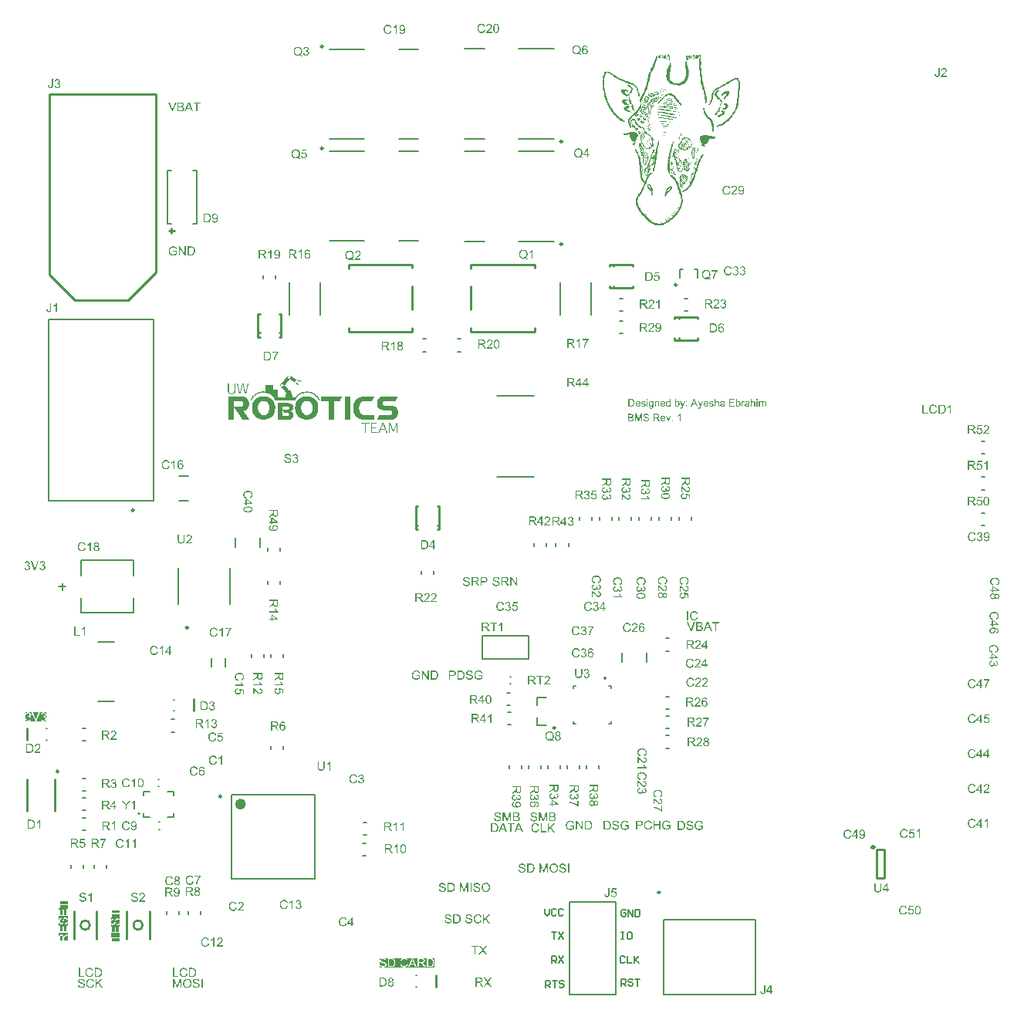
<source format=gto>
G04*
G04 #@! TF.GenerationSoftware,Altium Limited,Altium Designer,20.0.14 (345)*
G04*
G04 Layer_Color=65535*
%FSLAX25Y25*%
%MOIN*%
G70*
G01*
G75*
%ADD10C,0.00787*%
%ADD11C,0.00984*%
%ADD12C,0.00945*%
%ADD13C,0.00984*%
%ADD14C,0.01181*%
%ADD15C,0.02362*%
%ADD16C,0.00800*%
%ADD17C,0.01000*%
%ADD18C,0.00500*%
G36*
X274551Y392167D02*
X274699D01*
Y392018D01*
X274551D01*
Y392167D01*
X274402D01*
Y392315D01*
X274551D01*
Y392167D01*
D02*
G37*
G36*
X261491Y392463D02*
X261640D01*
Y392315D01*
Y392167D01*
Y392018D01*
X261788D01*
Y391870D01*
X261640D01*
Y391721D01*
X261788D01*
Y391573D01*
X261640D01*
Y391425D01*
X261788D01*
Y391276D01*
X261640D01*
Y391128D01*
X261788D01*
Y390979D01*
X261640D01*
Y390831D01*
X261788D01*
Y390683D01*
X261640D01*
Y390534D01*
X261491D01*
Y390683D01*
X261343D01*
Y390831D01*
X261194D01*
Y390979D01*
Y391128D01*
Y391276D01*
X261046D01*
Y391425D01*
X260898D01*
Y391276D01*
X260749D01*
Y391425D01*
Y391573D01*
Y391721D01*
X260898D01*
Y391870D01*
X260749D01*
Y392018D01*
X260898D01*
Y392167D01*
X261046D01*
Y392018D01*
X261194D01*
Y392167D01*
Y392315D01*
Y392463D01*
X261343D01*
Y392612D01*
X261491D01*
Y392463D01*
D02*
G37*
G36*
X273660Y392167D02*
X273809D01*
Y392018D01*
X273957D01*
Y392167D01*
X274105D01*
Y392018D01*
X274254D01*
Y391870D01*
X274402D01*
Y392018D01*
X274551D01*
Y391870D01*
Y391721D01*
Y391573D01*
X274402D01*
Y391425D01*
X274551D01*
Y391276D01*
X274402D01*
Y391128D01*
X274551D01*
Y390979D01*
X274402D01*
Y390831D01*
X274254D01*
Y390683D01*
X274105D01*
Y390831D01*
Y390979D01*
X273957D01*
Y391128D01*
Y391276D01*
Y391425D01*
Y391573D01*
X273809D01*
Y391721D01*
X273660D01*
Y391573D01*
X273512D01*
Y391425D01*
X273660D01*
Y391276D01*
X273512D01*
Y391128D01*
Y390979D01*
Y390831D01*
X273660D01*
Y390683D01*
X273512D01*
Y390534D01*
X273363D01*
Y390386D01*
X273512D01*
Y390237D01*
X273363D01*
Y390089D01*
X272918D01*
Y390237D01*
X273066D01*
Y390386D01*
X272918D01*
Y390534D01*
X272770D01*
Y390683D01*
X272621D01*
Y390831D01*
X272770D01*
Y390979D01*
X272621D01*
Y391128D01*
X272770D01*
Y391276D01*
X272621D01*
Y391425D01*
Y391573D01*
Y391721D01*
X272473D01*
Y391870D01*
X272621D01*
Y392018D01*
X272770D01*
Y392167D01*
X272918D01*
Y392315D01*
X273066D01*
Y392167D01*
Y392018D01*
X273215D01*
Y391870D01*
Y391721D01*
X273363D01*
Y391870D01*
X273512D01*
Y392018D01*
X273660D01*
Y392167D01*
X273512D01*
Y392315D01*
X273660D01*
Y392167D01*
D02*
G37*
G36*
X275589Y391721D02*
X275738D01*
Y391573D01*
X275589D01*
Y391721D01*
X275441D01*
Y391870D01*
X275589D01*
Y391721D01*
D02*
G37*
G36*
X265201Y392612D02*
X265350D01*
Y392463D01*
X265201D01*
Y392315D01*
X265350D01*
Y392167D01*
X265498D01*
Y392018D01*
Y391870D01*
Y391721D01*
X265647D01*
Y391573D01*
X265498D01*
Y391425D01*
X265647D01*
Y391276D01*
X265498D01*
Y391128D01*
X265647D01*
Y390979D01*
X265498D01*
Y390831D01*
X265647D01*
Y390683D01*
X265498D01*
Y390534D01*
X265647D01*
Y390386D01*
X265498D01*
Y390237D01*
Y390089D01*
Y389941D01*
X265350D01*
Y390089D01*
X265201D01*
Y390237D01*
Y390386D01*
Y390534D01*
Y390683D01*
Y390831D01*
X265053D01*
Y390979D01*
X265201D01*
Y391128D01*
X265053D01*
Y391276D01*
X265201D01*
Y391425D01*
X265053D01*
Y391573D01*
X265201D01*
Y391721D01*
X265053D01*
Y391870D01*
X264904D01*
Y391721D01*
Y391573D01*
Y391425D01*
X264756D01*
Y391276D01*
Y391128D01*
Y390979D01*
X264608D01*
Y390831D01*
X264756D01*
Y390683D01*
X264608D01*
Y390534D01*
X264459D01*
Y390386D01*
X264311D01*
Y390534D01*
X264162D01*
Y390683D01*
Y390831D01*
Y390979D01*
X264311D01*
Y391128D01*
X264162D01*
Y391276D01*
Y391425D01*
Y391573D01*
Y391721D01*
Y391870D01*
Y392018D01*
Y392167D01*
X264311D01*
Y392018D01*
X264459D01*
Y391870D01*
X264311D01*
Y391721D01*
X264459D01*
Y391573D01*
X264311D01*
Y391425D01*
X264459D01*
Y391276D01*
X264608D01*
Y391425D01*
Y391573D01*
Y391721D01*
X264756D01*
Y391870D01*
X264608D01*
Y392018D01*
X264756D01*
Y392167D01*
X264904D01*
Y392315D01*
X264756D01*
Y392463D01*
X264904D01*
Y392612D01*
X265053D01*
Y392760D01*
X265201D01*
Y392612D01*
D02*
G37*
G36*
X274996Y392315D02*
X275144D01*
Y392167D01*
X275292D01*
Y392018D01*
Y391870D01*
Y391721D01*
Y391573D01*
Y391425D01*
X275441D01*
Y391276D01*
X275589D01*
Y391128D01*
X275441D01*
Y390979D01*
X275292D01*
Y390831D01*
X275144D01*
Y390979D01*
X274996D01*
Y391128D01*
X275144D01*
Y391276D01*
X274996D01*
Y391425D01*
X274847D01*
Y391573D01*
X274996D01*
Y391721D01*
X274847D01*
Y391870D01*
Y392018D01*
Y392167D01*
X274699D01*
Y392315D01*
X274847D01*
Y392463D01*
X274996D01*
Y392315D01*
D02*
G37*
G36*
X262530D02*
X262678D01*
Y392167D01*
X262530D01*
Y392018D01*
X262678D01*
Y391870D01*
Y391721D01*
Y391573D01*
X262827D01*
Y391425D01*
X262975D01*
Y391573D01*
X262827D01*
Y391721D01*
X262975D01*
Y391870D01*
X262827D01*
Y392018D01*
X262975D01*
Y392167D01*
X263124D01*
Y392315D01*
X263272D01*
Y392167D01*
Y392018D01*
Y391870D01*
X263124D01*
Y391721D01*
X263272D01*
Y391573D01*
X263124D01*
Y391425D01*
X263272D01*
Y391276D01*
X263124D01*
Y391128D01*
X263272D01*
Y390979D01*
X263124D01*
Y390831D01*
X262975D01*
Y390979D01*
X262827D01*
Y391128D01*
X262678D01*
Y391276D01*
X262530D01*
Y391128D01*
X262382D01*
Y391276D01*
X262233D01*
Y391425D01*
X262382D01*
Y391573D01*
X262233D01*
Y391721D01*
X262382D01*
Y391870D01*
X262233D01*
Y392018D01*
X262382D01*
Y392167D01*
X262233D01*
Y392315D01*
X262382D01*
Y392463D01*
X262530D01*
Y392315D01*
D02*
G37*
G36*
X263866Y392463D02*
X264014D01*
Y392315D01*
Y392167D01*
Y392018D01*
Y391870D01*
Y391721D01*
Y391573D01*
Y391425D01*
Y391276D01*
Y391128D01*
X263866D01*
Y390979D01*
Y390831D01*
Y390683D01*
X263420D01*
Y390831D01*
X263569D01*
Y390979D01*
X263420D01*
Y391128D01*
X263569D01*
Y391276D01*
X263420D01*
Y391425D01*
X263569D01*
Y391573D01*
X263420D01*
Y391721D01*
X263569D01*
Y391870D01*
X263420D01*
Y392018D01*
X263569D01*
Y392167D01*
X263420D01*
Y392315D01*
X263569D01*
Y392463D01*
X263717D01*
Y392612D01*
X263866D01*
Y392463D01*
D02*
G37*
G36*
X262382Y390979D02*
Y390831D01*
Y390683D01*
X262085D01*
Y390831D01*
Y390979D01*
X262233D01*
Y391128D01*
X262382D01*
Y390979D01*
D02*
G37*
G36*
X260156Y391721D02*
X260304D01*
Y391573D01*
X260156D01*
Y391425D01*
X260304D01*
Y391276D01*
X260156D01*
Y391128D01*
X260304D01*
Y390979D01*
X260156D01*
Y390831D01*
X260304D01*
Y390683D01*
X260156D01*
Y390831D01*
X260007D01*
Y390683D01*
Y390534D01*
Y390386D01*
X259859D01*
Y390237D01*
X260007D01*
Y390089D01*
X259859D01*
Y389941D01*
Y389792D01*
X259710D01*
Y389644D01*
Y389495D01*
X259562D01*
Y389347D01*
X259710D01*
Y389198D01*
X259562D01*
Y389050D01*
Y388902D01*
Y388753D01*
X259414D01*
Y388605D01*
X259265D01*
Y388457D01*
X259414D01*
Y388308D01*
X259265D01*
Y388160D01*
Y388011D01*
Y387863D01*
X259117D01*
Y387715D01*
X258968D01*
Y387566D01*
X259117D01*
Y387418D01*
X258968D01*
Y387269D01*
X258820D01*
Y387121D01*
Y386972D01*
Y386824D01*
X258672D01*
Y386676D01*
X258523D01*
Y386527D01*
Y386379D01*
Y386230D01*
X258375D01*
Y386082D01*
Y385934D01*
X258226D01*
Y385785D01*
Y385637D01*
X258078D01*
Y385489D01*
Y385340D01*
X257930D01*
Y385192D01*
Y385043D01*
X257781D01*
Y384895D01*
Y384747D01*
Y384598D01*
X257633D01*
Y384450D01*
X257484D01*
Y384301D01*
X257633D01*
Y384153D01*
X257484D01*
Y384004D01*
X257336D01*
Y383856D01*
Y383708D01*
Y383559D01*
X257188D01*
Y383411D01*
X257336D01*
Y383262D01*
X257188D01*
Y383114D01*
Y382966D01*
Y382817D01*
X257039D01*
Y382669D01*
X256891D01*
Y382521D01*
X257039D01*
Y382372D01*
X256891D01*
Y382224D01*
X257039D01*
Y382075D01*
X256891D01*
Y381927D01*
X257039D01*
Y381779D01*
X256891D01*
Y381630D01*
Y381482D01*
Y381333D01*
X256742D01*
Y381185D01*
X256594D01*
Y381036D01*
X256742D01*
Y380888D01*
X256594D01*
Y380740D01*
X256742D01*
Y380591D01*
X256594D01*
Y380443D01*
X256446D01*
Y380294D01*
X256594D01*
Y380146D01*
X256446D01*
Y379998D01*
Y379849D01*
Y379701D01*
X256297D01*
Y379553D01*
X256446D01*
Y379404D01*
X256297D01*
Y379256D01*
X256149D01*
Y379107D01*
Y378959D01*
Y378810D01*
X256000D01*
Y378662D01*
X256149D01*
Y378514D01*
X256000D01*
Y378365D01*
X255852D01*
Y378217D01*
Y378068D01*
Y377920D01*
X255704D01*
Y377772D01*
X255852D01*
Y377623D01*
X255704D01*
Y377475D01*
X255555D01*
Y377326D01*
Y377178D01*
Y377030D01*
X255407D01*
Y376881D01*
Y376733D01*
Y376585D01*
X255258D01*
Y376436D01*
X255110D01*
Y376288D01*
X255258D01*
Y376139D01*
X255110D01*
Y375991D01*
X254962D01*
Y375842D01*
Y375694D01*
Y375546D01*
X254813D01*
Y375397D01*
X254665D01*
Y375249D01*
Y375100D01*
Y374952D01*
X254516D01*
Y374804D01*
X254368D01*
Y374655D01*
X254220D01*
Y374507D01*
X254071D01*
Y374358D01*
X253923D01*
Y374210D01*
X254071D01*
Y374062D01*
X253923D01*
Y373913D01*
X253774D01*
Y373765D01*
X253923D01*
Y373616D01*
X254071D01*
Y373468D01*
X253923D01*
Y373616D01*
X253774D01*
Y373468D01*
X253626D01*
Y373320D01*
X253774D01*
Y373171D01*
X253923D01*
Y373023D01*
X254071D01*
Y372874D01*
X254220D01*
Y372726D01*
X254071D01*
Y372874D01*
X253923D01*
Y373023D01*
X253774D01*
Y373171D01*
X253626D01*
Y373320D01*
X253478D01*
Y373171D01*
X253329D01*
Y373023D01*
X253626D01*
Y372874D01*
Y372726D01*
X253923D01*
Y372578D01*
Y372429D01*
X254071D01*
Y372281D01*
X253923D01*
Y372429D01*
X253774D01*
Y372578D01*
X253626D01*
Y372726D01*
X253478D01*
Y372578D01*
X253329D01*
Y372429D01*
X253478D01*
Y372281D01*
X253626D01*
Y372132D01*
X253774D01*
Y371984D01*
X253923D01*
Y371836D01*
X254071D01*
Y371687D01*
X254220D01*
Y371539D01*
X254071D01*
Y371687D01*
X253923D01*
Y371836D01*
X253774D01*
Y371984D01*
X253626D01*
Y372132D01*
X253478D01*
Y372281D01*
X253329D01*
Y372132D01*
Y371984D01*
X253032D01*
Y372132D01*
X252884D01*
Y372281D01*
X252735D01*
Y372429D01*
X252587D01*
Y372578D01*
X252735D01*
Y372726D01*
X252587D01*
Y372874D01*
X252735D01*
Y373023D01*
X252587D01*
Y373171D01*
X252735D01*
Y373320D01*
Y373468D01*
Y373616D01*
X252884D01*
Y373765D01*
Y373913D01*
Y374062D01*
X253032D01*
Y374210D01*
X253181D01*
Y374358D01*
Y374507D01*
X253329D01*
Y374655D01*
Y374804D01*
X253478D01*
Y374952D01*
X253626D01*
Y375100D01*
X253774D01*
Y375249D01*
Y375397D01*
X254071D01*
Y375546D01*
X253923D01*
Y375694D01*
X254071D01*
Y375842D01*
X254220D01*
Y375991D01*
X254368D01*
Y376139D01*
X254220D01*
Y376288D01*
X254368D01*
Y376436D01*
X254516D01*
Y376585D01*
X254665D01*
Y376733D01*
X254516D01*
Y376881D01*
X254665D01*
Y377030D01*
X254516D01*
Y377178D01*
X254665D01*
Y377326D01*
X254813D01*
Y377475D01*
Y377623D01*
Y377772D01*
X254962D01*
Y377920D01*
Y378068D01*
Y378217D01*
X255110D01*
Y378365D01*
X255258D01*
Y378514D01*
X255110D01*
Y378662D01*
X255258D01*
Y378810D01*
X255110D01*
Y378959D01*
X255258D01*
Y379107D01*
X255407D01*
Y379256D01*
Y379404D01*
Y379553D01*
X255555D01*
Y379701D01*
X255407D01*
Y379849D01*
X255555D01*
Y379998D01*
X255704D01*
Y380146D01*
Y380294D01*
Y380443D01*
X255852D01*
Y380591D01*
X255704D01*
Y380740D01*
X255852D01*
Y380888D01*
Y381036D01*
Y381185D01*
Y381333D01*
X256000D01*
Y381482D01*
Y381630D01*
X256149D01*
Y381779D01*
X256000D01*
Y381927D01*
X256149D01*
Y382075D01*
X256000D01*
Y382224D01*
X256149D01*
Y382372D01*
Y382521D01*
Y382669D01*
X256297D01*
Y382817D01*
Y382966D01*
Y383114D01*
X256446D01*
Y383262D01*
X256297D01*
Y383411D01*
X256446D01*
Y383559D01*
X256297D01*
Y383708D01*
X256446D01*
Y383856D01*
X256594D01*
Y384004D01*
X256446D01*
Y384153D01*
X256594D01*
Y384301D01*
X256742D01*
Y384450D01*
X256594D01*
Y384598D01*
X256742D01*
Y384747D01*
X256891D01*
Y384895D01*
X257039D01*
Y385043D01*
X256891D01*
Y385192D01*
X257039D01*
Y385340D01*
X257188D01*
Y385489D01*
Y385637D01*
Y385785D01*
X257336D01*
Y385934D01*
Y386082D01*
X257484D01*
Y386230D01*
Y386379D01*
X257633D01*
Y386527D01*
X257484D01*
Y386676D01*
X257781D01*
Y386824D01*
Y386972D01*
X257930D01*
Y387121D01*
Y387269D01*
Y387418D01*
X258078D01*
Y387566D01*
X258226D01*
Y387715D01*
X258078D01*
Y387863D01*
X258226D01*
Y388011D01*
X258375D01*
Y388160D01*
X258523D01*
Y388308D01*
X258375D01*
Y388457D01*
X258523D01*
Y388605D01*
Y388753D01*
X258672D01*
Y388902D01*
Y389050D01*
X258820D01*
Y389198D01*
Y389347D01*
Y389495D01*
X258968D01*
Y389644D01*
X259117D01*
Y389792D01*
X258968D01*
Y389941D01*
X259117D01*
Y390089D01*
Y390237D01*
X259265D01*
Y390386D01*
Y390534D01*
X259414D01*
Y390683D01*
X259265D01*
Y390831D01*
X259414D01*
Y390979D01*
X259562D01*
Y391128D01*
X259710D01*
Y391276D01*
X259562D01*
Y391425D01*
X259710D01*
Y391573D01*
Y391721D01*
X260007D01*
Y391870D01*
X260156D01*
Y391721D01*
D02*
G37*
G36*
X276183Y392463D02*
Y392315D01*
Y392167D01*
Y392018D01*
X276331D01*
Y391870D01*
X276183D01*
Y391721D01*
X276331D01*
Y391573D01*
X276183D01*
Y391425D01*
X276331D01*
Y391276D01*
X276183D01*
Y391128D01*
X276331D01*
Y390979D01*
X276183D01*
Y390831D01*
X276331D01*
Y390683D01*
Y390534D01*
Y390386D01*
X276183D01*
Y390534D01*
X276034D01*
Y390683D01*
X275886D01*
Y390831D01*
X276034D01*
Y390979D01*
X275886D01*
Y391128D01*
Y391276D01*
Y391425D01*
Y391573D01*
Y391721D01*
X275738D01*
Y391870D01*
X275589D01*
Y392018D01*
X275738D01*
Y392167D01*
X275589D01*
Y392315D01*
X275738D01*
Y392463D01*
Y392612D01*
X276183D01*
Y392463D01*
D02*
G37*
G36*
X238489Y385192D02*
X239231D01*
Y385043D01*
X239379D01*
Y385192D01*
X239528D01*
Y385043D01*
X239676D01*
Y384895D01*
X240121D01*
Y384747D01*
X240270D01*
Y384598D01*
X240418D01*
Y384450D01*
X240567D01*
Y384598D01*
X240715D01*
Y384450D01*
Y384301D01*
X241012D01*
Y384153D01*
X241160D01*
Y384004D01*
X241457D01*
Y383856D01*
Y383708D01*
X241902D01*
Y383559D01*
X242051D01*
Y383411D01*
X242496D01*
Y383262D01*
X242644D01*
Y383114D01*
X242793D01*
Y382966D01*
X242941D01*
Y382817D01*
X243386D01*
Y382669D01*
X243535D01*
Y382521D01*
X243980D01*
Y382372D01*
X244128D01*
Y382224D01*
X244277D01*
Y382372D01*
X244425D01*
Y382224D01*
X244573D01*
Y382075D01*
X244722D01*
Y382224D01*
X244870D01*
Y382075D01*
X245019D01*
Y381927D01*
X245464D01*
Y381779D01*
X245612D01*
Y381630D01*
X246058D01*
Y381482D01*
X246206D01*
Y381333D01*
X246651D01*
Y381185D01*
X246799D01*
Y381333D01*
X246948D01*
Y381185D01*
X247096D01*
Y381036D01*
X247541D01*
Y380888D01*
X247690D01*
Y380740D01*
X247838D01*
Y380888D01*
X247987D01*
Y380740D01*
X248432D01*
Y380591D01*
X248580D01*
Y380443D01*
X249026D01*
Y380294D01*
X249174D01*
Y380146D01*
X249619D01*
Y379998D01*
X249767D01*
Y380146D01*
X249916D01*
Y379998D01*
X250064D01*
Y379849D01*
X250213D01*
Y379701D01*
X250361D01*
Y379553D01*
X250658D01*
Y379404D01*
Y379256D01*
X250955D01*
Y379107D01*
Y378959D01*
X251252D01*
Y378810D01*
Y378662D01*
X251400D01*
Y378514D01*
X251548D01*
Y378365D01*
X251697D01*
Y378217D01*
Y378068D01*
Y377920D01*
X251845D01*
Y377772D01*
X251993D01*
Y377623D01*
X251845D01*
Y377475D01*
X251993D01*
Y377326D01*
X252142D01*
Y377178D01*
Y377030D01*
Y376881D01*
X252290D01*
Y376733D01*
X252142D01*
Y376585D01*
X252290D01*
Y376436D01*
Y376288D01*
Y376139D01*
X252439D01*
Y375991D01*
Y375842D01*
Y375694D01*
X252587D01*
Y375546D01*
X252439D01*
Y375397D01*
X252587D01*
Y375249D01*
X252439D01*
Y375100D01*
X252587D01*
Y374952D01*
Y374804D01*
Y374655D01*
X252142D01*
Y374804D01*
X252290D01*
Y374952D01*
X252142D01*
Y375100D01*
X251993D01*
Y375249D01*
Y375397D01*
Y375546D01*
X251845D01*
Y375694D01*
X251993D01*
Y375842D01*
X251845D01*
Y375991D01*
Y376139D01*
Y376288D01*
X251697D01*
Y376436D01*
Y376585D01*
Y376733D01*
X251548D01*
Y376881D01*
X251697D01*
Y377030D01*
X251548D01*
Y377178D01*
X251400D01*
Y377326D01*
Y377475D01*
Y377623D01*
X251252D01*
Y377772D01*
Y377920D01*
Y378068D01*
X251103D01*
Y378217D01*
X250955D01*
Y378365D01*
X250806D01*
Y378514D01*
X250658D01*
Y378662D01*
X250510D01*
Y378810D01*
X250361D01*
Y378959D01*
X250213D01*
Y379107D01*
X250064D01*
Y379256D01*
X249916D01*
Y379404D01*
X249471D01*
Y379553D01*
X249322D01*
Y379701D01*
X249174D01*
Y379553D01*
X249322D01*
Y379404D01*
X249174D01*
Y379553D01*
X249026D01*
Y379701D01*
X248580D01*
Y379849D01*
X248432D01*
Y379998D01*
X248284D01*
Y379849D01*
X248135D01*
Y379998D01*
X247690D01*
Y380146D01*
X247541D01*
Y380294D01*
X247096D01*
Y380443D01*
X246651D01*
Y380591D01*
X246206D01*
Y380740D01*
X246058D01*
Y380888D01*
X245612D01*
Y381036D01*
X245464D01*
Y380888D01*
X245316D01*
Y381036D01*
X245167D01*
Y381185D01*
X245019D01*
Y381333D01*
X244870D01*
Y381185D01*
X244722D01*
Y381333D01*
X244573D01*
Y381482D01*
X244128D01*
Y381630D01*
X243980D01*
Y381779D01*
X243535D01*
Y381927D01*
X243386D01*
Y382075D01*
X242941D01*
Y382224D01*
X242793D01*
Y382372D01*
X242347D01*
Y382521D01*
X242199D01*
Y382669D01*
X242051D01*
Y382817D01*
X241902D01*
Y382966D01*
X241457D01*
Y383114D01*
X241605D01*
Y383262D01*
X241160D01*
Y383411D01*
X241012D01*
Y383559D01*
X240863D01*
Y383708D01*
X240715D01*
Y383856D01*
X240270D01*
Y384004D01*
X240121D01*
Y384153D01*
X239973D01*
Y384301D01*
X239825D01*
Y384450D01*
X239379D01*
Y384598D01*
X238934D01*
Y384747D01*
X238786D01*
Y384598D01*
X238637D01*
Y384747D01*
X238192D01*
Y384598D01*
X238044D01*
Y384450D01*
X237895D01*
Y384301D01*
Y384153D01*
Y384004D01*
X237747D01*
Y383856D01*
Y383708D01*
Y383559D01*
X237599D01*
Y383411D01*
Y383262D01*
Y383114D01*
Y382966D01*
Y382817D01*
X237450D01*
Y382669D01*
Y382521D01*
Y382372D01*
Y382224D01*
Y382075D01*
X237302D01*
Y381927D01*
X237450D01*
Y381779D01*
Y381630D01*
Y381482D01*
X237302D01*
Y381333D01*
X237450D01*
Y381185D01*
Y381036D01*
Y380888D01*
X237302D01*
Y380740D01*
X237450D01*
Y380591D01*
X237302D01*
Y380443D01*
X237450D01*
Y380294D01*
X237302D01*
Y380146D01*
X237450D01*
Y379998D01*
X237302D01*
Y379849D01*
X237450D01*
Y379701D01*
X237302D01*
Y379553D01*
X237450D01*
Y379404D01*
X237302D01*
Y379256D01*
X237450D01*
Y379107D01*
X237302D01*
Y378959D01*
X237450D01*
Y378810D01*
Y378662D01*
Y378514D01*
Y378365D01*
Y378217D01*
X237599D01*
Y378068D01*
X237450D01*
Y377920D01*
X237599D01*
Y377772D01*
Y377623D01*
Y377475D01*
Y377326D01*
Y377178D01*
X237747D01*
Y377030D01*
X237599D01*
Y376881D01*
X237747D01*
Y376733D01*
X237599D01*
Y376585D01*
X237747D01*
Y376436D01*
Y376288D01*
Y376139D01*
X237895D01*
Y375991D01*
X237747D01*
Y375842D01*
X237895D01*
Y375694D01*
Y375546D01*
Y375397D01*
X238044D01*
Y375249D01*
Y375100D01*
Y374952D01*
Y374804D01*
X238192D01*
Y374655D01*
Y374507D01*
X238341D01*
Y374358D01*
X238192D01*
Y374210D01*
X238341D01*
Y374062D01*
Y373913D01*
Y373765D01*
X238489D01*
Y373616D01*
X238637D01*
Y373468D01*
X238489D01*
Y373320D01*
X238637D01*
Y373171D01*
X238489D01*
Y373023D01*
X238637D01*
Y372874D01*
X238786D01*
Y372726D01*
Y372578D01*
Y372429D01*
X238934D01*
Y372281D01*
Y372132D01*
X239083D01*
Y371984D01*
Y371836D01*
X239231D01*
Y371687D01*
Y371539D01*
Y371390D01*
X239379D01*
Y371242D01*
X239528D01*
Y371094D01*
Y370945D01*
Y370797D01*
X239676D01*
Y370648D01*
X239825D01*
Y370500D01*
Y370352D01*
X239973D01*
Y370203D01*
Y370055D01*
X240121D01*
Y369906D01*
X240270D01*
Y369758D01*
X240418D01*
Y369610D01*
X240270D01*
Y369461D01*
X240567D01*
Y369313D01*
Y369164D01*
X240715D01*
Y369016D01*
X240863D01*
Y368868D01*
X241012D01*
Y368719D01*
Y368571D01*
X241160D01*
Y368422D01*
Y368274D01*
X241309D01*
Y368126D01*
X241457D01*
Y367977D01*
X241605D01*
Y367829D01*
Y367680D01*
X241754D01*
Y367532D01*
Y367384D01*
X241902D01*
Y367235D01*
X242051D01*
Y367087D01*
X242199D01*
Y366938D01*
X242347D01*
Y366790D01*
X242496D01*
Y366642D01*
X242644D01*
Y366493D01*
X242793D01*
Y366345D01*
X242941D01*
Y366196D01*
X243090D01*
Y366048D01*
X243238D01*
Y365900D01*
X243386D01*
Y365751D01*
X243535D01*
Y365603D01*
X243683D01*
Y365454D01*
X243831D01*
Y365306D01*
X243980D01*
Y365158D01*
X244128D01*
Y365009D01*
X244573D01*
Y364861D01*
X244722D01*
Y364712D01*
X245167D01*
Y364564D01*
X245316D01*
Y364416D01*
X245464D01*
Y364267D01*
X245612D01*
Y364119D01*
X245761D01*
Y364267D01*
X245909D01*
Y364119D01*
X246058D01*
Y363970D01*
X246206D01*
Y364119D01*
X246354D01*
Y363970D01*
X246503D01*
Y363822D01*
X246354D01*
Y363673D01*
X246206D01*
Y363525D01*
X246058D01*
Y363673D01*
X245316D01*
Y363822D01*
X244870D01*
Y363970D01*
X244425D01*
Y364119D01*
X244277D01*
Y364267D01*
X244128D01*
Y364416D01*
X243980D01*
Y364564D01*
X243535D01*
Y364712D01*
X243386D01*
Y364861D01*
X243238D01*
Y365009D01*
X243090D01*
Y365158D01*
X242941D01*
Y365306D01*
X242793D01*
Y365454D01*
X242496D01*
Y365603D01*
Y365751D01*
X242199D01*
Y365900D01*
Y366048D01*
X242051D01*
Y366196D01*
X241902D01*
Y366345D01*
X241754D01*
Y366493D01*
X241605D01*
Y366642D01*
X241457D01*
Y366790D01*
X241309D01*
Y366938D01*
X241160D01*
Y367087D01*
Y367235D01*
X241012D01*
Y367384D01*
Y367532D01*
X240863D01*
Y367680D01*
X240715D01*
Y367829D01*
X240567D01*
Y367977D01*
X240418D01*
Y368126D01*
X240270D01*
Y368274D01*
X240418D01*
Y368422D01*
X240270D01*
Y368571D01*
X240121D01*
Y368719D01*
X239973D01*
Y368868D01*
Y369016D01*
X239825D01*
Y369164D01*
Y369313D01*
X239676D01*
Y369461D01*
X239528D01*
Y369610D01*
X239379D01*
Y369758D01*
Y369906D01*
X239231D01*
Y370055D01*
Y370203D01*
X239083D01*
Y370352D01*
Y370500D01*
X238934D01*
Y370648D01*
Y370797D01*
X238786D01*
Y370945D01*
X238637D01*
Y371094D01*
X238489D01*
Y371242D01*
X238637D01*
Y371390D01*
X238489D01*
Y371539D01*
Y371687D01*
X238341D01*
Y371836D01*
Y371984D01*
X238192D01*
Y372132D01*
Y372281D01*
Y372429D01*
X238044D01*
Y372578D01*
X237895D01*
Y372726D01*
X238044D01*
Y372874D01*
X237895D01*
Y373023D01*
Y373171D01*
X237747D01*
Y373320D01*
Y373468D01*
X237599D01*
Y373616D01*
X237747D01*
Y373765D01*
X237599D01*
Y373913D01*
X237747D01*
Y374062D01*
X237599D01*
Y374210D01*
X237450D01*
Y374358D01*
Y374507D01*
Y374655D01*
X237302D01*
Y374804D01*
X237450D01*
Y374952D01*
X237302D01*
Y375100D01*
Y375249D01*
Y375397D01*
X237153D01*
Y375546D01*
Y375694D01*
Y375842D01*
X237005D01*
Y375991D01*
X237153D01*
Y376139D01*
X237005D01*
Y376288D01*
X237153D01*
Y376436D01*
X237005D01*
Y376585D01*
Y376733D01*
Y376881D01*
X236857D01*
Y377030D01*
Y377178D01*
Y377326D01*
Y377475D01*
Y377623D01*
X236708D01*
Y377772D01*
X236857D01*
Y377920D01*
X236708D01*
Y378068D01*
X236857D01*
Y378217D01*
X236708D01*
Y378365D01*
X236857D01*
Y378514D01*
X236708D01*
Y378662D01*
Y378810D01*
Y378959D01*
X236857D01*
Y379107D01*
X236708D01*
Y379256D01*
Y379404D01*
Y379553D01*
Y379701D01*
Y379849D01*
Y379998D01*
Y380146D01*
X236560D01*
Y380294D01*
X236708D01*
Y380443D01*
Y380591D01*
Y380740D01*
Y380888D01*
Y381036D01*
Y381185D01*
Y381333D01*
Y381482D01*
Y381630D01*
Y381779D01*
Y381927D01*
X236857D01*
Y382075D01*
X236708D01*
Y382224D01*
Y382372D01*
Y382521D01*
X236857D01*
Y382669D01*
X236708D01*
Y382817D01*
X236857D01*
Y382966D01*
X236708D01*
Y383114D01*
X236857D01*
Y383262D01*
Y383411D01*
Y383559D01*
Y383708D01*
X237005D01*
Y383856D01*
Y384004D01*
X237153D01*
Y384153D01*
Y384301D01*
Y384450D01*
X237302D01*
Y384598D01*
Y384747D01*
Y384895D01*
X237450D01*
Y385043D01*
X237599D01*
Y385192D01*
X238044D01*
Y385340D01*
X238192D01*
Y385192D01*
X238341D01*
Y385340D01*
X238489D01*
Y385192D01*
D02*
G37*
G36*
X294585Y382521D02*
X295030D01*
Y382372D01*
X295178D01*
Y382224D01*
X295327D01*
Y382075D01*
Y381927D01*
Y381779D01*
X295475D01*
Y381630D01*
X295623D01*
Y381482D01*
Y381333D01*
X295772D01*
Y381185D01*
Y381036D01*
X295920D01*
Y380888D01*
X295772D01*
Y380740D01*
X295920D01*
Y380591D01*
Y380443D01*
Y380294D01*
X296069D01*
Y380146D01*
X295920D01*
Y379998D01*
X296069D01*
Y379849D01*
Y379701D01*
Y379553D01*
Y379404D01*
Y379256D01*
Y379107D01*
Y378959D01*
Y378810D01*
Y378662D01*
Y378514D01*
Y378365D01*
X295920D01*
Y378217D01*
X296069D01*
Y378068D01*
X295920D01*
Y377920D01*
X296069D01*
Y377772D01*
X295920D01*
Y377623D01*
Y377475D01*
Y377326D01*
Y377178D01*
Y377030D01*
X295772D01*
Y376881D01*
X295920D01*
Y376733D01*
X295772D01*
Y376585D01*
X295920D01*
Y376436D01*
X295772D01*
Y376288D01*
X295920D01*
Y376139D01*
X295772D01*
Y375991D01*
X295920D01*
Y375842D01*
X295772D01*
Y375694D01*
Y375546D01*
Y375397D01*
Y375249D01*
Y375100D01*
X295623D01*
Y374952D01*
X295772D01*
Y374804D01*
X295623D01*
Y374655D01*
X295772D01*
Y374507D01*
X295623D01*
Y374358D01*
Y374210D01*
Y374062D01*
Y373913D01*
Y373765D01*
X295475D01*
Y373616D01*
X295623D01*
Y373468D01*
X295475D01*
Y373320D01*
X295623D01*
Y373171D01*
X295475D01*
Y373023D01*
X295623D01*
Y372874D01*
X295475D01*
Y372726D01*
Y372578D01*
Y372429D01*
Y372281D01*
Y372132D01*
X295327D01*
Y371984D01*
Y371836D01*
Y371687D01*
X295178D01*
Y371539D01*
X295327D01*
Y371390D01*
X295178D01*
Y371242D01*
X295327D01*
Y371094D01*
X295178D01*
Y370945D01*
Y370797D01*
Y370648D01*
X295030D01*
Y370500D01*
Y370352D01*
Y370203D01*
X294882D01*
Y370055D01*
X295030D01*
Y369906D01*
X294882D01*
Y369758D01*
Y369610D01*
X294733D01*
Y369461D01*
Y369313D01*
X294585D01*
Y369164D01*
Y369016D01*
Y368868D01*
X294436D01*
Y368719D01*
X294288D01*
Y368571D01*
Y368422D01*
X294140D01*
Y368274D01*
Y368126D01*
X293991D01*
Y367977D01*
X293843D01*
Y367829D01*
X293694D01*
Y367680D01*
X293843D01*
Y367532D01*
X293694D01*
Y367384D01*
X293546D01*
Y367235D01*
X293397D01*
Y367087D01*
Y366938D01*
X293249D01*
Y366790D01*
Y366642D01*
X293101D01*
Y366493D01*
X292952D01*
Y366345D01*
X292804D01*
Y366196D01*
Y366048D01*
X292655D01*
Y365900D01*
Y365751D01*
X292507D01*
Y365603D01*
X292359D01*
Y365454D01*
X292210D01*
Y365306D01*
Y365158D01*
X292062D01*
Y365009D01*
Y364861D01*
X291914D01*
Y364712D01*
X291765D01*
Y364564D01*
X291617D01*
Y364416D01*
X291468D01*
Y364267D01*
X291320D01*
Y364119D01*
X291172D01*
Y363970D01*
X291023D01*
Y363822D01*
X290726D01*
Y363673D01*
X290429D01*
Y363525D01*
X290281D01*
Y363377D01*
X290133D01*
Y363228D01*
X289984D01*
Y363080D01*
X289539D01*
Y362931D01*
X289687D01*
Y362783D01*
X289242D01*
Y362635D01*
X289094D01*
Y362486D01*
X288945D01*
Y362338D01*
X288649D01*
Y362190D01*
X288352D01*
Y362041D01*
X288203D01*
Y361893D01*
X288055D01*
Y362041D01*
X287907D01*
Y361893D01*
X287461D01*
Y361744D01*
X287313D01*
Y361596D01*
X287165D01*
Y361744D01*
X287016D01*
Y361596D01*
X286868D01*
Y361448D01*
X286719D01*
Y361596D01*
X286571D01*
Y361448D01*
X286423D01*
Y361299D01*
X285977D01*
Y361448D01*
X285829D01*
Y361596D01*
X285977D01*
Y361744D01*
X286126D01*
Y361893D01*
X286274D01*
Y362041D01*
X286571D01*
Y362190D01*
Y362338D01*
X287016D01*
Y362486D01*
X287165D01*
Y362338D01*
X287313D01*
Y362486D01*
X287461D01*
Y362635D01*
X287907D01*
Y362783D01*
X288055D01*
Y362931D01*
X288203D01*
Y363080D01*
X288352D01*
Y362931D01*
X288500D01*
Y363080D01*
X288649D01*
Y363228D01*
X288797D01*
Y363377D01*
X288945D01*
Y363525D01*
X289242D01*
Y363673D01*
Y363822D01*
X289687D01*
Y363970D01*
X289836D01*
Y364119D01*
X289984D01*
Y364267D01*
X290133D01*
Y364416D01*
X290578D01*
Y364564D01*
Y364712D01*
X290875D01*
Y364861D01*
X291023D01*
Y365009D01*
X291172D01*
Y365158D01*
X291320D01*
Y365306D01*
X291468D01*
Y365454D01*
X291617D01*
Y365603D01*
X291765D01*
Y365751D01*
Y365900D01*
X291914D01*
Y366048D01*
Y366196D01*
X292062D01*
Y366345D01*
X292210D01*
Y366493D01*
X292359D01*
Y366642D01*
X292507D01*
Y366790D01*
X292655D01*
Y366938D01*
X292507D01*
Y367087D01*
X292804D01*
Y367235D01*
Y367384D01*
X292952D01*
Y367532D01*
X293101D01*
Y367680D01*
X293249D01*
Y367829D01*
Y367977D01*
Y368126D01*
X293397D01*
Y368274D01*
X293546D01*
Y368422D01*
Y368571D01*
X293694D01*
Y368719D01*
Y368868D01*
X293843D01*
Y369016D01*
Y369164D01*
Y369313D01*
X293991D01*
Y369461D01*
X294140D01*
Y369610D01*
X293991D01*
Y369758D01*
X294140D01*
Y369906D01*
X294288D01*
Y370055D01*
Y370203D01*
Y370352D01*
X294436D01*
Y370500D01*
X294288D01*
Y370648D01*
X294436D01*
Y370797D01*
Y370945D01*
Y371094D01*
Y371242D01*
Y371390D01*
X294585D01*
Y371539D01*
Y371687D01*
Y371836D01*
X294733D01*
Y371984D01*
X294585D01*
Y372132D01*
X294733D01*
Y372281D01*
X294585D01*
Y372429D01*
X294733D01*
Y372578D01*
X294585D01*
Y372726D01*
X294733D01*
Y372874D01*
Y373023D01*
Y373171D01*
X294882D01*
Y373320D01*
X294733D01*
Y373468D01*
X294882D01*
Y373616D01*
X294733D01*
Y373765D01*
X294882D01*
Y373913D01*
Y374062D01*
Y374210D01*
Y374358D01*
Y374507D01*
Y374655D01*
Y374804D01*
Y374952D01*
Y375100D01*
Y375249D01*
Y375397D01*
X295030D01*
Y375546D01*
X294882D01*
Y375694D01*
X295030D01*
Y375842D01*
X294882D01*
Y375991D01*
X295030D01*
Y376139D01*
X294882D01*
Y376288D01*
X295030D01*
Y376436D01*
X294882D01*
Y376585D01*
X295030D01*
Y376733D01*
Y376881D01*
Y377030D01*
Y377178D01*
Y377326D01*
X295178D01*
Y377475D01*
X295030D01*
Y377623D01*
Y377772D01*
X295178D01*
Y377920D01*
Y378068D01*
Y378217D01*
Y378365D01*
Y378514D01*
Y378662D01*
X295327D01*
Y378810D01*
X295178D01*
Y378959D01*
X295327D01*
Y379107D01*
X295178D01*
Y379256D01*
X295327D01*
Y379404D01*
X295178D01*
Y379553D01*
X295327D01*
Y379701D01*
X295178D01*
Y379849D01*
X295327D01*
Y379998D01*
X295178D01*
Y380146D01*
X295327D01*
Y380294D01*
X295178D01*
Y380443D01*
X295327D01*
Y380591D01*
X295178D01*
Y380740D01*
Y380888D01*
Y381036D01*
X295030D01*
Y381185D01*
X294882D01*
Y381333D01*
X295030D01*
Y381482D01*
X294882D01*
Y381630D01*
X294733D01*
Y381779D01*
X294585D01*
Y381927D01*
X294436D01*
Y382075D01*
X294288D01*
Y381927D01*
X294436D01*
Y381779D01*
X294288D01*
Y381927D01*
X294140D01*
Y381779D01*
X293694D01*
Y381630D01*
X293546D01*
Y381482D01*
X293101D01*
Y381333D01*
X292952D01*
Y381185D01*
X292507D01*
Y381036D01*
X292359D01*
Y380888D01*
X291914D01*
Y380740D01*
X291765D01*
Y380591D01*
X291617D01*
Y380443D01*
X291468D01*
Y380294D01*
X291023D01*
Y380146D01*
X290875D01*
Y379998D01*
X290726D01*
Y379849D01*
X290578D01*
Y379701D01*
X290133D01*
Y379553D01*
X289984D01*
Y379404D01*
X289539D01*
Y379256D01*
X289391D01*
Y379107D01*
X288945D01*
Y378959D01*
X289094D01*
Y378810D01*
X288945D01*
Y378959D01*
X288797D01*
Y378810D01*
X288649D01*
Y378662D01*
X288500D01*
Y378810D01*
X288352D01*
Y378662D01*
X288203D01*
Y378514D01*
X287758D01*
Y378365D01*
X287610D01*
Y378217D01*
X287461D01*
Y378068D01*
X287016D01*
Y377920D01*
X286868D01*
Y377772D01*
X286719D01*
Y377920D01*
X286571D01*
Y377772D01*
X286719D01*
Y377623D01*
X286274D01*
Y377475D01*
X286126D01*
Y377326D01*
X285681D01*
Y377178D01*
X285532D01*
Y377030D01*
X285384D01*
Y376881D01*
X285235D01*
Y376733D01*
X285087D01*
Y376585D01*
X284939D01*
Y376436D01*
X284790D01*
Y376288D01*
Y376139D01*
Y375991D01*
X284642D01*
Y375842D01*
X284493D01*
Y375694D01*
X284642D01*
Y375546D01*
X284493D01*
Y375397D01*
Y375249D01*
Y375100D01*
X284345D01*
Y374952D01*
Y374804D01*
Y374655D01*
Y374507D01*
Y374358D01*
X284197D01*
Y374210D01*
X284345D01*
Y374062D01*
Y373913D01*
Y373765D01*
X284197D01*
Y373616D01*
X284345D01*
Y373468D01*
X284197D01*
Y373320D01*
Y373171D01*
Y373023D01*
X284048D01*
Y372874D01*
Y372726D01*
Y372578D01*
X283900D01*
Y372429D01*
Y372281D01*
Y372132D01*
X283751D01*
Y371984D01*
X283603D01*
Y371836D01*
Y371687D01*
X283455D01*
Y371539D01*
Y371390D01*
X283306D01*
Y371242D01*
X283158D01*
Y371094D01*
X283009D01*
Y370945D01*
X282861D01*
Y370797D01*
X282416D01*
Y370945D01*
X282267D01*
Y371094D01*
X282416D01*
Y371242D01*
X282564D01*
Y371390D01*
Y371539D01*
X282861D01*
Y371687D01*
X282713D01*
Y371836D01*
X282861D01*
Y371984D01*
X283009D01*
Y372132D01*
X283158D01*
Y372281D01*
X283009D01*
Y372429D01*
X283306D01*
Y372578D01*
Y372726D01*
X283455D01*
Y372874D01*
X283306D01*
Y373023D01*
X283455D01*
Y373171D01*
X283603D01*
Y373320D01*
Y373468D01*
Y373616D01*
X283751D01*
Y373765D01*
X283603D01*
Y373913D01*
X283751D01*
Y374062D01*
X283603D01*
Y374210D01*
X283751D01*
Y374358D01*
X283603D01*
Y374507D01*
X283751D01*
Y374655D01*
X283603D01*
Y374804D01*
X283751D01*
Y374952D01*
Y375100D01*
Y375249D01*
Y375397D01*
X283900D01*
Y375546D01*
Y375694D01*
X284048D01*
Y375842D01*
X283900D01*
Y375991D01*
X284048D01*
Y376139D01*
X284197D01*
Y376288D01*
Y376436D01*
Y376585D01*
X284345D01*
Y376733D01*
X284493D01*
Y376881D01*
X284642D01*
Y377030D01*
X284790D01*
Y377178D01*
X284939D01*
Y377326D01*
X285087D01*
Y377475D01*
X285235D01*
Y377623D01*
X285384D01*
Y377772D01*
X285681D01*
Y377920D01*
Y378068D01*
X286126D01*
Y378217D01*
X286274D01*
Y378365D01*
X286719D01*
Y378514D01*
X286868D01*
Y378662D01*
X287165D01*
Y378810D01*
Y378959D01*
X287313D01*
Y378810D01*
X287461D01*
Y378959D01*
X287610D01*
Y379107D01*
X287758D01*
Y379256D01*
X287907D01*
Y379107D01*
X288055D01*
Y379256D01*
X288203D01*
Y379404D01*
X288352D01*
Y379553D01*
X288797D01*
Y379701D01*
X288945D01*
Y379849D01*
X289391D01*
Y379998D01*
X289539D01*
Y380146D01*
X289836D01*
Y380294D01*
X290133D01*
Y380443D01*
X290281D01*
Y380591D01*
X290429D01*
Y380740D01*
X290875D01*
Y380888D01*
X291023D01*
Y381036D01*
X291172D01*
Y381185D01*
X291320D01*
Y381333D01*
X291765D01*
Y381482D01*
X291914D01*
Y381630D01*
X292359D01*
Y381779D01*
X292507D01*
Y381927D01*
X292952D01*
Y382075D01*
X293101D01*
Y382224D01*
X293546D01*
Y382372D01*
X293694D01*
Y382521D01*
X294140D01*
Y382669D01*
X294288D01*
Y382521D01*
X294436D01*
Y382669D01*
X294585D01*
Y382521D01*
D02*
G37*
G36*
X272918Y389644D02*
X273066D01*
Y389495D01*
X272918D01*
Y389347D01*
X273066D01*
Y389198D01*
X272918D01*
Y389050D01*
X273066D01*
Y388902D01*
X272918D01*
Y388753D01*
X273066D01*
Y388605D01*
X272918D01*
Y388457D01*
X273066D01*
Y388308D01*
Y388160D01*
Y388011D01*
X273215D01*
Y387863D01*
X273363D01*
Y387715D01*
X273215D01*
Y387566D01*
X273363D01*
Y387418D01*
Y387269D01*
Y387121D01*
X273512D01*
Y386972D01*
X273660D01*
Y386824D01*
X273512D01*
Y386676D01*
X273660D01*
Y386527D01*
Y386379D01*
Y386230D01*
Y386082D01*
X273809D01*
Y385934D01*
Y385785D01*
X273957D01*
Y385637D01*
X273809D01*
Y385489D01*
X273957D01*
Y385340D01*
X273809D01*
Y385192D01*
X273957D01*
Y385043D01*
X273809D01*
Y384895D01*
X273957D01*
Y384747D01*
Y384598D01*
Y384450D01*
Y384301D01*
Y384153D01*
X273809D01*
Y384004D01*
X273957D01*
Y383856D01*
X273809D01*
Y383708D01*
X273957D01*
Y383559D01*
X273809D01*
Y383411D01*
Y383262D01*
Y383114D01*
X273660D01*
Y382966D01*
Y382817D01*
Y382669D01*
X273512D01*
Y382521D01*
X273660D01*
Y382372D01*
X273363D01*
Y382224D01*
Y382075D01*
X273215D01*
Y381927D01*
Y381779D01*
Y381630D01*
X273066D01*
Y381482D01*
X272918D01*
Y381333D01*
X273066D01*
Y381185D01*
X272918D01*
Y381036D01*
X272770D01*
Y380888D01*
X272621D01*
Y380740D01*
Y380591D01*
X272473D01*
Y380443D01*
X272324D01*
Y380294D01*
X272028D01*
Y380146D01*
X271879D01*
Y379998D01*
X271731D01*
Y379849D01*
X271583D01*
Y379701D01*
X271137D01*
Y379553D01*
X270989D01*
Y379404D01*
X270247D01*
Y379256D01*
X269802D01*
Y379107D01*
X269653D01*
Y379256D01*
X269505D01*
Y379107D01*
X269356D01*
Y379256D01*
X269208D01*
Y379107D01*
X269060D01*
Y379256D01*
X268911D01*
Y379404D01*
X268615D01*
Y379553D01*
X268318D01*
Y379404D01*
X268169D01*
Y379553D01*
X268021D01*
Y379404D01*
X267873D01*
Y379553D01*
X267724D01*
Y379404D01*
X267576D01*
Y379553D01*
X267427D01*
Y379404D01*
X267279D01*
Y379553D01*
X267130D01*
Y379701D01*
X266982D01*
Y379553D01*
X266834D01*
Y379701D01*
X266685D01*
Y379849D01*
X266240D01*
Y379998D01*
X265795D01*
Y380146D01*
X265647D01*
Y380294D01*
X265498D01*
Y380443D01*
X265350D01*
Y380591D01*
X265201D01*
Y380740D01*
X265053D01*
Y380888D01*
X264904D01*
Y381036D01*
X265053D01*
Y381185D01*
X264756D01*
Y381333D01*
Y381482D01*
X264608D01*
Y381630D01*
X264459D01*
Y381779D01*
X264311D01*
Y381927D01*
X264459D01*
Y382075D01*
X264311D01*
Y382224D01*
X264162D01*
Y382372D01*
Y382521D01*
Y382669D01*
Y382817D01*
Y382966D01*
X264014D01*
Y383114D01*
X264162D01*
Y383262D01*
X264014D01*
Y383411D01*
X264162D01*
Y383559D01*
X264014D01*
Y383708D01*
X264162D01*
Y383856D01*
X264014D01*
Y384004D01*
X264162D01*
Y384153D01*
X264014D01*
Y384301D01*
X264162D01*
Y384450D01*
X264014D01*
Y384598D01*
X264162D01*
Y384747D01*
X264014D01*
Y384895D01*
X264162D01*
Y385043D01*
X264311D01*
Y385192D01*
X264162D01*
Y385340D01*
X264311D01*
Y385489D01*
X264459D01*
Y385637D01*
X264311D01*
Y385785D01*
X264459D01*
Y385934D01*
Y386082D01*
X264608D01*
Y386230D01*
Y386379D01*
X264756D01*
Y386527D01*
X264608D01*
Y386676D01*
X264756D01*
Y386824D01*
X264904D01*
Y386972D01*
X265053D01*
Y387121D01*
Y387269D01*
Y387418D01*
X265201D01*
Y387566D01*
X265350D01*
Y387715D01*
X265201D01*
Y387863D01*
X265350D01*
Y388011D01*
X265498D01*
Y388160D01*
X265647D01*
Y388308D01*
X265498D01*
Y388457D01*
X265647D01*
Y388605D01*
X265498D01*
Y388753D01*
X265647D01*
Y388902D01*
X265498D01*
Y389050D01*
X265647D01*
Y389198D01*
X265795D01*
Y389050D01*
X265943D01*
Y388902D01*
X266092D01*
Y388753D01*
Y388605D01*
Y388457D01*
X266240D01*
Y388308D01*
X266092D01*
Y388160D01*
X266240D01*
Y388011D01*
X266092D01*
Y387863D01*
X266240D01*
Y387715D01*
X266389D01*
Y387566D01*
X266240D01*
Y387418D01*
Y387269D01*
Y387121D01*
X266092D01*
Y386972D01*
X266240D01*
Y386824D01*
X266092D01*
Y386676D01*
Y386527D01*
Y386379D01*
X265943D01*
Y386230D01*
Y386082D01*
Y385934D01*
X265795D01*
Y385785D01*
X265943D01*
Y385637D01*
X265795D01*
Y385489D01*
X265943D01*
Y385340D01*
X265795D01*
Y385192D01*
Y385043D01*
Y384895D01*
Y384747D01*
Y384598D01*
X265647D01*
Y384450D01*
X265795D01*
Y384301D01*
X265647D01*
Y384153D01*
Y384004D01*
Y383856D01*
Y383708D01*
Y383559D01*
X265498D01*
Y383411D01*
X265647D01*
Y383262D01*
X265498D01*
Y383114D01*
X265647D01*
Y382966D01*
X265498D01*
Y382817D01*
X265647D01*
Y382669D01*
X265498D01*
Y382521D01*
X265647D01*
Y382372D01*
Y382224D01*
Y382075D01*
X265795D01*
Y381927D01*
X265943D01*
Y381779D01*
X265795D01*
Y381630D01*
X265943D01*
Y381482D01*
X266092D01*
Y381333D01*
X266240D01*
Y381185D01*
X266389D01*
Y381036D01*
X266537D01*
Y380888D01*
X266685D01*
Y380740D01*
X266834D01*
Y380591D01*
X266982D01*
Y380443D01*
X267427D01*
Y380294D01*
X267576D01*
Y380146D01*
X268615D01*
Y379998D01*
X268763D01*
Y380146D01*
X269208D01*
Y380294D01*
X269356D01*
Y380146D01*
X269505D01*
Y380294D01*
X269653D01*
Y380443D01*
X269802D01*
Y380294D01*
X269950D01*
Y380443D01*
X270395D01*
Y380591D01*
X270544D01*
Y380740D01*
X270989D01*
Y380888D01*
X271137D01*
Y381036D01*
X271286D01*
Y381185D01*
X271434D01*
Y381333D01*
X271583D01*
Y381482D01*
X271731D01*
Y381630D01*
X271879D01*
Y381779D01*
X271731D01*
Y381927D01*
X272028D01*
Y382075D01*
Y382224D01*
X272176D01*
Y382372D01*
X272324D01*
Y382521D01*
X272473D01*
Y382669D01*
X272324D01*
Y382817D01*
X272473D01*
Y382966D01*
Y383114D01*
X272621D01*
Y383262D01*
Y383411D01*
X272770D01*
Y383559D01*
X272621D01*
Y383708D01*
X272770D01*
Y383856D01*
Y384004D01*
Y384153D01*
X272918D01*
Y384301D01*
X272770D01*
Y384450D01*
X272918D01*
Y384598D01*
X272770D01*
Y384747D01*
X272918D01*
Y384895D01*
X272770D01*
Y385043D01*
Y385192D01*
Y385340D01*
Y385489D01*
Y385637D01*
X272621D01*
Y385785D01*
X272770D01*
Y385934D01*
X272621D01*
Y386082D01*
X272770D01*
Y386230D01*
X272621D01*
Y386379D01*
X272473D01*
Y386527D01*
Y386676D01*
Y386824D01*
Y386972D01*
Y387121D01*
X272324D01*
Y387269D01*
X272473D01*
Y387418D01*
X272324D01*
Y387566D01*
Y387715D01*
Y387863D01*
X272176D01*
Y388011D01*
X272324D01*
Y388160D01*
X272176D01*
Y388308D01*
Y388457D01*
Y388605D01*
X272324D01*
Y388753D01*
X272473D01*
Y388902D01*
X272324D01*
Y389050D01*
X272473D01*
Y389198D01*
Y389347D01*
Y389495D01*
X272621D01*
Y389644D01*
X272770D01*
Y389792D01*
X272918D01*
Y389644D01*
D02*
G37*
G36*
X245761Y377623D02*
X245909D01*
Y377475D01*
X246058D01*
Y377623D01*
X246206D01*
Y377475D01*
X246651D01*
Y377326D01*
X246799D01*
Y377475D01*
X246948D01*
Y377326D01*
X247096D01*
Y377178D01*
X247245D01*
Y377326D01*
X247393D01*
Y377178D01*
X247541D01*
Y377030D01*
X247690D01*
Y376881D01*
X247838D01*
Y376733D01*
X247690D01*
Y376585D01*
X247541D01*
Y376436D01*
X247393D01*
Y376585D01*
X247245D01*
Y376436D01*
X247096D01*
Y376585D01*
X246948D01*
Y376733D01*
X246799D01*
Y376585D01*
X246948D01*
Y376436D01*
X246799D01*
Y376585D01*
X246651D01*
Y376733D01*
X246206D01*
Y376585D01*
X246058D01*
Y376436D01*
X246206D01*
Y376288D01*
Y376139D01*
Y375991D01*
X246354D01*
Y375842D01*
X246503D01*
Y375694D01*
X246651D01*
Y375546D01*
X246799D01*
Y375397D01*
X246948D01*
Y375249D01*
X247096D01*
Y375100D01*
X247245D01*
Y374952D01*
X247096D01*
Y374804D01*
X247245D01*
Y374655D01*
X246503D01*
Y374804D01*
X246354D01*
Y374952D01*
X246206D01*
Y375100D01*
X246058D01*
Y375249D01*
X245612D01*
Y375397D01*
X245761D01*
Y375546D01*
X245316D01*
Y375694D01*
X245167D01*
Y375842D01*
X245019D01*
Y375991D01*
X244870D01*
Y376139D01*
X244722D01*
Y376288D01*
Y376436D01*
X244573D01*
Y376585D01*
Y376733D01*
X244425D01*
Y376881D01*
X244573D01*
Y377030D01*
X244425D01*
Y377178D01*
X244573D01*
Y377326D01*
X244722D01*
Y377475D01*
X244870D01*
Y377623D01*
X245019D01*
Y377475D01*
X245167D01*
Y377623D01*
X245316D01*
Y377772D01*
X245464D01*
Y377623D01*
X245612D01*
Y377772D01*
X245761D01*
Y377623D01*
D02*
G37*
G36*
X262382D02*
X262233D01*
Y377475D01*
X262085D01*
Y377623D01*
X261936D01*
Y377772D01*
X262382D01*
Y377623D01*
D02*
G37*
G36*
X287016Y377326D02*
Y377178D01*
Y377030D01*
X286868D01*
Y376881D01*
X286719D01*
Y376733D01*
X286571D01*
Y376585D01*
X286423D01*
Y376436D01*
X286274D01*
Y376288D01*
X286126D01*
Y376139D01*
X285977D01*
Y375991D01*
X286126D01*
Y375842D01*
X285977D01*
Y375694D01*
X286126D01*
Y375546D01*
X285977D01*
Y375397D01*
X286126D01*
Y375249D01*
X285977D01*
Y375100D01*
X286126D01*
Y374952D01*
X286274D01*
Y374804D01*
X286423D01*
Y374655D01*
Y374507D01*
X286571D01*
Y374358D01*
Y374210D01*
X286868D01*
Y374062D01*
Y373913D01*
X287165D01*
Y373765D01*
Y373616D01*
X287461D01*
Y373468D01*
Y373320D01*
X287758D01*
Y373171D01*
Y373023D01*
X287907D01*
Y372874D01*
Y372726D01*
Y372578D01*
X288055D01*
Y372429D01*
X288203D01*
Y372281D01*
X288352D01*
Y372132D01*
Y371984D01*
Y371836D01*
X288203D01*
Y371687D01*
X288055D01*
Y371539D01*
X288203D01*
Y371390D01*
X288352D01*
Y371242D01*
X288203D01*
Y371094D01*
X287758D01*
Y370945D01*
Y370797D01*
Y370648D01*
X287907D01*
Y370500D01*
X287165D01*
Y370648D01*
X287313D01*
Y370797D01*
X287461D01*
Y370945D01*
X287313D01*
Y371094D01*
Y371242D01*
X287610D01*
Y371390D01*
X287758D01*
Y371539D01*
X287907D01*
Y371687D01*
X287758D01*
Y371836D01*
X287907D01*
Y371984D01*
X288055D01*
Y372132D01*
X287907D01*
Y372281D01*
X287758D01*
Y372429D01*
X287907D01*
Y372578D01*
X287461D01*
Y372726D01*
X287313D01*
Y372874D01*
X287165D01*
Y373023D01*
X287016D01*
Y373171D01*
X286571D01*
Y373320D01*
X286423D01*
Y373468D01*
X286274D01*
Y373616D01*
X286126D01*
Y373765D01*
X285977D01*
Y373913D01*
X285829D01*
Y374062D01*
X285681D01*
Y374210D01*
X285532D01*
Y374358D01*
X285384D01*
Y374507D01*
Y374655D01*
Y374804D01*
X285235D01*
Y374952D01*
X285087D01*
Y375100D01*
X285235D01*
Y375249D01*
X285087D01*
Y375397D01*
X285235D01*
Y375546D01*
X285087D01*
Y375694D01*
X285235D01*
Y375842D01*
X285087D01*
Y375991D01*
X285235D01*
Y376139D01*
X285384D01*
Y376288D01*
Y376436D01*
Y376585D01*
X285532D01*
Y376733D01*
X285681D01*
Y376881D01*
X285829D01*
Y377030D01*
X285977D01*
Y377178D01*
X286423D01*
Y377326D01*
X286571D01*
Y377475D01*
X286719D01*
Y377326D01*
X286868D01*
Y377475D01*
X287016D01*
Y377326D01*
D02*
G37*
G36*
X263866D02*
X264014D01*
Y377178D01*
X264162D01*
Y377326D01*
X264311D01*
Y377178D01*
X264459D01*
Y377030D01*
X263717D01*
Y377178D01*
Y377326D01*
Y377475D01*
X263866D01*
Y377326D01*
D02*
G37*
G36*
X263420D02*
Y377178D01*
X263569D01*
Y377030D01*
X263420D01*
Y377178D01*
X263272D01*
Y377326D01*
X263124D01*
Y377475D01*
X263420D01*
Y377326D01*
D02*
G37*
G36*
X291172Y376733D02*
X291320D01*
Y376585D01*
X291468D01*
Y376436D01*
X291320D01*
Y376288D01*
X291468D01*
Y376139D01*
X291320D01*
Y375991D01*
X291468D01*
Y375842D01*
X291320D01*
Y375694D01*
X291172D01*
Y375546D01*
X291023D01*
Y375397D01*
Y375249D01*
Y375100D01*
X290875D01*
Y374952D01*
X290726D01*
Y374804D01*
X290578D01*
Y374655D01*
X290429D01*
Y374507D01*
X290281D01*
Y374358D01*
X290133D01*
Y374210D01*
X289984D01*
Y374062D01*
X289836D01*
Y373913D01*
Y373765D01*
X289539D01*
Y373616D01*
X289687D01*
Y373468D01*
X289242D01*
Y373320D01*
X289094D01*
Y373171D01*
X288945D01*
Y373320D01*
Y373468D01*
Y373616D01*
X289094D01*
Y373765D01*
Y373913D01*
Y374062D01*
X289242D01*
Y374210D01*
X289391D01*
Y374358D01*
X289539D01*
Y374507D01*
Y374655D01*
Y374804D01*
X289687D01*
Y374952D01*
X289836D01*
Y375100D01*
Y375249D01*
Y375397D01*
X289984D01*
Y375546D01*
X289836D01*
Y375694D01*
X289687D01*
Y375546D01*
X289242D01*
Y375397D01*
X289094D01*
Y375249D01*
X288649D01*
Y375100D01*
X288500D01*
Y374952D01*
X288352D01*
Y374804D01*
X288203D01*
Y374952D01*
X288055D01*
Y375100D01*
X287907D01*
Y375249D01*
X288055D01*
Y375397D01*
X288203D01*
Y375546D01*
X288352D01*
Y375694D01*
X288500D01*
Y375842D01*
X288649D01*
Y375991D01*
X288797D01*
Y376139D01*
X288945D01*
Y376288D01*
X289094D01*
Y376436D01*
X289242D01*
Y376585D01*
X289687D01*
Y376733D01*
X289836D01*
Y376881D01*
X289984D01*
Y376733D01*
X290133D01*
Y376881D01*
X291172D01*
Y376733D01*
D02*
G37*
G36*
X262975Y377030D02*
X263124D01*
Y376881D01*
X263272D01*
Y376733D01*
X263124D01*
Y376881D01*
X262975D01*
Y377030D01*
X262827D01*
Y377178D01*
X262975D01*
Y377030D01*
D02*
G37*
G36*
X261788Y377326D02*
X261936D01*
Y377178D01*
X262085D01*
Y377030D01*
X261936D01*
Y376881D01*
X262382D01*
Y376733D01*
X261936D01*
Y376881D01*
X261788D01*
Y377030D01*
X261640D01*
Y377178D01*
X261788D01*
Y377326D01*
X261640D01*
Y377475D01*
X261788D01*
Y377326D01*
D02*
G37*
G36*
X260304Y376436D02*
X260749D01*
Y376288D01*
X260898D01*
Y376139D01*
X261046D01*
Y375991D01*
X261194D01*
Y375842D01*
X261046D01*
Y375694D01*
X260898D01*
Y375546D01*
X260749D01*
Y375397D01*
X260601D01*
Y375546D01*
X260452D01*
Y375397D01*
X260601D01*
Y375249D01*
X260452D01*
Y375397D01*
X260304D01*
Y375249D01*
X259859D01*
Y375100D01*
X259710D01*
Y374952D01*
X259562D01*
Y375100D01*
X259414D01*
Y374952D01*
X259265D01*
Y374804D01*
X258968D01*
Y374655D01*
X258672D01*
Y374507D01*
X258523D01*
Y374358D01*
X258078D01*
Y374210D01*
X257930D01*
Y374062D01*
X257781D01*
Y374210D01*
X257633D01*
Y374062D01*
X257484D01*
Y374210D01*
X257336D01*
Y374358D01*
X256891D01*
Y374507D01*
X256742D01*
Y374655D01*
X256594D01*
Y374804D01*
X256446D01*
Y374952D01*
Y375100D01*
Y375249D01*
X256297D01*
Y375397D01*
X256446D01*
Y375546D01*
X256297D01*
Y375694D01*
X256446D01*
Y375842D01*
X256297D01*
Y375991D01*
X256742D01*
Y375842D01*
X256594D01*
Y375694D01*
X256742D01*
Y375546D01*
X256594D01*
Y375397D01*
X256742D01*
Y375249D01*
X256891D01*
Y375100D01*
X257039D01*
Y374952D01*
X257188D01*
Y374804D01*
X257336D01*
Y374655D01*
X257484D01*
Y374507D01*
X257633D01*
Y374655D01*
X257484D01*
Y374804D01*
X257633D01*
Y374952D01*
X257336D01*
Y375100D01*
Y375249D01*
X257188D01*
Y375397D01*
X257039D01*
Y375546D01*
X256891D01*
Y375694D01*
Y375842D01*
Y375991D01*
X257039D01*
Y375842D01*
X257188D01*
Y375694D01*
X257336D01*
Y375546D01*
X257484D01*
Y375397D01*
X257633D01*
Y375249D01*
Y375100D01*
Y374952D01*
X257781D01*
Y374804D01*
X257930D01*
Y374655D01*
X258078D01*
Y374804D01*
X258375D01*
Y374952D01*
X258226D01*
Y375100D01*
X258078D01*
Y375249D01*
Y375397D01*
X257930D01*
Y375546D01*
X257781D01*
Y375694D01*
Y375842D01*
Y375991D01*
X257633D01*
Y376139D01*
X257484D01*
Y376288D01*
X257633D01*
Y376139D01*
X257781D01*
Y376288D01*
X258820D01*
Y376436D01*
X258968D01*
Y376288D01*
X259117D01*
Y376436D01*
X259265D01*
Y376585D01*
X259414D01*
Y376436D01*
X259562D01*
Y376585D01*
X259710D01*
Y376436D01*
X259859D01*
Y376585D01*
X260007D01*
Y376436D01*
X260156D01*
Y376585D01*
X260304D01*
Y376436D01*
D02*
G37*
G36*
X261640Y376585D02*
X261788D01*
Y376436D01*
X261936D01*
Y376288D01*
X261788D01*
Y376436D01*
X261491D01*
Y376585D01*
Y376733D01*
X261640D01*
Y376585D01*
D02*
G37*
G36*
X262827D02*
X262975D01*
Y376436D01*
X263124D01*
Y376288D01*
X262975D01*
Y376139D01*
X262827D01*
Y376288D01*
Y376436D01*
X262530D01*
Y376585D01*
X262678D01*
Y376733D01*
X262827D01*
Y376585D01*
D02*
G37*
G36*
X257484Y375991D02*
X257633D01*
Y375842D01*
X257484D01*
Y375991D01*
X257336D01*
Y376139D01*
X257484D01*
Y375991D01*
D02*
G37*
G36*
X261491Y375842D02*
X261640D01*
Y375694D01*
X261491D01*
Y375842D01*
X261343D01*
Y375991D01*
X261491D01*
Y375842D01*
D02*
G37*
G36*
X247690Y379553D02*
X248135D01*
Y379404D01*
X248284D01*
Y379256D01*
X248432D01*
Y379107D01*
X248580D01*
Y378959D01*
X249026D01*
Y378810D01*
Y378662D01*
X249322D01*
Y378514D01*
X249174D01*
Y378365D01*
X249471D01*
Y378217D01*
Y378068D01*
X249619D01*
Y377920D01*
Y377772D01*
Y377623D01*
X249767D01*
Y377475D01*
X249619D01*
Y377326D01*
X249767D01*
Y377178D01*
X249619D01*
Y377030D01*
X249471D01*
Y376881D01*
X249619D01*
Y376733D01*
X249471D01*
Y376585D01*
Y376436D01*
X249322D01*
Y376288D01*
Y376139D01*
X249026D01*
Y375991D01*
X248877D01*
Y375842D01*
X248580D01*
Y375694D01*
X248432D01*
Y375842D01*
X248284D01*
Y375991D01*
X248432D01*
Y376139D01*
X248284D01*
Y376288D01*
X248432D01*
Y376436D01*
X248580D01*
Y376585D01*
X248729D01*
Y376733D01*
X248877D01*
Y376881D01*
X248729D01*
Y377030D01*
X248877D01*
Y377178D01*
X249026D01*
Y377326D01*
X248877D01*
Y377475D01*
X249026D01*
Y377623D01*
X248877D01*
Y377772D01*
X249026D01*
Y377920D01*
X248877D01*
Y378068D01*
X248729D01*
Y378217D01*
X248580D01*
Y378365D01*
X248432D01*
Y378514D01*
X248135D01*
Y378662D01*
X247987D01*
Y378810D01*
X247690D01*
Y378959D01*
Y379107D01*
X247393D01*
Y379256D01*
Y379404D01*
Y379553D01*
X247541D01*
Y379701D01*
X247690D01*
Y379553D01*
D02*
G37*
G36*
X266537Y375546D02*
X266685D01*
Y375397D01*
X267130D01*
Y375249D01*
X267279D01*
Y375100D01*
X267576D01*
Y374952D01*
Y374804D01*
X267873D01*
Y374655D01*
Y374507D01*
X268021D01*
Y374358D01*
X268169D01*
Y374210D01*
X268318D01*
Y374062D01*
X268466D01*
Y373913D01*
X268615D01*
Y373765D01*
X268763D01*
Y373616D01*
X268911D01*
Y373468D01*
X269060D01*
Y373320D01*
X269208D01*
Y373171D01*
X269060D01*
Y373023D01*
X269208D01*
Y372874D01*
X269356D01*
Y372726D01*
X269505D01*
Y372578D01*
X269653D01*
Y372429D01*
X269802D01*
Y372281D01*
X269950D01*
Y372132D01*
X270098D01*
Y371984D01*
Y371836D01*
X270395D01*
Y371687D01*
X270247D01*
Y371539D01*
X270544D01*
Y371390D01*
Y371242D01*
X270692D01*
Y371094D01*
Y370945D01*
Y370797D01*
X270544D01*
Y370648D01*
X270395D01*
Y370797D01*
X270247D01*
Y370945D01*
X270098D01*
Y371094D01*
X269950D01*
Y371242D01*
X269802D01*
Y371390D01*
X269653D01*
Y371539D01*
X269505D01*
Y371687D01*
X269060D01*
Y371836D01*
Y371984D01*
X268911D01*
Y372132D01*
Y372281D01*
X268763D01*
Y372429D01*
X268615D01*
Y372578D01*
X268466D01*
Y372726D01*
X268318D01*
Y372874D01*
X268169D01*
Y373023D01*
X268318D01*
Y373171D01*
X268021D01*
Y373320D01*
Y373468D01*
X267873D01*
Y373616D01*
X267724D01*
Y373765D01*
X267576D01*
Y373913D01*
X267427D01*
Y374062D01*
X267279D01*
Y374210D01*
Y374358D01*
X267130D01*
Y374507D01*
X266982D01*
Y374655D01*
X266685D01*
Y374804D01*
X266537D01*
Y374952D01*
X266092D01*
Y375100D01*
X265943D01*
Y374952D01*
X265795D01*
Y375100D01*
X265647D01*
Y374952D01*
X265498D01*
Y375100D01*
X265053D01*
Y374952D01*
X264904D01*
Y375100D01*
X264756D01*
Y374952D01*
X264311D01*
Y374804D01*
X264162D01*
Y374655D01*
X263866D01*
Y374507D01*
Y374358D01*
X263420D01*
Y374210D01*
X263272D01*
Y374062D01*
X263124D01*
Y373913D01*
X262975D01*
Y373765D01*
X262827D01*
Y373616D01*
X262678D01*
Y373468D01*
X262530D01*
Y373320D01*
X262382D01*
Y373171D01*
X262233D01*
Y373023D01*
X262382D01*
Y372874D01*
X261936D01*
Y372726D01*
Y372578D01*
X261640D01*
Y372429D01*
Y372281D01*
X261343D01*
Y372132D01*
Y371984D01*
X261046D01*
Y371836D01*
X261194D01*
Y371687D01*
X260898D01*
Y371539D01*
Y371390D01*
X260452D01*
Y371242D01*
X260304D01*
Y371390D01*
Y371539D01*
X260452D01*
Y371687D01*
Y371836D01*
X260601D01*
Y371984D01*
X260749D01*
Y372132D01*
X260898D01*
Y372281D01*
X261046D01*
Y372429D01*
X261194D01*
Y372578D01*
X261343D01*
Y372726D01*
X261491D01*
Y372874D01*
X261640D01*
Y373023D01*
X261788D01*
Y373171D01*
X261936D01*
Y373320D01*
X262085D01*
Y373468D01*
Y373616D01*
X262382D01*
Y373765D01*
Y373913D01*
X262678D01*
Y374062D01*
Y374210D01*
X262975D01*
Y374358D01*
Y374507D01*
X263272D01*
Y374655D01*
X263420D01*
Y374804D01*
X263569D01*
Y374952D01*
X263717D01*
Y375100D01*
X263866D01*
Y375249D01*
X264014D01*
Y375397D01*
X264459D01*
Y375546D01*
X264608D01*
Y375397D01*
X264756D01*
Y375546D01*
X264904D01*
Y375694D01*
X266240D01*
Y375546D01*
X266389D01*
Y375694D01*
X266537D01*
Y375546D01*
D02*
G37*
G36*
X262382D02*
X262530D01*
Y375397D01*
X262678D01*
Y375249D01*
X262233D01*
Y375397D01*
X262382D01*
Y375546D01*
X262233D01*
Y375694D01*
X262382D01*
Y375546D01*
D02*
G37*
G36*
X262085Y375249D02*
Y375100D01*
X262233D01*
Y374952D01*
Y374804D01*
X262085D01*
Y374952D01*
X261936D01*
Y375100D01*
X261788D01*
Y375249D01*
X261936D01*
Y375397D01*
X262085D01*
Y375249D01*
D02*
G37*
G36*
X248432Y375546D02*
X248284D01*
Y375397D01*
X248135D01*
Y375249D01*
X247987D01*
Y375100D01*
X248432D01*
Y374952D01*
X248580D01*
Y374804D01*
X248432D01*
Y374952D01*
X248284D01*
Y374804D01*
X248432D01*
Y374655D01*
Y374507D01*
Y374358D01*
X248284D01*
Y374210D01*
X248432D01*
Y374062D01*
Y373913D01*
Y373765D01*
X248284D01*
Y373616D01*
Y373468D01*
Y373320D01*
X248729D01*
Y373171D01*
Y373023D01*
Y372874D01*
X248877D01*
Y372726D01*
X249026D01*
Y372578D01*
Y372429D01*
Y372281D01*
X248877D01*
Y372132D01*
X249026D01*
Y371984D01*
X248877D01*
Y371836D01*
Y371687D01*
Y371539D01*
X249322D01*
Y371390D01*
X249174D01*
Y371242D01*
X248729D01*
Y371094D01*
X248580D01*
Y371242D01*
X248432D01*
Y371390D01*
X248284D01*
Y371539D01*
X248432D01*
Y371687D01*
X248284D01*
Y371836D01*
X248432D01*
Y371984D01*
Y372132D01*
Y372281D01*
X248284D01*
Y372132D01*
X248135D01*
Y372281D01*
X247987D01*
Y372429D01*
X247838D01*
Y372578D01*
X247987D01*
Y372726D01*
Y372874D01*
Y373023D01*
X248284D01*
Y373171D01*
Y373320D01*
X248135D01*
Y373468D01*
X247987D01*
Y373616D01*
X248135D01*
Y373765D01*
X247987D01*
Y373913D01*
X248135D01*
Y374062D01*
X247838D01*
Y374210D01*
Y374358D01*
X247987D01*
Y374507D01*
X248135D01*
Y374655D01*
X248284D01*
Y374804D01*
X248135D01*
Y374952D01*
X247987D01*
Y374804D01*
X247838D01*
Y374952D01*
X247393D01*
Y375100D01*
X247541D01*
Y375249D01*
X247393D01*
Y375397D01*
X247838D01*
Y375546D01*
X247987D01*
Y375694D01*
X248432D01*
Y375546D01*
D02*
G37*
G36*
X261936Y374062D02*
Y373913D01*
X262085D01*
Y373765D01*
X261936D01*
Y373913D01*
X261788D01*
Y374062D01*
X261640D01*
Y374210D01*
X261936D01*
Y374062D01*
D02*
G37*
G36*
X265795Y373616D02*
X266537D01*
Y373468D01*
X266685D01*
Y373320D01*
X265943D01*
Y373468D01*
X265795D01*
Y373320D01*
X265647D01*
Y373468D01*
X265498D01*
Y373320D01*
X265350D01*
Y373468D01*
X264904D01*
Y373616D01*
X265053D01*
Y373765D01*
X265201D01*
Y373616D01*
X265350D01*
Y373765D01*
X265498D01*
Y373616D01*
X265647D01*
Y373765D01*
X265795D01*
Y373616D01*
D02*
G37*
G36*
X260749Y374507D02*
X261046D01*
Y374358D01*
Y374210D01*
X261491D01*
Y374062D01*
X261640D01*
Y373913D01*
Y373765D01*
Y373616D01*
X261491D01*
Y373765D01*
X261343D01*
Y373913D01*
Y374062D01*
X261046D01*
Y373913D01*
X261194D01*
Y373765D01*
X261046D01*
Y373616D01*
X260898D01*
Y373468D01*
X260749D01*
Y373320D01*
X260601D01*
Y373171D01*
X260452D01*
Y373023D01*
X260601D01*
Y372874D01*
X260452D01*
Y372726D01*
X260304D01*
Y372578D01*
X260156D01*
Y372429D01*
X260007D01*
Y372281D01*
X259859D01*
Y372132D01*
X259710D01*
Y372281D01*
X259562D01*
Y372132D01*
X259414D01*
Y371984D01*
X259265D01*
Y372132D01*
X259117D01*
Y371984D01*
X258672D01*
Y371836D01*
X258820D01*
Y371687D01*
X258375D01*
Y371539D01*
X258523D01*
Y371390D01*
X258226D01*
Y371242D01*
Y371094D01*
X258078D01*
Y370945D01*
X257930D01*
Y370797D01*
X257781D01*
Y370648D01*
X258226D01*
Y370797D01*
Y370945D01*
X258523D01*
Y371094D01*
X258672D01*
Y370945D01*
X258820D01*
Y370797D01*
Y370648D01*
Y370500D01*
X258672D01*
Y370352D01*
X258523D01*
Y370203D01*
X258375D01*
Y370055D01*
X258226D01*
Y370203D01*
X258078D01*
Y370352D01*
X257930D01*
Y370203D01*
X257781D01*
Y370055D01*
X257633D01*
Y369906D01*
X257188D01*
Y370055D01*
X257039D01*
Y370203D01*
X257188D01*
Y370352D01*
X257336D01*
Y370500D01*
X257188D01*
Y370648D01*
X257336D01*
Y370797D01*
X257188D01*
Y370945D01*
X257039D01*
Y371094D01*
X256891D01*
Y371242D01*
X256742D01*
Y371390D01*
X256446D01*
Y371242D01*
X256594D01*
Y371094D01*
Y370945D01*
X256742D01*
Y370797D01*
X256891D01*
Y370648D01*
X257039D01*
Y370500D01*
X256742D01*
Y370648D01*
Y370797D01*
X256594D01*
Y370945D01*
X256446D01*
Y371094D01*
X256297D01*
Y370945D01*
Y370797D01*
Y370648D01*
X256446D01*
Y370500D01*
X256594D01*
Y370352D01*
X256742D01*
Y370203D01*
X256446D01*
Y370352D01*
X256297D01*
Y370500D01*
X256000D01*
Y370352D01*
X256149D01*
Y370203D01*
X256297D01*
Y370055D01*
X256446D01*
Y369906D01*
X256594D01*
Y369758D01*
Y369610D01*
Y369461D01*
Y369313D01*
Y369164D01*
Y369016D01*
Y368868D01*
Y368719D01*
Y368571D01*
Y368422D01*
Y368274D01*
Y368126D01*
Y367977D01*
X256742D01*
Y367829D01*
X256594D01*
Y367680D01*
X256742D01*
Y367532D01*
X256594D01*
Y367384D01*
X256742D01*
Y367235D01*
X256891D01*
Y367087D01*
X257039D01*
Y367235D01*
Y367384D01*
Y367532D01*
Y367680D01*
Y367829D01*
X256891D01*
Y367977D01*
X257039D01*
Y368126D01*
X256891D01*
Y368274D01*
X257039D01*
Y368422D01*
Y368571D01*
Y368719D01*
X257188D01*
Y368868D01*
X257336D01*
Y369016D01*
X257188D01*
Y369164D01*
X257336D01*
Y369313D01*
X257484D01*
Y369461D01*
X257633D01*
Y369610D01*
X257781D01*
Y369758D01*
X257930D01*
Y369906D01*
Y370055D01*
X258226D01*
Y369906D01*
X258078D01*
Y369758D01*
Y369610D01*
X257930D01*
Y369461D01*
Y369313D01*
X257781D01*
Y369164D01*
X257633D01*
Y369016D01*
X257484D01*
Y368868D01*
X257633D01*
Y368719D01*
X257484D01*
Y368571D01*
X257336D01*
Y368422D01*
Y368274D01*
Y368126D01*
X257188D01*
Y367977D01*
X257336D01*
Y367829D01*
X257484D01*
Y367680D01*
X257336D01*
Y367532D01*
X257484D01*
Y367384D01*
X257336D01*
Y367235D01*
X257484D01*
Y367087D01*
X257336D01*
Y366938D01*
X257188D01*
Y366790D01*
X256742D01*
Y366938D01*
X256594D01*
Y367087D01*
X256446D01*
Y367235D01*
X256297D01*
Y367384D01*
X256446D01*
Y367532D01*
X256297D01*
Y367680D01*
X256446D01*
Y367829D01*
X256297D01*
Y367977D01*
Y368126D01*
Y368274D01*
X256446D01*
Y368422D01*
X256297D01*
Y368571D01*
Y368719D01*
Y368868D01*
X256446D01*
Y369016D01*
X256297D01*
Y369164D01*
X256446D01*
Y369313D01*
X256297D01*
Y369461D01*
X256446D01*
Y369610D01*
X256297D01*
Y369758D01*
X256149D01*
Y369610D01*
X255704D01*
Y369758D01*
X255555D01*
Y369906D01*
X255704D01*
Y369758D01*
X255852D01*
Y369906D01*
X255704D01*
Y370055D01*
X255852D01*
Y370203D01*
X255704D01*
Y370352D01*
X255555D01*
Y370500D01*
X255407D01*
Y370648D01*
X255852D01*
Y370797D01*
X255704D01*
Y370945D01*
X255852D01*
Y371094D01*
X255704D01*
Y371242D01*
X255852D01*
Y371390D01*
X256000D01*
Y371539D01*
X256297D01*
Y371687D01*
X256594D01*
Y371836D01*
X257039D01*
Y371984D01*
X256891D01*
Y372132D01*
X257336D01*
Y372281D01*
Y372429D01*
Y372578D01*
X257188D01*
Y372726D01*
X257039D01*
Y372874D01*
X256891D01*
Y373023D01*
X257039D01*
Y372874D01*
X257188D01*
Y373023D01*
X257336D01*
Y372874D01*
Y372726D01*
X257633D01*
Y372874D01*
X257484D01*
Y373023D01*
Y373171D01*
Y373320D01*
X257633D01*
Y373171D01*
Y373023D01*
X257930D01*
Y373171D01*
X257781D01*
Y373320D01*
X257930D01*
Y373468D01*
X258078D01*
Y373616D01*
X258226D01*
Y373765D01*
X258375D01*
Y373913D01*
X258523D01*
Y373765D01*
X258672D01*
Y373913D01*
X258820D01*
Y373765D01*
X258968D01*
Y373913D01*
X259117D01*
Y373765D01*
X259265D01*
Y373913D01*
X259414D01*
Y373765D01*
X259562D01*
Y373913D01*
X259710D01*
Y374062D01*
X259859D01*
Y374210D01*
X260156D01*
Y374358D01*
Y374507D01*
X260452D01*
Y374655D01*
X260749D01*
Y374507D01*
D02*
G37*
G36*
X247245Y373171D02*
X247393D01*
Y373023D01*
X247541D01*
Y372874D01*
X247393D01*
Y372726D01*
X247245D01*
Y372874D01*
X247096D01*
Y372726D01*
X246948D01*
Y372578D01*
X246799D01*
Y372726D01*
X246651D01*
Y372578D01*
X246206D01*
Y372429D01*
X246354D01*
Y372281D01*
X246503D01*
Y372132D01*
X246651D01*
Y371984D01*
X246799D01*
Y371836D01*
X246948D01*
Y371687D01*
X247096D01*
Y371539D01*
X247245D01*
Y371390D01*
X247393D01*
Y371242D01*
X247838D01*
Y371094D01*
X247987D01*
Y370945D01*
X247838D01*
Y370797D01*
X246503D01*
Y370945D01*
X246058D01*
Y371094D01*
X245612D01*
Y371242D01*
X245761D01*
Y371390D01*
X245316D01*
Y371539D01*
X245464D01*
Y371687D01*
X245167D01*
Y371836D01*
Y371984D01*
X245019D01*
Y372132D01*
Y372281D01*
Y372429D01*
Y372578D01*
Y372726D01*
X245167D01*
Y372874D01*
X245316D01*
Y373023D01*
X245464D01*
Y373171D01*
X245612D01*
Y373320D01*
X245761D01*
Y373171D01*
X245909D01*
Y373320D01*
X247245D01*
Y373171D01*
D02*
G37*
G36*
X265350Y372874D02*
X265498D01*
Y372726D01*
X265647D01*
Y372874D01*
X265795D01*
Y372726D01*
X266240D01*
Y372578D01*
X266389D01*
Y372726D01*
X266537D01*
Y372578D01*
X266685D01*
Y372429D01*
X266834D01*
Y372578D01*
X266982D01*
Y372429D01*
X267130D01*
Y372281D01*
X266685D01*
Y372429D01*
X266537D01*
Y372281D01*
X266389D01*
Y372429D01*
X265943D01*
Y372578D01*
X265795D01*
Y372429D01*
X265647D01*
Y372578D01*
X264904D01*
Y372726D01*
X264459D01*
Y372874D01*
X264311D01*
Y372726D01*
X264162D01*
Y372874D01*
X264014D01*
Y373023D01*
X265053D01*
Y372874D01*
X265201D01*
Y373023D01*
X265350D01*
Y372874D01*
D02*
G37*
G36*
X256149Y374358D02*
X256297D01*
Y374210D01*
X256446D01*
Y374062D01*
X256594D01*
Y373913D01*
X256742D01*
Y373765D01*
X256594D01*
Y373616D01*
X256742D01*
Y373468D01*
X256594D01*
Y373320D01*
Y373171D01*
Y373023D01*
X256446D01*
Y372874D01*
Y372726D01*
Y372578D01*
X256297D01*
Y372429D01*
X256446D01*
Y372281D01*
X256000D01*
Y372132D01*
X255852D01*
Y371984D01*
X255704D01*
Y371836D01*
X255555D01*
Y371984D01*
X255407D01*
Y371836D01*
X255258D01*
Y371984D01*
X254813D01*
Y372132D01*
Y372281D01*
Y372429D01*
Y372578D01*
Y372726D01*
X254665D01*
Y372874D01*
X254813D01*
Y373023D01*
Y373171D01*
Y373320D01*
Y373468D01*
Y373616D01*
Y373765D01*
Y373913D01*
X254962D01*
Y374062D01*
Y374210D01*
X255110D01*
Y374358D01*
Y374507D01*
X256149D01*
Y374358D01*
D02*
G37*
G36*
X277073Y392612D02*
X277222D01*
Y392463D01*
X277370D01*
Y392315D01*
X277519D01*
Y392463D01*
X277667D01*
Y392612D01*
X277815D01*
Y392463D01*
X277964D01*
Y392315D01*
Y392167D01*
Y392018D01*
X278112D01*
Y392167D01*
X278261D01*
Y392315D01*
X278409D01*
Y392463D01*
X278557D01*
Y392315D01*
X278706D01*
Y392463D01*
X278854D01*
Y392315D01*
X279003D01*
Y392167D01*
Y392018D01*
Y391870D01*
X279151D01*
Y391721D01*
X279003D01*
Y391573D01*
X279151D01*
Y391425D01*
Y391276D01*
Y391128D01*
Y390979D01*
Y390831D01*
Y390683D01*
Y390534D01*
X279299D01*
Y390386D01*
X279151D01*
Y390237D01*
X279299D01*
Y390089D01*
X279151D01*
Y389941D01*
X279299D01*
Y389792D01*
X279151D01*
Y389644D01*
X279299D01*
Y389495D01*
X279151D01*
Y389347D01*
X279299D01*
Y389198D01*
X279151D01*
Y389050D01*
X279299D01*
Y388902D01*
X279151D01*
Y388753D01*
X279299D01*
Y388605D01*
X279151D01*
Y388457D01*
X279299D01*
Y388308D01*
X279151D01*
Y388160D01*
X279299D01*
Y388011D01*
X279151D01*
Y387863D01*
X279299D01*
Y387715D01*
X279151D01*
Y387566D01*
X279299D01*
Y387418D01*
X279151D01*
Y387269D01*
X279299D01*
Y387121D01*
X279151D01*
Y386972D01*
X279299D01*
Y386824D01*
Y386676D01*
Y386527D01*
Y386379D01*
Y386230D01*
Y386082D01*
Y385934D01*
Y385785D01*
Y385637D01*
X279448D01*
Y385489D01*
X279299D01*
Y385340D01*
X279448D01*
Y385192D01*
X279299D01*
Y385043D01*
X279448D01*
Y384895D01*
X279299D01*
Y384747D01*
X279448D01*
Y384598D01*
Y384450D01*
Y384301D01*
X279596D01*
Y384153D01*
X279448D01*
Y384004D01*
Y383856D01*
Y383708D01*
X279596D01*
Y383559D01*
X279448D01*
Y383411D01*
X279596D01*
Y383262D01*
X279448D01*
Y383114D01*
X279596D01*
Y382966D01*
Y382817D01*
Y382669D01*
Y382521D01*
Y382372D01*
X279745D01*
Y382224D01*
X279596D01*
Y382075D01*
X279745D01*
Y381927D01*
Y381779D01*
Y381630D01*
X279893D01*
Y381482D01*
X279745D01*
Y381333D01*
X279893D01*
Y381185D01*
Y381036D01*
Y380888D01*
Y380740D01*
Y380591D01*
X280041D01*
Y380443D01*
Y380294D01*
Y380146D01*
X280190D01*
Y379998D01*
X280041D01*
Y379849D01*
X280190D01*
Y379701D01*
X280041D01*
Y379553D01*
X280190D01*
Y379404D01*
X280338D01*
Y379256D01*
X280190D01*
Y379107D01*
X280338D01*
Y378959D01*
Y378810D01*
Y378662D01*
X280487D01*
Y378514D01*
X280338D01*
Y378365D01*
X280487D01*
Y378217D01*
Y378068D01*
X280635D01*
Y377920D01*
Y377772D01*
X280783D01*
Y377623D01*
X280635D01*
Y377475D01*
X280783D01*
Y377326D01*
Y377178D01*
Y377030D01*
X280932D01*
Y376881D01*
Y376733D01*
Y376585D01*
X281080D01*
Y376436D01*
X280932D01*
Y376288D01*
X281080D01*
Y376139D01*
Y375991D01*
Y375842D01*
X281229D01*
Y375694D01*
Y375546D01*
Y375397D01*
X281377D01*
Y375249D01*
X281229D01*
Y375100D01*
X281377D01*
Y374952D01*
Y374804D01*
Y374655D01*
X281525D01*
Y374507D01*
Y374358D01*
Y374210D01*
X281674D01*
Y374062D01*
X281525D01*
Y373913D01*
X281674D01*
Y373765D01*
X281525D01*
Y373616D01*
X281674D01*
Y373468D01*
X281525D01*
Y373320D01*
X281674D01*
Y373171D01*
X281525D01*
Y373023D01*
X281674D01*
Y372874D01*
X281525D01*
Y372726D01*
X281674D01*
Y372578D01*
X281525D01*
Y372429D01*
X281674D01*
Y372281D01*
X281525D01*
Y372132D01*
X281674D01*
Y371984D01*
X281525D01*
Y371836D01*
Y371687D01*
X281229D01*
Y371539D01*
X281080D01*
Y371687D01*
X280932D01*
Y371836D01*
Y371984D01*
Y372132D01*
X280783D01*
Y372281D01*
X280932D01*
Y372429D01*
Y372578D01*
Y372726D01*
X280783D01*
Y372874D01*
X280932D01*
Y373023D01*
Y373171D01*
Y373320D01*
X280783D01*
Y373468D01*
Y373616D01*
Y373765D01*
Y373913D01*
Y374062D01*
X280635D01*
Y374210D01*
X280783D01*
Y374358D01*
X280635D01*
Y374507D01*
X280783D01*
Y374655D01*
X280635D01*
Y374804D01*
Y374952D01*
Y375100D01*
X280487D01*
Y375249D01*
Y375397D01*
Y375546D01*
X280338D01*
Y375694D01*
X280487D01*
Y375842D01*
X280338D01*
Y375991D01*
Y376139D01*
Y376288D01*
X280190D01*
Y376436D01*
Y376585D01*
Y376733D01*
X280041D01*
Y376881D01*
X280190D01*
Y377030D01*
X280041D01*
Y377178D01*
Y377326D01*
Y377475D01*
X279893D01*
Y377623D01*
X279745D01*
Y377772D01*
X279893D01*
Y377920D01*
X279745D01*
Y378068D01*
X279893D01*
Y378217D01*
X279745D01*
Y378365D01*
X279596D01*
Y378514D01*
Y378662D01*
Y378810D01*
X279448D01*
Y378959D01*
X279596D01*
Y379107D01*
X279448D01*
Y379256D01*
Y379404D01*
Y379553D01*
X279299D01*
Y379701D01*
Y379849D01*
Y379998D01*
X279151D01*
Y380146D01*
X279299D01*
Y380294D01*
X279151D01*
Y380443D01*
X279299D01*
Y380591D01*
X279151D01*
Y380740D01*
Y380888D01*
Y381036D01*
X279003D01*
Y381185D01*
Y381333D01*
Y381482D01*
Y381630D01*
Y381779D01*
X278854D01*
Y381927D01*
X279003D01*
Y382075D01*
X278854D01*
Y382224D01*
Y382372D01*
Y382521D01*
Y382669D01*
Y382817D01*
X278706D01*
Y382966D01*
X278854D01*
Y383114D01*
X278706D01*
Y383262D01*
Y383411D01*
Y383559D01*
X278557D01*
Y383708D01*
X278706D01*
Y383856D01*
X278557D01*
Y384004D01*
X278706D01*
Y384153D01*
X278557D01*
Y384301D01*
X278706D01*
Y384450D01*
X278557D01*
Y384598D01*
Y384747D01*
Y384895D01*
Y385043D01*
Y385192D01*
X278409D01*
Y385340D01*
X278557D01*
Y385489D01*
X278409D01*
Y385637D01*
X278557D01*
Y385785D01*
X278409D01*
Y385934D01*
Y386082D01*
Y386230D01*
Y386379D01*
Y386527D01*
Y386676D01*
Y386824D01*
Y386972D01*
Y387121D01*
X278261D01*
Y387269D01*
X278409D01*
Y387418D01*
Y387566D01*
Y387715D01*
X278261D01*
Y387863D01*
X278409D01*
Y388011D01*
Y388160D01*
Y388308D01*
X278261D01*
Y388457D01*
X278409D01*
Y388605D01*
Y388753D01*
Y388902D01*
Y389050D01*
Y389198D01*
Y389347D01*
Y389495D01*
X278261D01*
Y389644D01*
X278409D01*
Y389792D01*
Y389941D01*
Y390089D01*
Y390237D01*
Y390386D01*
X278557D01*
Y390534D01*
X278409D01*
Y390683D01*
Y390831D01*
Y390979D01*
X278557D01*
Y391128D01*
X278409D01*
Y391276D01*
X278557D01*
Y391425D01*
Y391573D01*
Y391721D01*
X278409D01*
Y391573D01*
X278261D01*
Y391425D01*
X278112D01*
Y391276D01*
Y391128D01*
Y390979D01*
X277964D01*
Y390831D01*
Y390683D01*
X277519D01*
Y390831D01*
Y390979D01*
X277370D01*
Y390831D01*
X277222D01*
Y390683D01*
X276925D01*
Y390831D01*
Y390979D01*
X276777D01*
Y391128D01*
X276925D01*
Y391276D01*
X276777D01*
Y391425D01*
X276925D01*
Y391573D01*
X276777D01*
Y391721D01*
X276925D01*
Y391870D01*
X276777D01*
Y392018D01*
X276925D01*
Y392167D01*
X276777D01*
Y392315D01*
X276925D01*
Y392463D01*
X276777D01*
Y392612D01*
X276925D01*
Y392760D01*
X277073D01*
Y392612D01*
D02*
G37*
G36*
X263866Y371390D02*
X264014D01*
Y371242D01*
X264162D01*
Y371390D01*
X264311D01*
Y371242D01*
X264459D01*
Y371390D01*
X264608D01*
Y371242D01*
X265647D01*
Y371094D01*
X265795D01*
Y371242D01*
X265943D01*
Y371094D01*
X266092D01*
Y371242D01*
X266240D01*
Y371094D01*
X266685D01*
Y370945D01*
X266834D01*
Y371094D01*
X266982D01*
Y370945D01*
X267724D01*
Y370797D01*
X267873D01*
Y370945D01*
X268021D01*
Y370797D01*
X268169D01*
Y370648D01*
X268318D01*
Y370500D01*
X268169D01*
Y370648D01*
X267724D01*
Y370797D01*
X267576D01*
Y370648D01*
X267427D01*
Y370797D01*
X267279D01*
Y370648D01*
X267130D01*
Y370797D01*
X266092D01*
Y370945D01*
X265943D01*
Y370797D01*
X265795D01*
Y370945D01*
X265647D01*
Y370797D01*
X265498D01*
Y370945D01*
X265053D01*
Y371094D01*
X264904D01*
Y370945D01*
X264756D01*
Y371094D01*
X264608D01*
Y370945D01*
X264459D01*
Y371094D01*
X263420D01*
Y371242D01*
X263272D01*
Y371094D01*
X263124D01*
Y371242D01*
X262975D01*
Y371094D01*
X262827D01*
Y371242D01*
X262678D01*
Y371390D01*
X262827D01*
Y371539D01*
X262975D01*
Y371390D01*
X263124D01*
Y371539D01*
X263272D01*
Y371390D01*
X263420D01*
Y371539D01*
X263569D01*
Y371390D01*
X263717D01*
Y371539D01*
X263866D01*
Y371390D01*
D02*
G37*
G36*
X263717Y372132D02*
X264756D01*
Y371984D01*
X264904D01*
Y372132D01*
X265053D01*
Y371984D01*
X265201D01*
Y371836D01*
X265350D01*
Y371984D01*
X265498D01*
Y371836D01*
X266240D01*
Y371687D01*
X266389D01*
Y371836D01*
X266537D01*
Y371687D01*
X266685D01*
Y371539D01*
X266834D01*
Y371687D01*
X266982D01*
Y371539D01*
X267724D01*
Y371390D01*
X267873D01*
Y371242D01*
X267724D01*
Y371390D01*
X267576D01*
Y371242D01*
X267427D01*
Y371390D01*
X266389D01*
Y371539D01*
X266240D01*
Y371390D01*
X266092D01*
Y371539D01*
X265647D01*
Y371687D01*
X265498D01*
Y371539D01*
X265350D01*
Y371687D01*
X264608D01*
Y371836D01*
X264459D01*
Y371687D01*
X264311D01*
Y371836D01*
X264162D01*
Y371687D01*
X264014D01*
Y371836D01*
X263569D01*
Y371984D01*
X263272D01*
Y372132D01*
X263569D01*
Y372281D01*
X263717D01*
Y372132D01*
D02*
G37*
G36*
X268615Y370797D02*
X268763D01*
Y370648D01*
X268318D01*
Y370797D01*
X268169D01*
Y370945D01*
X268318D01*
Y370797D01*
X268466D01*
Y370945D01*
X268615D01*
Y370797D01*
D02*
G37*
G36*
X263569Y370500D02*
X264311D01*
Y370352D01*
X265350D01*
Y370203D01*
X265498D01*
Y370352D01*
X265647D01*
Y370203D01*
X265795D01*
Y370055D01*
X266834D01*
Y369906D01*
X266982D01*
Y370055D01*
X267130D01*
Y369906D01*
X267279D01*
Y369758D01*
X267427D01*
Y369906D01*
X267576D01*
Y369758D01*
X268318D01*
Y369610D01*
X268466D01*
Y369461D01*
X268318D01*
Y369610D01*
X268169D01*
Y369461D01*
X268021D01*
Y369610D01*
X267279D01*
Y369758D01*
X267130D01*
Y369610D01*
X266982D01*
Y369758D01*
X266834D01*
Y369610D01*
X266685D01*
Y369758D01*
X266537D01*
Y369906D01*
X266389D01*
Y369758D01*
X266240D01*
Y369906D01*
X266092D01*
Y369758D01*
X265943D01*
Y369906D01*
X265201D01*
Y370055D01*
X265053D01*
Y369906D01*
X264904D01*
Y370055D01*
X264756D01*
Y370203D01*
X264608D01*
Y370055D01*
X264459D01*
Y370203D01*
X263124D01*
Y370352D01*
X262975D01*
Y370203D01*
X262827D01*
Y370352D01*
X262678D01*
Y370500D01*
X262530D01*
Y370352D01*
X262382D01*
Y370500D01*
X262233D01*
Y370352D01*
X262085D01*
Y370500D01*
X261640D01*
Y370648D01*
X263272D01*
Y370500D01*
X263420D01*
Y370648D01*
X263569D01*
Y370500D01*
D02*
G37*
G36*
X248135Y370203D02*
X248284D01*
Y370055D01*
Y369906D01*
Y369758D01*
X248135D01*
Y369610D01*
X247690D01*
Y369461D01*
X247541D01*
Y369610D01*
X247393D01*
Y369461D01*
X247541D01*
Y369313D01*
X247393D01*
Y369461D01*
X247245D01*
Y369313D01*
X246948D01*
Y369164D01*
X247096D01*
Y369016D01*
Y368868D01*
X247541D01*
Y368719D01*
X247690D01*
Y368571D01*
X247838D01*
Y368422D01*
X247987D01*
Y368274D01*
X248135D01*
Y368422D01*
X248284D01*
Y368274D01*
X248432D01*
Y368126D01*
X248580D01*
Y368274D01*
X248729D01*
Y368126D01*
Y367977D01*
X249026D01*
Y367829D01*
Y367680D01*
Y367532D01*
X248580D01*
Y367680D01*
X248432D01*
Y367532D01*
X248284D01*
Y367680D01*
X248135D01*
Y367829D01*
X247987D01*
Y367680D01*
X247838D01*
Y367829D01*
X247393D01*
Y367977D01*
X247245D01*
Y368126D01*
X247096D01*
Y367977D01*
X246948D01*
Y368126D01*
X246799D01*
Y368274D01*
X246503D01*
Y368422D01*
X246206D01*
Y368571D01*
X246058D01*
Y368719D01*
X245909D01*
Y368868D01*
Y369016D01*
X245761D01*
Y369164D01*
Y369313D01*
X245612D01*
Y369461D01*
X245761D01*
Y369610D01*
X245909D01*
Y369758D01*
X246058D01*
Y369906D01*
X246206D01*
Y370055D01*
X246651D01*
Y370203D01*
X246799D01*
Y370055D01*
X246948D01*
Y370203D01*
X247096D01*
Y370352D01*
X247245D01*
Y370203D01*
X247393D01*
Y370352D01*
X247541D01*
Y370203D01*
X247690D01*
Y370352D01*
X248135D01*
Y370203D01*
D02*
G37*
G36*
X261640Y370055D02*
X262975D01*
Y369906D01*
X263124D01*
Y370055D01*
X263272D01*
Y369906D01*
X263420D01*
Y370055D01*
X263569D01*
Y369906D01*
X263717D01*
Y369758D01*
X263866D01*
Y369906D01*
X264014D01*
Y369758D01*
X264756D01*
Y369610D01*
X264904D01*
Y369758D01*
X265053D01*
Y369610D01*
X265201D01*
Y369461D01*
X265350D01*
Y369610D01*
X265498D01*
Y369461D01*
X265647D01*
Y369610D01*
X265795D01*
Y369461D01*
X266537D01*
Y369313D01*
X266685D01*
Y369461D01*
X266834D01*
Y369313D01*
X266982D01*
Y369164D01*
X267130D01*
Y369016D01*
X266982D01*
Y369164D01*
X266834D01*
Y369016D01*
X266685D01*
Y369164D01*
X266240D01*
Y369313D01*
X266092D01*
Y369164D01*
X265943D01*
Y369313D01*
X265201D01*
Y369461D01*
X265053D01*
Y369313D01*
X264904D01*
Y369461D01*
X264756D01*
Y369313D01*
X264608D01*
Y369461D01*
X264459D01*
Y369610D01*
X264311D01*
Y369461D01*
X264162D01*
Y369610D01*
X263124D01*
Y369758D01*
X262678D01*
Y369906D01*
X262530D01*
Y369758D01*
X262382D01*
Y369906D01*
X262233D01*
Y369758D01*
X262085D01*
Y369906D01*
X261046D01*
Y370055D01*
X260898D01*
Y370203D01*
X261046D01*
Y370055D01*
X261194D01*
Y370203D01*
X261343D01*
Y370055D01*
X261491D01*
Y370203D01*
X261640D01*
Y370055D01*
D02*
G37*
G36*
X287461Y369758D02*
X287610D01*
Y369610D01*
X287165D01*
Y369461D01*
X287313D01*
Y369313D01*
Y369164D01*
Y369016D01*
X287165D01*
Y368868D01*
X287313D01*
Y368719D01*
X287165D01*
Y368571D01*
X286868D01*
Y368422D01*
Y368274D01*
X287016D01*
Y368126D01*
X287165D01*
Y367977D01*
X287016D01*
Y367829D01*
X286274D01*
Y367680D01*
X286423D01*
Y367532D01*
Y367384D01*
Y367235D01*
X286274D01*
Y367087D01*
X286126D01*
Y367235D01*
X285977D01*
Y367087D01*
X285829D01*
Y367235D01*
X285681D01*
Y367087D01*
X285829D01*
Y366938D01*
Y366790D01*
Y366642D01*
Y366493D01*
Y366345D01*
X285384D01*
Y366493D01*
X285087D01*
Y366642D01*
Y366790D01*
X285532D01*
Y366938D01*
X285384D01*
Y367087D01*
X285532D01*
Y367235D01*
X285384D01*
Y367384D01*
X285532D01*
Y367532D01*
X285681D01*
Y367384D01*
X285829D01*
Y367532D01*
X285977D01*
Y367384D01*
X286126D01*
Y367532D01*
X285977D01*
Y367680D01*
X286126D01*
Y367829D01*
X285977D01*
Y367977D01*
X286126D01*
Y368126D01*
X285977D01*
Y368274D01*
X286126D01*
Y368126D01*
X286274D01*
Y368274D01*
X286423D01*
Y368126D01*
X286571D01*
Y368274D01*
X286719D01*
Y368422D01*
X286423D01*
Y368571D01*
Y368719D01*
X286571D01*
Y368868D01*
X287016D01*
Y369016D01*
X286868D01*
Y369164D01*
X286719D01*
Y369313D01*
X286571D01*
Y369461D01*
X286868D01*
Y369610D01*
Y369758D01*
X286719D01*
Y369906D01*
X286868D01*
Y369758D01*
X287016D01*
Y369906D01*
X287165D01*
Y369758D01*
X287313D01*
Y369906D01*
X287461D01*
Y369758D01*
D02*
G37*
G36*
X290281Y371390D02*
X290429D01*
Y371242D01*
X290578D01*
Y371094D01*
X290726D01*
Y370945D01*
X290875D01*
Y370797D01*
X290726D01*
Y370648D01*
X290875D01*
Y370500D01*
X290726D01*
Y370352D01*
X290875D01*
Y370203D01*
X290726D01*
Y370055D01*
X290578D01*
Y369906D01*
X290429D01*
Y369758D01*
X290578D01*
Y369610D01*
X290429D01*
Y369461D01*
X290281D01*
Y369313D01*
X290133D01*
Y369164D01*
X289984D01*
Y369016D01*
X289836D01*
Y368868D01*
X289687D01*
Y368719D01*
X288649D01*
Y368868D01*
X288500D01*
Y369016D01*
X288352D01*
Y369164D01*
Y369313D01*
Y369461D01*
X288500D01*
Y369610D01*
X288649D01*
Y369758D01*
X288797D01*
Y369610D01*
X288945D01*
Y369461D01*
X289094D01*
Y369610D01*
X289242D01*
Y369758D01*
X289391D01*
Y369906D01*
X289539D01*
Y370055D01*
X289687D01*
Y370203D01*
Y370352D01*
Y370500D01*
Y370648D01*
Y370797D01*
X289539D01*
Y370945D01*
X289391D01*
Y371094D01*
X289242D01*
Y370945D01*
X289094D01*
Y371094D01*
X288945D01*
Y371242D01*
X289094D01*
Y371390D01*
X289242D01*
Y371539D01*
X290281D01*
Y371390D01*
D02*
G37*
G36*
X254813Y370945D02*
X254962D01*
Y370797D01*
Y370648D01*
Y370500D01*
X254813D01*
Y370352D01*
X254962D01*
Y370203D01*
X254813D01*
Y370055D01*
X254665D01*
Y369906D01*
Y369758D01*
X254516D01*
Y369610D01*
X254220D01*
Y369461D01*
X254071D01*
Y369610D01*
X253626D01*
Y369758D01*
X253774D01*
Y369906D01*
X253626D01*
Y370055D01*
X253774D01*
Y370203D01*
X253626D01*
Y370352D01*
X253774D01*
Y370500D01*
Y370648D01*
X253923D01*
Y370797D01*
Y370945D01*
X254368D01*
Y371094D01*
X254813D01*
Y370945D01*
D02*
G37*
G36*
X268615Y369610D02*
X268763D01*
Y369461D01*
X268911D01*
Y369313D01*
X268763D01*
Y369461D01*
X268615D01*
Y369610D01*
X268466D01*
Y369758D01*
X268615D01*
Y369610D01*
D02*
G37*
G36*
X262085Y369016D02*
X262233D01*
Y368868D01*
X262382D01*
Y369016D01*
X262530D01*
Y368868D01*
X262678D01*
Y369016D01*
X262827D01*
Y368868D01*
X262975D01*
Y369016D01*
X263124D01*
Y368868D01*
X263272D01*
Y369016D01*
X263420D01*
Y368868D01*
X264162D01*
Y368719D01*
X264311D01*
Y368868D01*
X264459D01*
Y368719D01*
X264608D01*
Y368868D01*
X264756D01*
Y368719D01*
X264904D01*
Y368571D01*
X265053D01*
Y368719D01*
X265201D01*
Y368571D01*
X265943D01*
Y368422D01*
X266092D01*
Y368571D01*
X266240D01*
Y368422D01*
X266389D01*
Y368274D01*
X266537D01*
Y368422D01*
X266685D01*
Y368274D01*
X266834D01*
Y368422D01*
X266982D01*
Y368274D01*
X267427D01*
Y368126D01*
X267576D01*
Y368274D01*
X267724D01*
Y368126D01*
X268169D01*
Y367977D01*
X268318D01*
Y368126D01*
X268466D01*
Y367977D01*
X269208D01*
Y367829D01*
X269356D01*
Y367977D01*
X269505D01*
Y367829D01*
X269653D01*
Y367680D01*
X269505D01*
Y367532D01*
X269356D01*
Y367680D01*
X269208D01*
Y367829D01*
X269060D01*
Y367680D01*
X268911D01*
Y367829D01*
X268763D01*
Y367680D01*
X268615D01*
Y367829D01*
X267873D01*
Y367977D01*
X267724D01*
Y367829D01*
X267576D01*
Y367977D01*
X267427D01*
Y367829D01*
X267279D01*
Y367977D01*
X266834D01*
Y368126D01*
X266685D01*
Y367977D01*
X266537D01*
Y368126D01*
X265498D01*
Y368274D01*
X265350D01*
Y368126D01*
X265201D01*
Y368274D01*
X264756D01*
Y368422D01*
X264608D01*
Y368274D01*
X264459D01*
Y368422D01*
X263420D01*
Y368571D01*
X263272D01*
Y368422D01*
X263124D01*
Y368571D01*
X262678D01*
Y368719D01*
X262530D01*
Y368571D01*
X262382D01*
Y368719D01*
X262233D01*
Y368571D01*
X262085D01*
Y368719D01*
X261046D01*
Y368868D01*
X260898D01*
Y368719D01*
X260749D01*
Y368868D01*
X260601D01*
Y369016D01*
X260452D01*
Y369164D01*
X260898D01*
Y369016D01*
X261046D01*
Y369164D01*
X261194D01*
Y369016D01*
X261343D01*
Y369164D01*
X261491D01*
Y369016D01*
X261640D01*
Y369164D01*
X261788D01*
Y369016D01*
X261936D01*
Y369164D01*
X262085D01*
Y369016D01*
D02*
G37*
G36*
X268318D02*
X268466D01*
Y368868D01*
X268318D01*
Y369016D01*
X268169D01*
Y369164D01*
X268318D01*
Y369016D01*
D02*
G37*
G36*
X267279Y369164D02*
X268021D01*
Y369016D01*
X268169D01*
Y368868D01*
X268021D01*
Y369016D01*
X267279D01*
Y369164D01*
X267130D01*
Y369313D01*
X267279D01*
Y369164D01*
D02*
G37*
G36*
X269060Y368868D02*
X269208D01*
Y368719D01*
X269060D01*
Y368868D01*
X268911D01*
Y369016D01*
X269060D01*
Y368868D01*
D02*
G37*
G36*
X268615Y369016D02*
X268763D01*
Y368868D01*
X268911D01*
Y368719D01*
X268763D01*
Y368868D01*
X268615D01*
Y369016D01*
X268466D01*
Y369164D01*
X268615D01*
Y369016D01*
D02*
G37*
G36*
X255258Y369610D02*
X255407D01*
Y369461D01*
X255555D01*
Y369313D01*
Y369164D01*
Y369016D01*
X255704D01*
Y368868D01*
X255555D01*
Y368719D01*
X255407D01*
Y368571D01*
X255258D01*
Y368422D01*
X255110D01*
Y368571D01*
X254962D01*
Y368422D01*
X254220D01*
Y368571D01*
X254071D01*
Y368719D01*
X254220D01*
Y368868D01*
X254368D01*
Y369016D01*
X254516D01*
Y369164D01*
Y369313D01*
Y369461D01*
X254813D01*
Y369610D01*
Y369758D01*
X255258D01*
Y369610D01*
D02*
G37*
G36*
X249619Y371094D02*
X249767D01*
Y370945D01*
X249916D01*
Y370797D01*
X249767D01*
Y370648D01*
X249619D01*
Y370500D01*
X249471D01*
Y370352D01*
X249916D01*
Y370203D01*
Y370055D01*
X250064D01*
Y369906D01*
Y369758D01*
X249916D01*
Y369610D01*
Y369461D01*
Y369313D01*
X250064D01*
Y369164D01*
X250213D01*
Y369016D01*
Y368868D01*
Y368719D01*
Y368571D01*
X250510D01*
Y368422D01*
X250361D01*
Y368274D01*
X250064D01*
Y368422D01*
X249916D01*
Y368571D01*
Y368719D01*
X249767D01*
Y368868D01*
X249619D01*
Y368719D01*
X249471D01*
Y368868D01*
Y369016D01*
Y369164D01*
X249322D01*
Y369313D01*
X249471D01*
Y369461D01*
Y369610D01*
Y369758D01*
X249322D01*
Y369610D01*
X249174D01*
Y369758D01*
X249026D01*
Y369906D01*
X248877D01*
Y370055D01*
X249026D01*
Y370203D01*
X248877D01*
Y370352D01*
X249026D01*
Y370500D01*
X249174D01*
Y370648D01*
X249322D01*
Y370797D01*
Y370945D01*
X249471D01*
Y371094D01*
Y371242D01*
X249619D01*
Y371094D01*
D02*
G37*
G36*
X254665Y368126D02*
X254813D01*
Y367977D01*
X254962D01*
Y367829D01*
X255110D01*
Y367680D01*
X255258D01*
Y367532D01*
X255110D01*
Y367384D01*
X254962D01*
Y367235D01*
X254813D01*
Y367087D01*
X254665D01*
Y366938D01*
X254516D01*
Y366790D01*
X254665D01*
Y366642D01*
X254516D01*
Y366790D01*
X254368D01*
Y366938D01*
X254220D01*
Y366790D01*
X253774D01*
Y366938D01*
X253626D01*
Y367087D01*
X253478D01*
Y367235D01*
X253329D01*
Y367384D01*
X253478D01*
Y367532D01*
X253329D01*
Y367680D01*
X253478D01*
Y367829D01*
X253626D01*
Y367977D01*
X253774D01*
Y368126D01*
X253923D01*
Y367977D01*
X254071D01*
Y368126D01*
X254220D01*
Y367977D01*
X254368D01*
Y367829D01*
X253923D01*
Y367680D01*
X254071D01*
Y367532D01*
X254220D01*
Y367384D01*
X254368D01*
Y367235D01*
X254516D01*
Y367384D01*
X254665D01*
Y367532D01*
X254220D01*
Y367680D01*
X254665D01*
Y367829D01*
X254516D01*
Y367977D01*
X254368D01*
Y368126D01*
X254220D01*
Y368274D01*
X254368D01*
Y368126D01*
X254516D01*
Y368274D01*
X254665D01*
Y368126D01*
D02*
G37*
G36*
X261491Y367829D02*
X261640D01*
Y367680D01*
X261788D01*
Y367829D01*
X261936D01*
Y367680D01*
X262085D01*
Y367829D01*
X262233D01*
Y367680D01*
X263272D01*
Y367532D01*
X263420D01*
Y367680D01*
X263569D01*
Y367532D01*
X263717D01*
Y367384D01*
X263866D01*
Y367532D01*
X264014D01*
Y367384D01*
X264756D01*
Y367235D01*
X264904D01*
Y367384D01*
X265053D01*
Y367235D01*
X265201D01*
Y367087D01*
X265350D01*
Y367235D01*
X265498D01*
Y367087D01*
X265647D01*
Y367235D01*
X265795D01*
Y367087D01*
X266537D01*
Y366938D01*
X266685D01*
Y367087D01*
X266834D01*
Y366938D01*
X266982D01*
Y366790D01*
X267130D01*
Y366938D01*
X267279D01*
Y366790D01*
X268021D01*
Y366642D01*
X268169D01*
Y366790D01*
X268318D01*
Y366642D01*
X268763D01*
Y366493D01*
X269802D01*
Y366345D01*
X269950D01*
Y366196D01*
X269802D01*
Y366048D01*
X269653D01*
Y366196D01*
X269505D01*
Y366345D01*
X269356D01*
Y366196D01*
X269208D01*
Y366345D01*
X269060D01*
Y366196D01*
X268911D01*
Y366345D01*
X268169D01*
Y366493D01*
X268021D01*
Y366345D01*
X267873D01*
Y366493D01*
X267724D01*
Y366345D01*
X267576D01*
Y366493D01*
X267427D01*
Y366642D01*
X267279D01*
Y366493D01*
X267130D01*
Y366642D01*
X266092D01*
Y366790D01*
X265943D01*
Y366642D01*
X265795D01*
Y366790D01*
X265647D01*
Y366938D01*
X265498D01*
Y366790D01*
X265350D01*
Y366938D01*
X265201D01*
Y366790D01*
X265053D01*
Y366938D01*
X264311D01*
Y367087D01*
X264162D01*
Y366938D01*
X264014D01*
Y367087D01*
X263569D01*
Y367235D01*
X263420D01*
Y367087D01*
X263272D01*
Y367235D01*
X262530D01*
Y367384D01*
X262382D01*
Y367235D01*
X262233D01*
Y367384D01*
X261788D01*
Y367532D01*
X261640D01*
Y367384D01*
X261491D01*
Y367532D01*
X260749D01*
Y367680D01*
X260601D01*
Y367532D01*
X260452D01*
Y367680D01*
X260007D01*
Y367829D01*
Y367977D01*
X260601D01*
Y367829D01*
X260749D01*
Y367977D01*
X260898D01*
Y367829D01*
X261046D01*
Y367977D01*
X261194D01*
Y367829D01*
X261343D01*
Y367977D01*
X261491D01*
Y367829D01*
D02*
G37*
G36*
X253181Y371390D02*
X253329D01*
Y371242D01*
X253478D01*
Y371094D01*
X253329D01*
Y370945D01*
X253478D01*
Y370797D01*
X253329D01*
Y370648D01*
X253478D01*
Y370500D01*
X253329D01*
Y370352D01*
X253478D01*
Y370203D01*
X253329D01*
Y370055D01*
X253478D01*
Y369906D01*
X253329D01*
Y369758D01*
X253181D01*
Y369610D01*
Y369461D01*
Y369313D01*
X253032D01*
Y369164D01*
X252884D01*
Y369016D01*
X252735D01*
Y368868D01*
X252884D01*
Y368719D01*
X253032D01*
Y368868D01*
X253181D01*
Y369016D01*
X253329D01*
Y368868D01*
X253478D01*
Y369016D01*
X253329D01*
Y369164D01*
X253478D01*
Y369016D01*
X253626D01*
Y368868D01*
X253774D01*
Y368719D01*
X253626D01*
Y368571D01*
X253774D01*
Y368422D01*
X253626D01*
Y368274D01*
X253478D01*
Y368126D01*
Y367977D01*
X253329D01*
Y367829D01*
X253032D01*
Y367680D01*
X252884D01*
Y367829D01*
X252735D01*
Y367977D01*
Y368126D01*
Y368274D01*
X252884D01*
Y368422D01*
Y368571D01*
Y368719D01*
X252735D01*
Y368571D01*
X252587D01*
Y368422D01*
X252439D01*
Y368274D01*
X252290D01*
Y368126D01*
X252142D01*
Y367977D01*
X251993D01*
Y367829D01*
X251845D01*
Y367680D01*
Y367532D01*
X251548D01*
Y367384D01*
Y367235D01*
X251252D01*
Y367087D01*
Y366938D01*
Y366790D01*
X251400D01*
Y366938D01*
X251548D01*
Y366790D01*
X251697D01*
Y366938D01*
X251845D01*
Y366790D01*
X251993D01*
Y366938D01*
X252142D01*
Y366790D01*
X252290D01*
Y366642D01*
Y366493D01*
Y366345D01*
X252142D01*
Y366196D01*
X251993D01*
Y366048D01*
X251548D01*
Y365900D01*
X251400D01*
Y365751D01*
X251252D01*
Y365900D01*
X251103D01*
Y365751D01*
X250955D01*
Y365900D01*
X250806D01*
Y366048D01*
X250658D01*
Y366196D01*
X250806D01*
Y366345D01*
X250658D01*
Y366493D01*
X250510D01*
Y366345D01*
X250361D01*
Y366196D01*
X250213D01*
Y366048D01*
X249767D01*
Y365900D01*
X249916D01*
Y365751D01*
X249471D01*
Y365603D01*
X249619D01*
Y365454D01*
X249174D01*
Y365306D01*
X249322D01*
Y365158D01*
X248877D01*
Y365009D01*
Y364861D01*
X248580D01*
Y364712D01*
X248729D01*
Y364564D01*
X248580D01*
Y364416D01*
X248432D01*
Y364267D01*
X248284D01*
Y364119D01*
X248432D01*
Y363970D01*
X248284D01*
Y363822D01*
X248432D01*
Y363673D01*
X248284D01*
Y363525D01*
X248432D01*
Y363377D01*
X248284D01*
Y363228D01*
X248432D01*
Y363080D01*
Y362931D01*
Y362783D01*
X248580D01*
Y362635D01*
X248729D01*
Y362486D01*
X248580D01*
Y362338D01*
X248729D01*
Y362190D01*
X248877D01*
Y362041D01*
X249026D01*
Y361893D01*
X248877D01*
Y361744D01*
X249026D01*
Y361596D01*
Y361448D01*
Y361299D01*
Y361151D01*
Y361002D01*
X248877D01*
Y360854D01*
X248729D01*
Y361002D01*
X248580D01*
Y361151D01*
X248432D01*
Y361299D01*
Y361448D01*
Y361596D01*
X248284D01*
Y361744D01*
Y361893D01*
X248135D01*
Y362041D01*
Y362190D01*
X247987D01*
Y362338D01*
X247838D01*
Y362486D01*
Y362635D01*
Y362783D01*
X247690D01*
Y362931D01*
Y363080D01*
Y363228D01*
X247541D01*
Y363377D01*
Y363525D01*
Y363673D01*
X247690D01*
Y363822D01*
X247541D01*
Y363970D01*
X247690D01*
Y364119D01*
Y364267D01*
Y364416D01*
X247838D01*
Y364564D01*
X247690D01*
Y364712D01*
X247838D01*
Y364861D01*
X247987D01*
Y365009D01*
X248135D01*
Y365158D01*
X247987D01*
Y365306D01*
X248284D01*
Y365454D01*
Y365603D01*
X248580D01*
Y365751D01*
Y365900D01*
X248877D01*
Y366048D01*
Y366196D01*
X249174D01*
Y366345D01*
Y366493D01*
X249619D01*
Y366642D01*
Y366790D01*
X249916D01*
Y366938D01*
X250064D01*
Y367087D01*
X250213D01*
Y367235D01*
X250361D01*
Y367384D01*
X250510D01*
Y367532D01*
X250658D01*
Y367680D01*
X250806D01*
Y367829D01*
X250955D01*
Y367977D01*
X251103D01*
Y368126D01*
X251252D01*
Y368274D01*
X251400D01*
Y368422D01*
X251548D01*
Y368571D01*
X251697D01*
Y368719D01*
X251845D01*
Y368868D01*
X251993D01*
Y369016D01*
Y369164D01*
X252142D01*
Y369313D01*
Y369461D01*
X252290D01*
Y369610D01*
X252439D01*
Y369758D01*
X252587D01*
Y369906D01*
X252439D01*
Y370055D01*
X252587D01*
Y370203D01*
Y370352D01*
Y370500D01*
X252735D01*
Y370648D01*
X252884D01*
Y370797D01*
X252735D01*
Y370945D01*
X252884D01*
Y371094D01*
X252735D01*
Y371242D01*
X252884D01*
Y371390D01*
X253032D01*
Y371539D01*
X253181D01*
Y371390D01*
D02*
G37*
G36*
X255852Y366938D02*
X256000D01*
Y366790D01*
X256149D01*
Y366642D01*
Y366493D01*
X256446D01*
Y366345D01*
X256297D01*
Y366196D01*
X256446D01*
Y366048D01*
X256297D01*
Y365900D01*
X256446D01*
Y365751D01*
X256297D01*
Y365603D01*
Y365454D01*
X255407D01*
Y365603D01*
X255258D01*
Y365751D01*
X255110D01*
Y365900D01*
X255258D01*
Y366048D01*
X255110D01*
Y366196D01*
X254962D01*
Y366345D01*
Y366493D01*
Y366642D01*
Y366790D01*
X255110D01*
Y366938D01*
Y367087D01*
X255555D01*
Y366938D01*
X255704D01*
Y367087D01*
X255852D01*
Y366938D01*
D02*
G37*
G36*
X260898Y366642D02*
X261640D01*
Y366493D01*
X261788D01*
Y366642D01*
X261936D01*
Y366493D01*
X262085D01*
Y366642D01*
X262233D01*
Y366493D01*
X262975D01*
Y366345D01*
X263124D01*
Y366493D01*
X263272D01*
Y366345D01*
X263420D01*
Y366493D01*
X263569D01*
Y366345D01*
X263717D01*
Y366196D01*
X263866D01*
Y366345D01*
X264014D01*
Y366196D01*
X264756D01*
Y366048D01*
X264904D01*
Y366196D01*
X265053D01*
Y366048D01*
X265201D01*
Y365900D01*
X265350D01*
Y366048D01*
X265498D01*
Y365900D01*
X266240D01*
Y365751D01*
X266389D01*
Y365900D01*
X266537D01*
Y365751D01*
X266982D01*
Y365603D01*
X267130D01*
Y365751D01*
X267279D01*
Y365603D01*
X268021D01*
Y365454D01*
X268169D01*
Y365603D01*
X268318D01*
Y365454D01*
X268763D01*
Y365306D01*
X268911D01*
Y365454D01*
X269060D01*
Y365306D01*
X269208D01*
Y365158D01*
X268466D01*
Y365306D01*
X268318D01*
Y365158D01*
X268169D01*
Y365306D01*
X267724D01*
Y365454D01*
X267576D01*
Y365306D01*
X267427D01*
Y365454D01*
X267279D01*
Y365306D01*
X267130D01*
Y365454D01*
X266092D01*
Y365603D01*
X265943D01*
Y365454D01*
X265795D01*
Y365603D01*
X265647D01*
Y365751D01*
X265498D01*
Y365603D01*
X265350D01*
Y365751D01*
X265201D01*
Y365603D01*
X265053D01*
Y365751D01*
X264311D01*
Y365900D01*
X264162D01*
Y365751D01*
X264014D01*
Y365900D01*
X263569D01*
Y366048D01*
X263420D01*
Y365900D01*
X263272D01*
Y366048D01*
X262530D01*
Y366196D01*
X262382D01*
Y366048D01*
X262233D01*
Y366196D01*
X262085D01*
Y366345D01*
X261936D01*
Y366196D01*
X261788D01*
Y366345D01*
X260749D01*
Y366493D01*
X260601D01*
Y366345D01*
X260452D01*
Y366493D01*
X260007D01*
Y366642D01*
X259859D01*
Y366790D01*
X260007D01*
Y366642D01*
X260156D01*
Y366790D01*
X260304D01*
Y366642D01*
X260452D01*
Y366790D01*
X260601D01*
Y366642D01*
X260749D01*
Y366790D01*
X260898D01*
Y366642D01*
D02*
G37*
G36*
X288203Y368422D02*
X288649D01*
Y368274D01*
X289094D01*
Y368126D01*
X289242D01*
Y367977D01*
X289391D01*
Y367829D01*
X289242D01*
Y367680D01*
X289391D01*
Y367532D01*
X289242D01*
Y367384D01*
X289391D01*
Y367235D01*
X289242D01*
Y367087D01*
Y366938D01*
X288945D01*
Y366790D01*
Y366642D01*
X288649D01*
Y366493D01*
Y366345D01*
X288352D01*
Y366196D01*
X288203D01*
Y366048D01*
X287758D01*
Y365900D01*
X287907D01*
Y365751D01*
X287758D01*
Y365900D01*
X287610D01*
Y365751D01*
X287165D01*
Y365603D01*
X287016D01*
Y365751D01*
X286868D01*
Y365603D01*
X286719D01*
Y365751D01*
X286274D01*
Y365900D01*
Y366048D01*
Y366196D01*
X286423D01*
Y366345D01*
X286571D01*
Y366493D01*
X286719D01*
Y366345D01*
X286868D01*
Y366493D01*
X287313D01*
Y366642D01*
X287461D01*
Y366790D01*
X287907D01*
Y366938D01*
X288055D01*
Y367087D01*
X288203D01*
Y367235D01*
X288352D01*
Y367384D01*
Y367532D01*
Y367680D01*
X288203D01*
Y367829D01*
X288055D01*
Y367977D01*
X287907D01*
Y368126D01*
X287758D01*
Y368274D01*
X287907D01*
Y368422D01*
X288055D01*
Y368571D01*
X288203D01*
Y368422D01*
D02*
G37*
G36*
X262085Y365454D02*
X262827D01*
Y365306D01*
X262975D01*
Y365454D01*
X263124D01*
Y365306D01*
X263866D01*
Y365158D01*
X264014D01*
Y365306D01*
X264162D01*
Y365158D01*
X264311D01*
Y365009D01*
X264459D01*
Y365158D01*
X264608D01*
Y365009D01*
X264756D01*
Y365158D01*
X264904D01*
Y365009D01*
X265350D01*
Y364861D01*
X265498D01*
Y365009D01*
X265647D01*
Y364861D01*
X266092D01*
Y364712D01*
X266240D01*
Y364861D01*
X266389D01*
Y364712D01*
X267130D01*
Y364564D01*
X267279D01*
Y364712D01*
X267427D01*
Y364564D01*
X267576D01*
Y364416D01*
X267724D01*
Y364267D01*
X267576D01*
Y364416D01*
X267427D01*
Y364267D01*
X267279D01*
Y364416D01*
X267130D01*
Y364267D01*
X266982D01*
Y364416D01*
X266834D01*
Y364267D01*
X266685D01*
Y364416D01*
X266240D01*
Y364564D01*
X266092D01*
Y364416D01*
X265943D01*
Y364564D01*
X264904D01*
Y364712D01*
X264756D01*
Y364564D01*
X264608D01*
Y364712D01*
X264162D01*
Y364861D01*
X264014D01*
Y364712D01*
X263866D01*
Y364861D01*
X263124D01*
Y365009D01*
X262975D01*
Y364861D01*
X262827D01*
Y365009D01*
X262678D01*
Y364861D01*
X262530D01*
Y365009D01*
X262085D01*
Y365158D01*
X261936D01*
Y365009D01*
X261788D01*
Y365158D01*
X261046D01*
Y365306D01*
X260898D01*
Y365158D01*
X260749D01*
Y365306D01*
X260601D01*
Y365454D01*
X260452D01*
Y365603D01*
X261788D01*
Y365454D01*
X261936D01*
Y365603D01*
X262085D01*
Y365454D01*
D02*
G37*
G36*
X253329Y366642D02*
Y366493D01*
X253774D01*
Y366345D01*
X253626D01*
Y366196D01*
X253774D01*
Y366048D01*
Y365900D01*
Y365751D01*
X253626D01*
Y365603D01*
X253478D01*
Y365454D01*
X252735D01*
Y365603D01*
Y365751D01*
X252587D01*
Y365900D01*
Y366048D01*
Y366196D01*
Y366345D01*
X252735D01*
Y366493D01*
X252884D01*
Y366642D01*
X253032D01*
Y366790D01*
X253329D01*
Y366642D01*
D02*
G37*
G36*
X257336Y365454D02*
X256891D01*
Y365306D01*
X257039D01*
Y365158D01*
X256594D01*
Y365306D01*
Y365454D01*
X256742D01*
Y365603D01*
X257336D01*
Y365454D01*
D02*
G37*
G36*
X252290Y365158D02*
X252439D01*
Y365009D01*
X252735D01*
Y364861D01*
Y364712D01*
X252884D01*
Y364564D01*
X252735D01*
Y364416D01*
X252587D01*
Y364267D01*
X252439D01*
Y364119D01*
X252290D01*
Y363970D01*
X252142D01*
Y364119D01*
X251993D01*
Y364267D01*
X251697D01*
Y364416D01*
Y364564D01*
X251548D01*
Y364712D01*
Y364861D01*
Y365009D01*
X251697D01*
Y365158D01*
X251548D01*
Y365306D01*
X251993D01*
Y365158D01*
X252142D01*
Y365306D01*
X252290D01*
Y365158D01*
D02*
G37*
G36*
X256446D02*
X256594D01*
Y365009D01*
X256742D01*
Y364861D01*
X256891D01*
Y364712D01*
X257039D01*
Y364564D01*
X256891D01*
Y364712D01*
X256742D01*
Y364861D01*
X256297D01*
Y365009D01*
Y365158D01*
Y365306D01*
X256446D01*
Y365158D01*
D02*
G37*
G36*
X250064Y364712D02*
X250510D01*
Y364564D01*
X250658D01*
Y364416D01*
X250806D01*
Y364267D01*
X250955D01*
Y364119D01*
X251103D01*
Y363970D01*
X250955D01*
Y363822D01*
X251103D01*
Y363673D01*
X251252D01*
Y363525D01*
Y363377D01*
Y363228D01*
X251400D01*
Y363080D01*
X251548D01*
Y362931D01*
X251697D01*
Y362783D01*
X251548D01*
Y362635D01*
X251697D01*
Y362486D01*
X251845D01*
Y362338D01*
X251993D01*
Y362190D01*
X252142D01*
Y362041D01*
X252290D01*
Y361893D01*
X252439D01*
Y361744D01*
X252884D01*
Y361596D01*
X253032D01*
Y361448D01*
X253478D01*
Y361299D01*
X253626D01*
Y361448D01*
X253774D01*
Y361299D01*
X253923D01*
Y361151D01*
X254368D01*
Y361002D01*
X254516D01*
Y360854D01*
Y360705D01*
Y360557D01*
X254665D01*
Y360409D01*
Y360260D01*
Y360112D01*
X254813D01*
Y359963D01*
X254962D01*
Y359815D01*
X254813D01*
Y359667D01*
X254962D01*
Y359518D01*
X255110D01*
Y359370D01*
X255258D01*
Y359222D01*
X255407D01*
Y359073D01*
X255555D01*
Y358925D01*
Y358776D01*
X255852D01*
Y358628D01*
X256000D01*
Y358479D01*
X256149D01*
Y358331D01*
X256297D01*
Y358183D01*
X256742D01*
Y358034D01*
X256891D01*
Y357886D01*
X257039D01*
Y357737D01*
X257188D01*
Y357589D01*
X257484D01*
Y357441D01*
Y357292D01*
X257781D01*
Y357144D01*
Y356996D01*
X257930D01*
Y356847D01*
X258078D01*
Y356699D01*
X258226D01*
Y356550D01*
X258078D01*
Y356402D01*
X258226D01*
Y356254D01*
X258375D01*
Y356105D01*
X258523D01*
Y355957D01*
X258375D01*
Y355808D01*
X258523D01*
Y355660D01*
X258375D01*
Y355511D01*
X258523D01*
Y355363D01*
X258375D01*
Y355215D01*
X258523D01*
Y355066D01*
X258375D01*
Y354918D01*
X258523D01*
Y354769D01*
X258375D01*
Y354621D01*
X258523D01*
Y354473D01*
X258375D01*
Y354324D01*
X258523D01*
Y354176D01*
Y354027D01*
Y353879D01*
Y353731D01*
Y353582D01*
X258375D01*
Y353434D01*
X258523D01*
Y353285D01*
X258375D01*
Y353137D01*
X258523D01*
Y352989D01*
X258375D01*
Y352840D01*
X258226D01*
Y352692D01*
X258078D01*
Y352543D01*
X257930D01*
Y352395D01*
X257484D01*
Y352247D01*
X257633D01*
Y352098D01*
X257484D01*
Y352247D01*
X257336D01*
Y352098D01*
X257188D01*
Y351950D01*
X256742D01*
Y351801D01*
X255407D01*
Y351950D01*
X255258D01*
Y352098D01*
X255110D01*
Y352247D01*
X254962D01*
Y352395D01*
X254813D01*
Y352543D01*
X254665D01*
Y352692D01*
X254516D01*
Y352840D01*
X254368D01*
Y352989D01*
X254220D01*
Y353137D01*
Y353285D01*
X254071D01*
Y353434D01*
Y353582D01*
X253923D01*
Y353731D01*
X253774D01*
Y353879D01*
X253626D01*
Y354027D01*
X253774D01*
Y354176D01*
X253626D01*
Y354324D01*
X253478D01*
Y354473D01*
X253329D01*
Y354621D01*
X253478D01*
Y354769D01*
X253329D01*
Y354918D01*
X253181D01*
Y355066D01*
Y355215D01*
Y355363D01*
X253032D01*
Y355511D01*
X253181D01*
Y355660D01*
X253032D01*
Y355808D01*
X253181D01*
Y355957D01*
X253032D01*
Y356105D01*
Y356254D01*
Y356402D01*
Y356550D01*
Y356699D01*
X252884D01*
Y356847D01*
X253032D01*
Y356996D01*
Y357144D01*
Y357292D01*
X252884D01*
Y357441D01*
Y357589D01*
Y357737D01*
X252735D01*
Y357886D01*
X252884D01*
Y358034D01*
X252735D01*
Y358183D01*
X252587D01*
Y358331D01*
X252439D01*
Y358479D01*
X252587D01*
Y358628D01*
X252439D01*
Y358776D01*
X252290D01*
Y358925D01*
X252142D01*
Y359073D01*
Y359222D01*
Y359370D01*
X251993D01*
Y359518D01*
X251845D01*
Y359667D01*
X251993D01*
Y359815D01*
X251548D01*
Y359963D01*
X251697D01*
Y360112D01*
X251548D01*
Y360260D01*
X251400D01*
Y360409D01*
X251252D01*
Y360557D01*
X251103D01*
Y360705D01*
X250955D01*
Y360557D01*
X251103D01*
Y360409D01*
X251252D01*
Y360260D01*
X251103D01*
Y360409D01*
X250955D01*
Y360557D01*
X250806D01*
Y360705D01*
X250658D01*
Y360854D01*
X250510D01*
Y361002D01*
X250361D01*
Y361151D01*
X250213D01*
Y361299D01*
X249767D01*
Y361448D01*
Y361596D01*
X249471D01*
Y361744D01*
X249322D01*
Y361893D01*
X249471D01*
Y362041D01*
X249322D01*
Y362190D01*
Y362338D01*
Y362486D01*
Y362635D01*
Y362783D01*
X249174D01*
Y362931D01*
X249322D01*
Y363080D01*
Y363228D01*
X249619D01*
Y363080D01*
X249471D01*
Y362931D01*
X249619D01*
Y362783D01*
X249471D01*
Y362635D01*
X249619D01*
Y362486D01*
Y362338D01*
Y362190D01*
X249767D01*
Y362041D01*
X249916D01*
Y361893D01*
X250064D01*
Y361744D01*
X250213D01*
Y361596D01*
X250361D01*
Y361448D01*
X250510D01*
Y361596D01*
X250361D01*
Y361744D01*
X250510D01*
Y361596D01*
X250658D01*
Y361448D01*
X250806D01*
Y361299D01*
X250955D01*
Y361151D01*
X251103D01*
Y361002D01*
X251252D01*
Y360854D01*
X251548D01*
Y360705D01*
Y360557D01*
X251697D01*
Y360705D01*
X251845D01*
Y360557D01*
Y360409D01*
Y360260D01*
X252290D01*
Y360112D01*
X252142D01*
Y359963D01*
X252290D01*
Y359815D01*
X252142D01*
Y359667D01*
X252290D01*
Y359518D01*
X252439D01*
Y359370D01*
X252587D01*
Y359222D01*
X252439D01*
Y359073D01*
X252587D01*
Y358925D01*
X252735D01*
Y358776D01*
X252884D01*
Y358628D01*
Y358479D01*
Y358331D01*
X253032D01*
Y358183D01*
X253181D01*
Y358034D01*
X253032D01*
Y357886D01*
X253478D01*
Y357737D01*
X253626D01*
Y357886D01*
X253774D01*
Y358034D01*
X253923D01*
Y357886D01*
Y357737D01*
X253774D01*
Y357589D01*
Y357441D01*
X253626D01*
Y357292D01*
X253478D01*
Y357144D01*
X253329D01*
Y356996D01*
Y356847D01*
Y356699D01*
Y356550D01*
Y356402D01*
X253478D01*
Y356254D01*
X253329D01*
Y356105D01*
X253478D01*
Y355957D01*
X253329D01*
Y355808D01*
X253478D01*
Y355660D01*
X253626D01*
Y355511D01*
X253478D01*
Y355363D01*
X253626D01*
Y355215D01*
Y355066D01*
Y354918D01*
X253774D01*
Y354769D01*
X253626D01*
Y354621D01*
X253774D01*
Y354473D01*
X253923D01*
Y354324D01*
Y354176D01*
Y354027D01*
X254071D01*
Y353879D01*
X254220D01*
Y353731D01*
X254368D01*
Y353582D01*
Y353434D01*
X254665D01*
Y353285D01*
X254516D01*
Y353137D01*
X254665D01*
Y352989D01*
X254813D01*
Y352840D01*
X254962D01*
Y352692D01*
X255110D01*
Y352543D01*
X255258D01*
Y352395D01*
X255407D01*
Y352247D01*
X255852D01*
Y352098D01*
X256000D01*
Y352247D01*
X256149D01*
Y352098D01*
X256297D01*
Y352247D01*
X256742D01*
Y352395D01*
X256594D01*
Y352543D01*
X256742D01*
Y352395D01*
X256891D01*
Y352543D01*
X256742D01*
Y352692D01*
X256594D01*
Y352840D01*
X256742D01*
Y352692D01*
X256891D01*
Y352543D01*
X257336D01*
Y352692D01*
X257484D01*
Y352840D01*
X257633D01*
Y352989D01*
X257781D01*
Y353137D01*
X257930D01*
Y353285D01*
X257781D01*
Y353434D01*
X258078D01*
Y353582D01*
Y353731D01*
Y353879D01*
Y354027D01*
X257930D01*
Y354176D01*
X257781D01*
Y354324D01*
X257633D01*
Y354473D01*
X257781D01*
Y354324D01*
X258078D01*
Y354473D01*
Y354621D01*
X257930D01*
Y354769D01*
X258078D01*
Y354918D01*
Y355066D01*
Y355215D01*
X257930D01*
Y355363D01*
X257781D01*
Y355511D01*
X257633D01*
Y355660D01*
X257781D01*
Y355511D01*
X257930D01*
Y355660D01*
X257781D01*
Y355808D01*
X257930D01*
Y355660D01*
X258078D01*
Y355808D01*
X257930D01*
Y355957D01*
X257781D01*
Y356105D01*
X257930D01*
Y356254D01*
X257781D01*
Y356402D01*
X257633D01*
Y356550D01*
Y356699D01*
Y356847D01*
X257484D01*
Y356699D01*
X257336D01*
Y356847D01*
Y356996D01*
Y357144D01*
X257188D01*
Y357292D01*
X257039D01*
Y357441D01*
X256891D01*
Y357589D01*
X256594D01*
Y357737D01*
X256297D01*
Y357886D01*
X256149D01*
Y358034D01*
X255704D01*
Y358183D01*
X255555D01*
Y358331D01*
X255407D01*
Y358479D01*
X255258D01*
Y358628D01*
X255110D01*
Y358776D01*
X254962D01*
Y358925D01*
X254813D01*
Y359073D01*
X254665D01*
Y359222D01*
X254516D01*
Y359370D01*
X254665D01*
Y359518D01*
X254516D01*
Y359667D01*
X254368D01*
Y359815D01*
X254220D01*
Y359963D01*
X254368D01*
Y360112D01*
X254220D01*
Y360260D01*
Y360409D01*
Y360557D01*
X254071D01*
Y360705D01*
X253923D01*
Y360854D01*
X253774D01*
Y360705D01*
X253626D01*
Y360854D01*
X253478D01*
Y361002D01*
X253329D01*
Y360854D01*
X253181D01*
Y361002D01*
X252735D01*
Y361151D01*
X252587D01*
Y361299D01*
X252142D01*
Y361448D01*
X251993D01*
Y361596D01*
X251845D01*
Y361744D01*
X251697D01*
Y361893D01*
X251548D01*
Y362041D01*
X251400D01*
Y362190D01*
X251252D01*
Y362338D01*
X251103D01*
Y362486D01*
Y362635D01*
Y362783D01*
X250955D01*
Y362931D01*
X250806D01*
Y363080D01*
X250658D01*
Y363228D01*
X250806D01*
Y363377D01*
X250658D01*
Y363525D01*
Y363673D01*
X250510D01*
Y363822D01*
Y363970D01*
X250361D01*
Y364119D01*
X250213D01*
Y364267D01*
X249471D01*
Y364119D01*
X249322D01*
Y363970D01*
X249174D01*
Y363822D01*
X249026D01*
Y363673D01*
X248877D01*
Y363525D01*
X249026D01*
Y363377D01*
X248877D01*
Y363228D01*
X249026D01*
Y363080D01*
X248877D01*
Y362931D01*
X249026D01*
Y362783D01*
X248877D01*
Y362635D01*
X249026D01*
Y362486D01*
X248877D01*
Y362635D01*
X248729D01*
Y362783D01*
X248580D01*
Y362931D01*
X248729D01*
Y363080D01*
X248580D01*
Y363228D01*
Y363377D01*
Y363525D01*
X248729D01*
Y363673D01*
X248580D01*
Y363822D01*
X248729D01*
Y363970D01*
X248580D01*
Y364119D01*
X248877D01*
Y364267D01*
Y364416D01*
X249174D01*
Y364564D01*
Y364712D01*
X249322D01*
Y364564D01*
X249471D01*
Y364712D01*
X249916D01*
Y364861D01*
X250064D01*
Y364712D01*
D02*
G37*
G36*
X256446Y364564D02*
X256594D01*
Y364416D01*
X256742D01*
Y364267D01*
X256594D01*
Y364416D01*
X256149D01*
Y364564D01*
X256000D01*
Y364712D01*
X256446D01*
Y364564D01*
D02*
G37*
G36*
X254665Y365751D02*
X254813D01*
Y365603D01*
X254962D01*
Y365454D01*
X255110D01*
Y365306D01*
X255258D01*
Y365158D01*
X255407D01*
Y365009D01*
X255258D01*
Y364861D01*
X255407D01*
Y364712D01*
Y364564D01*
Y364416D01*
X255258D01*
Y364267D01*
X255110D01*
Y364119D01*
X254962D01*
Y364267D01*
X254813D01*
Y364119D01*
X254665D01*
Y364267D01*
X254220D01*
Y364416D01*
X254368D01*
Y364564D01*
X254220D01*
Y364712D01*
X254071D01*
Y364861D01*
Y365009D01*
Y365158D01*
Y365306D01*
X254220D01*
Y365454D01*
Y365603D01*
X254368D01*
Y365751D01*
X254516D01*
Y365900D01*
X254665D01*
Y365751D01*
D02*
G37*
G36*
X262530Y363822D02*
X263866D01*
Y363673D01*
X264014D01*
Y363822D01*
X264162D01*
Y363673D01*
X264311D01*
Y363822D01*
X264459D01*
Y363673D01*
X264608D01*
Y363525D01*
X264756D01*
Y363673D01*
X264904D01*
Y363525D01*
X265053D01*
Y363673D01*
X265201D01*
Y363525D01*
X265350D01*
Y363673D01*
X265498D01*
Y363525D01*
X265647D01*
Y363673D01*
X265795D01*
Y363525D01*
X267130D01*
Y363377D01*
X266685D01*
Y363228D01*
X266537D01*
Y363377D01*
X266389D01*
Y363228D01*
X266240D01*
Y363377D01*
X266092D01*
Y363228D01*
X265943D01*
Y363377D01*
X265795D01*
Y363228D01*
X265647D01*
Y363377D01*
X265498D01*
Y363228D01*
X265350D01*
Y363377D01*
X264014D01*
Y363525D01*
X263866D01*
Y363377D01*
X263717D01*
Y363525D01*
X263569D01*
Y363377D01*
X263420D01*
Y363525D01*
X263272D01*
Y363377D01*
X263124D01*
Y363525D01*
X262975D01*
Y363673D01*
X262827D01*
Y363525D01*
X262975D01*
Y363377D01*
X262827D01*
Y363525D01*
X262678D01*
Y363673D01*
X262530D01*
Y363525D01*
X262382D01*
Y363673D01*
X262233D01*
Y363525D01*
X262085D01*
Y363673D01*
X261343D01*
Y363822D01*
X261491D01*
Y363970D01*
X261640D01*
Y363822D01*
X261788D01*
Y363970D01*
X261936D01*
Y363822D01*
X262085D01*
Y363970D01*
X262233D01*
Y363822D01*
X262382D01*
Y363970D01*
X262530D01*
Y363822D01*
D02*
G37*
G36*
X256149Y364267D02*
X256297D01*
Y364119D01*
X256742D01*
Y363970D01*
X256594D01*
Y363822D01*
X256446D01*
Y363970D01*
X256000D01*
Y364119D01*
Y364267D01*
Y364416D01*
X256149D01*
Y364267D01*
D02*
G37*
G36*
X256594Y363525D02*
X256742D01*
Y363377D01*
X256594D01*
Y363525D01*
X256446D01*
Y363673D01*
X256594D01*
Y363525D01*
D02*
G37*
G36*
X256446Y363377D02*
X256594D01*
Y363228D01*
X256742D01*
Y363080D01*
X256594D01*
Y363228D01*
X256446D01*
Y363377D01*
X256297D01*
Y363525D01*
X256446D01*
Y363377D01*
D02*
G37*
G36*
X262975Y362783D02*
X263124D01*
Y362635D01*
X263272D01*
Y362783D01*
X263420D01*
Y362635D01*
X263569D01*
Y362783D01*
X263717D01*
Y362635D01*
X264756D01*
Y362486D01*
X264904D01*
Y362635D01*
X265053D01*
Y362486D01*
X265201D01*
Y362338D01*
X265350D01*
Y362190D01*
X265201D01*
Y362338D01*
X264756D01*
Y362486D01*
X264608D01*
Y362338D01*
X264459D01*
Y362486D01*
X264311D01*
Y362338D01*
X264162D01*
Y362486D01*
X264014D01*
Y362338D01*
X263866D01*
Y362486D01*
X262233D01*
Y362635D01*
X262085D01*
Y362783D01*
X262233D01*
Y362931D01*
X262382D01*
Y362783D01*
X262827D01*
Y362931D01*
X262975D01*
Y362783D01*
D02*
G37*
G36*
X253774Y363970D02*
X253923D01*
Y363822D01*
X254220D01*
Y363673D01*
Y363525D01*
X254368D01*
Y363377D01*
X254516D01*
Y363228D01*
X254368D01*
Y363080D01*
X254220D01*
Y362931D01*
X254071D01*
Y362783D01*
X253329D01*
Y362931D01*
X253181D01*
Y363080D01*
X253032D01*
Y363228D01*
X252884D01*
Y363377D01*
Y363525D01*
Y363673D01*
X253032D01*
Y363822D01*
X253181D01*
Y363970D01*
X253329D01*
Y364119D01*
X253774D01*
Y363970D01*
D02*
G37*
G36*
X257188Y362338D02*
X257336D01*
Y362190D01*
X257188D01*
Y362338D01*
X257039D01*
Y362486D01*
X257188D01*
Y362338D01*
D02*
G37*
G36*
X256742Y362486D02*
X256891D01*
Y362338D01*
X257039D01*
Y362190D01*
X256891D01*
Y362338D01*
X256742D01*
Y362486D01*
X256297D01*
Y362635D01*
X256742D01*
Y362486D01*
D02*
G37*
G36*
X256446Y362190D02*
X256594D01*
Y362041D01*
X257039D01*
Y361893D01*
X256594D01*
Y362041D01*
X256149D01*
Y362190D01*
X256000D01*
Y362338D01*
X256446D01*
Y362190D01*
D02*
G37*
G36*
X263717Y361744D02*
X265053D01*
Y361596D01*
X262530D01*
Y361744D01*
X262382D01*
Y361893D01*
X262827D01*
Y361744D01*
X262975D01*
Y361893D01*
X263124D01*
Y361744D01*
X263272D01*
Y361893D01*
X263420D01*
Y361744D01*
X263569D01*
Y361893D01*
X263717D01*
Y361744D01*
D02*
G37*
G36*
X257336Y361893D02*
X257484D01*
Y361744D01*
X257336D01*
Y361893D01*
X257188D01*
Y362041D01*
X257336D01*
Y361893D01*
D02*
G37*
G36*
X256742Y361596D02*
X256891D01*
Y361448D01*
X257039D01*
Y361299D01*
X256891D01*
Y361448D01*
X256742D01*
Y361596D01*
X256594D01*
Y361448D01*
X256742D01*
Y361299D01*
X256594D01*
Y361448D01*
X256446D01*
Y361596D01*
X256149D01*
Y361744D01*
X256742D01*
Y361596D01*
D02*
G37*
G36*
X249471Y361448D02*
X249619D01*
Y361299D01*
X249471D01*
Y361448D01*
X249322D01*
Y361596D01*
X249471D01*
Y361448D01*
D02*
G37*
G36*
X257336Y361299D02*
X257484D01*
Y361151D01*
X257633D01*
Y361002D01*
X257484D01*
Y361151D01*
X257336D01*
Y361299D01*
X257188D01*
Y361448D01*
X257336D01*
Y361299D01*
D02*
G37*
G36*
X263717Y360854D02*
X263866D01*
Y360705D01*
X263717D01*
Y360854D01*
X263569D01*
Y361002D01*
X263717D01*
Y360854D01*
D02*
G37*
G36*
X263272Y361002D02*
X263420D01*
Y360854D01*
X263569D01*
Y360705D01*
X263420D01*
Y360854D01*
X263272D01*
Y361002D01*
X263124D01*
Y360854D01*
X262975D01*
Y361002D01*
X262827D01*
Y361151D01*
X263272D01*
Y361002D01*
D02*
G37*
G36*
X257039D02*
X257188D01*
Y360854D01*
X257336D01*
Y360705D01*
X257188D01*
Y360854D01*
X257039D01*
Y361002D01*
X256891D01*
Y361151D01*
X257039D01*
Y361002D01*
D02*
G37*
G36*
X256297Y361151D02*
X256742D01*
Y361002D01*
X256891D01*
Y360854D01*
X257039D01*
Y360705D01*
X256891D01*
Y360854D01*
X256742D01*
Y361002D01*
X256297D01*
Y361151D01*
X256149D01*
Y361299D01*
X256297D01*
Y361151D01*
D02*
G37*
G36*
X251845Y360854D02*
X251993D01*
Y360705D01*
X251845D01*
Y360854D01*
X251697D01*
Y361002D01*
X251845D01*
Y360854D01*
D02*
G37*
G36*
X256594Y360557D02*
X256742D01*
Y360409D01*
X256891D01*
Y360557D01*
X257039D01*
Y360409D01*
X257188D01*
Y360260D01*
X257336D01*
Y360112D01*
X257188D01*
Y360260D01*
X256742D01*
Y360409D01*
X256297D01*
Y360557D01*
X256149D01*
Y360705D01*
X256297D01*
Y360557D01*
X256446D01*
Y360705D01*
X256594D01*
Y360557D01*
D02*
G37*
G36*
X250658D02*
Y360409D01*
Y360260D01*
X250510D01*
Y360409D01*
X250361D01*
Y360557D01*
X250510D01*
Y360705D01*
X250658D01*
Y360557D01*
D02*
G37*
G36*
X263866Y360112D02*
X264014D01*
Y359963D01*
X263866D01*
Y360112D01*
X263717D01*
Y360260D01*
X263866D01*
Y360112D01*
D02*
G37*
G36*
X263569D02*
X263717D01*
Y359963D01*
X263569D01*
Y360112D01*
X263420D01*
Y359963D01*
X263272D01*
Y360112D01*
X262827D01*
Y360260D01*
X263569D01*
Y360112D01*
D02*
G37*
G36*
X250955Y360260D02*
X251103D01*
Y360112D01*
X251252D01*
Y359963D01*
X251103D01*
Y360112D01*
X250955D01*
Y360260D01*
X250806D01*
Y360409D01*
X250955D01*
Y360260D01*
D02*
G37*
G36*
X251103Y359815D02*
X251252D01*
Y359667D01*
X251103D01*
Y359815D01*
X250955D01*
Y359963D01*
X251103D01*
Y359815D01*
D02*
G37*
G36*
X256742Y360112D02*
X256891D01*
Y359963D01*
X257336D01*
Y359815D01*
X257484D01*
Y359667D01*
X257633D01*
Y359518D01*
X257484D01*
Y359667D01*
X257336D01*
Y359815D01*
X257188D01*
Y359667D01*
X257336D01*
Y359518D01*
X257188D01*
Y359667D01*
X257039D01*
Y359815D01*
X256594D01*
Y359963D01*
X256446D01*
Y360112D01*
X256149D01*
Y360260D01*
X256742D01*
Y360112D01*
D02*
G37*
G36*
X253329Y359667D02*
X253478D01*
Y359518D01*
X253626D01*
Y359370D01*
X253478D01*
Y359518D01*
X253329D01*
Y359370D01*
X253478D01*
Y359222D01*
X253329D01*
Y359370D01*
X253181D01*
Y359518D01*
X253032D01*
Y359667D01*
X253181D01*
Y359815D01*
X253329D01*
Y359667D01*
D02*
G37*
G36*
X280487Y369313D02*
X280338D01*
Y369164D01*
X280487D01*
Y369016D01*
X280635D01*
Y368868D01*
X280783D01*
Y368719D01*
X280635D01*
Y368571D01*
X280783D01*
Y368422D01*
Y368274D01*
X280932D01*
Y368126D01*
Y367977D01*
X281080D01*
Y367829D01*
Y367680D01*
Y367532D01*
X281229D01*
Y367384D01*
X281377D01*
Y367235D01*
X281229D01*
Y367087D01*
X281377D01*
Y366938D01*
X281525D01*
Y366790D01*
X281674D01*
Y366642D01*
Y366493D01*
X281971D01*
Y366345D01*
X281822D01*
Y366196D01*
X281971D01*
Y366048D01*
X282119D01*
Y365900D01*
X282564D01*
Y365751D01*
X282416D01*
Y365603D01*
X282861D01*
Y365454D01*
X283009D01*
Y365306D01*
X283158D01*
Y365158D01*
X283306D01*
Y365009D01*
X283455D01*
Y364861D01*
X283603D01*
Y364712D01*
X283751D01*
Y364564D01*
X283900D01*
Y364416D01*
Y364267D01*
Y364119D01*
X284048D01*
Y363970D01*
Y363822D01*
X284197D01*
Y363673D01*
Y363525D01*
X284345D01*
Y363377D01*
X284197D01*
Y363228D01*
X284345D01*
Y363080D01*
Y362931D01*
Y362783D01*
X284493D01*
Y362635D01*
Y362486D01*
Y362338D01*
X284642D01*
Y362190D01*
X284493D01*
Y362041D01*
X284642D01*
Y361893D01*
X284493D01*
Y361744D01*
X284642D01*
Y361596D01*
X284493D01*
Y361448D01*
X284642D01*
Y361299D01*
X284493D01*
Y361151D01*
X284642D01*
Y361002D01*
X284493D01*
Y360854D01*
X284642D01*
Y360705D01*
X284493D01*
Y360557D01*
X284642D01*
Y360409D01*
X284493D01*
Y360260D01*
X284642D01*
Y360112D01*
X284493D01*
Y359963D01*
Y359815D01*
Y359667D01*
X284345D01*
Y359518D01*
Y359370D01*
Y359222D01*
X283900D01*
Y359370D01*
Y359518D01*
Y359667D01*
Y359815D01*
Y359963D01*
Y360112D01*
Y360260D01*
Y360409D01*
Y360557D01*
Y360705D01*
Y360854D01*
X283751D01*
Y361002D01*
X283900D01*
Y361151D01*
Y361299D01*
Y361448D01*
X283751D01*
Y361596D01*
Y361744D01*
Y361893D01*
Y362041D01*
Y362190D01*
X283603D01*
Y362338D01*
X283751D01*
Y362486D01*
X283603D01*
Y362635D01*
Y362783D01*
Y362931D01*
X283455D01*
Y363080D01*
Y363228D01*
Y363377D01*
X283306D01*
Y363525D01*
X283455D01*
Y363673D01*
X283306D01*
Y363822D01*
X283158D01*
Y363970D01*
X283009D01*
Y364119D01*
X283158D01*
Y364267D01*
X282861D01*
Y364416D01*
Y364564D01*
X282416D01*
Y364712D01*
X282564D01*
Y364861D01*
X282119D01*
Y365009D01*
X281971D01*
Y365158D01*
X281822D01*
Y365306D01*
X281674D01*
Y365454D01*
X281525D01*
Y365603D01*
X281377D01*
Y365751D01*
X281229D01*
Y365900D01*
Y366048D01*
X281080D01*
Y366196D01*
Y366345D01*
X280932D01*
Y366493D01*
X280783D01*
Y366642D01*
X280635D01*
Y366790D01*
Y366938D01*
Y367087D01*
X280487D01*
Y367235D01*
X280338D01*
Y367384D01*
X280487D01*
Y367532D01*
X280338D01*
Y367680D01*
Y367829D01*
Y367977D01*
X280190D01*
Y368126D01*
Y368274D01*
Y368422D01*
X280041D01*
Y368571D01*
X280190D01*
Y368719D01*
X280041D01*
Y368868D01*
Y369016D01*
Y369164D01*
X279893D01*
Y369313D01*
X280041D01*
Y369461D01*
X280487D01*
Y369313D01*
D02*
G37*
G36*
X250064Y359073D02*
X250510D01*
Y358925D01*
X250658D01*
Y359073D01*
X250806D01*
Y358925D01*
X250955D01*
Y358776D01*
X251400D01*
Y358628D01*
X251548D01*
Y358479D01*
X251697D01*
Y358331D01*
X251845D01*
Y358183D01*
X251993D01*
Y358034D01*
Y357886D01*
X252142D01*
Y357737D01*
Y357589D01*
Y357441D01*
X251845D01*
Y357292D01*
X251697D01*
Y357441D01*
X251548D01*
Y357292D01*
X251400D01*
Y357144D01*
X251548D01*
Y356996D01*
X251400D01*
Y356847D01*
Y356699D01*
Y356550D01*
X251252D01*
Y356402D01*
X251400D01*
Y356254D01*
X251252D01*
Y356105D01*
Y355957D01*
Y355808D01*
X251103D01*
Y355660D01*
Y355511D01*
Y355363D01*
X250955D01*
Y355215D01*
X250806D01*
Y355066D01*
X250658D01*
Y354918D01*
X250806D01*
Y354769D01*
X250955D01*
Y354621D01*
Y354473D01*
X250806D01*
Y354324D01*
Y354176D01*
X250658D01*
Y354027D01*
X250510D01*
Y353879D01*
X250361D01*
Y353731D01*
X250213D01*
Y353582D01*
X250064D01*
Y353434D01*
X250213D01*
Y353285D01*
X250064D01*
Y353434D01*
X249916D01*
Y353582D01*
X249767D01*
Y353731D01*
Y353879D01*
Y354027D01*
X249916D01*
Y354176D01*
Y354324D01*
Y354473D01*
X250064D01*
Y354621D01*
X250510D01*
Y354769D01*
X250361D01*
Y354918D01*
X250213D01*
Y354769D01*
X250064D01*
Y354918D01*
X249916D01*
Y355066D01*
X249471D01*
Y355215D01*
Y355363D01*
X249174D01*
Y355511D01*
Y355660D01*
X249026D01*
Y355808D01*
Y355957D01*
X248877D01*
Y356105D01*
X248729D01*
Y356254D01*
X248580D01*
Y356402D01*
X248729D01*
Y356550D01*
X248580D01*
Y356699D01*
X248432D01*
Y356847D01*
Y356996D01*
Y357144D01*
X248284D01*
Y357292D01*
X248432D01*
Y357441D01*
X248284D01*
Y357589D01*
X248432D01*
Y357737D01*
X248284D01*
Y357886D01*
X248432D01*
Y358034D01*
X247987D01*
Y357886D01*
X247838D01*
Y358034D01*
X247690D01*
Y357886D01*
X247541D01*
Y357737D01*
X247393D01*
Y357886D01*
X247245D01*
Y357737D01*
X245909D01*
Y357886D01*
X245761D01*
Y358034D01*
X245612D01*
Y358183D01*
X245464D01*
Y358331D01*
X245612D01*
Y358479D01*
X247245D01*
Y358628D01*
X247393D01*
Y358776D01*
X247838D01*
Y358925D01*
X247987D01*
Y358776D01*
X248135D01*
Y358925D01*
X248284D01*
Y359073D01*
X248729D01*
Y359222D01*
X248877D01*
Y359073D01*
X249026D01*
Y359222D01*
X249174D01*
Y359073D01*
X249322D01*
Y359222D01*
X249471D01*
Y359073D01*
X249619D01*
Y359222D01*
X249767D01*
Y359073D01*
X249916D01*
Y359222D01*
X250064D01*
Y359073D01*
D02*
G37*
G36*
X263124D02*
X263866D01*
Y358925D01*
X264014D01*
Y358776D01*
X263866D01*
Y358925D01*
X263717D01*
Y358776D01*
X263569D01*
Y358925D01*
X263420D01*
Y358776D01*
X263272D01*
Y358925D01*
X262827D01*
Y359073D01*
X262975D01*
Y359222D01*
X263124D01*
Y359073D01*
D02*
G37*
G36*
X254071Y359222D02*
Y359073D01*
Y358925D01*
X253923D01*
Y358776D01*
X253774D01*
Y358925D01*
Y359073D01*
X253923D01*
Y359222D01*
Y359370D01*
X254071D01*
Y359222D01*
D02*
G37*
G36*
X253032Y359073D02*
X253181D01*
Y358925D01*
X253329D01*
Y358776D01*
X253181D01*
Y358925D01*
X253032D01*
Y358776D01*
X252884D01*
Y358925D01*
Y359073D01*
Y359222D01*
X253032D01*
Y359073D01*
D02*
G37*
G36*
X270395Y358628D02*
X270544D01*
Y358479D01*
X270692D01*
Y358331D01*
X270841D01*
Y358183D01*
X270692D01*
Y358331D01*
X270247D01*
Y358479D01*
X270395D01*
Y358628D01*
X270247D01*
Y358776D01*
X270395D01*
Y358628D01*
D02*
G37*
G36*
X253626Y358479D02*
X253774D01*
Y358331D01*
X253626D01*
Y358183D01*
X253478D01*
Y358331D01*
Y358479D01*
Y358628D01*
X253626D01*
Y358479D01*
D02*
G37*
G36*
X281674Y357737D02*
X281822D01*
Y357589D01*
X281971D01*
Y357737D01*
X282119D01*
Y357589D01*
X282861D01*
Y357441D01*
X283009D01*
Y357589D01*
X283158D01*
Y357441D01*
X283306D01*
Y357292D01*
X283455D01*
Y357441D01*
X283603D01*
Y357292D01*
X283751D01*
Y357441D01*
X283900D01*
Y357292D01*
X285235D01*
Y357144D01*
X285384D01*
Y356996D01*
X285532D01*
Y356847D01*
X285384D01*
Y356699D01*
X285235D01*
Y356550D01*
X285087D01*
Y356402D01*
X284939D01*
Y356550D01*
X284790D01*
Y356402D01*
X284939D01*
Y356254D01*
X284790D01*
Y356402D01*
X284642D01*
Y356254D01*
X283306D01*
Y356402D01*
X283158D01*
Y356254D01*
X283009D01*
Y356402D01*
X282861D01*
Y356254D01*
X282713D01*
Y356105D01*
Y355957D01*
Y355808D01*
X282564D01*
Y355660D01*
Y355511D01*
Y355363D01*
X282416D01*
Y355215D01*
Y355066D01*
X282267D01*
Y354918D01*
Y354769D01*
X282119D01*
Y354621D01*
X281971D01*
Y354473D01*
X281822D01*
Y354324D01*
Y354176D01*
X281525D01*
Y354027D01*
X281377D01*
Y353879D01*
X280932D01*
Y353731D01*
X280487D01*
Y353879D01*
X280338D01*
Y353731D01*
X280487D01*
Y353582D01*
X280635D01*
Y353434D01*
X280783D01*
Y353285D01*
X280932D01*
Y353137D01*
X281080D01*
Y352989D01*
X280932D01*
Y352840D01*
X280783D01*
Y352989D01*
X280338D01*
Y353137D01*
X280190D01*
Y352989D01*
X280041D01*
Y353137D01*
X279893D01*
Y353285D01*
X279745D01*
Y353137D01*
X279299D01*
Y353285D01*
Y353434D01*
Y353582D01*
X279448D01*
Y353731D01*
X280190D01*
Y353582D01*
X280338D01*
Y353731D01*
X280190D01*
Y353879D01*
X279745D01*
Y354027D01*
X279596D01*
Y354176D01*
X279448D01*
Y354324D01*
X279299D01*
Y354473D01*
X279151D01*
Y354621D01*
Y354769D01*
Y354918D01*
X279003D01*
Y355066D01*
X278854D01*
Y355215D01*
X279003D01*
Y355363D01*
X278854D01*
Y355511D01*
X278706D01*
Y355660D01*
Y355808D01*
Y355957D01*
X278557D01*
Y356105D01*
X278706D01*
Y356254D01*
X278557D01*
Y356402D01*
X278706D01*
Y356550D01*
X278557D01*
Y356699D01*
X278409D01*
Y356550D01*
X278261D01*
Y356699D01*
X278112D01*
Y356847D01*
X278261D01*
Y356996D01*
X278557D01*
Y357144D01*
Y357292D01*
X279003D01*
Y357441D01*
X279151D01*
Y357589D01*
X279893D01*
Y357737D01*
X280338D01*
Y357886D01*
X280783D01*
Y357737D01*
X280932D01*
Y357886D01*
X281080D01*
Y357737D01*
X281229D01*
Y357886D01*
X281377D01*
Y357737D01*
X281525D01*
Y357886D01*
X281674D01*
Y357737D01*
D02*
G37*
G36*
X270098Y358331D02*
X270247D01*
Y358183D01*
X270395D01*
Y358034D01*
X270544D01*
Y357886D01*
X270692D01*
Y357737D01*
X270841D01*
Y357589D01*
X270692D01*
Y357737D01*
X270544D01*
Y357886D01*
X270395D01*
Y358034D01*
X270247D01*
Y358183D01*
X270098D01*
Y358331D01*
X269950D01*
Y358479D01*
X270098D01*
Y358331D01*
D02*
G37*
G36*
Y357737D02*
X270247D01*
Y357589D01*
X270395D01*
Y357441D01*
X269950D01*
Y357589D01*
X270098D01*
Y357737D01*
X269802D01*
Y357886D01*
X270098D01*
Y357737D01*
D02*
G37*
G36*
X264014Y357589D02*
X264162D01*
Y357441D01*
X264014D01*
Y357589D01*
X263866D01*
Y357737D01*
X264014D01*
Y357589D01*
D02*
G37*
G36*
X263272Y357737D02*
X263420D01*
Y357589D01*
X263569D01*
Y357737D01*
X263717D01*
Y357589D01*
X263866D01*
Y357441D01*
X263420D01*
Y357589D01*
X263272D01*
Y357441D01*
X263124D01*
Y357589D01*
X262975D01*
Y357737D01*
X263124D01*
Y357886D01*
X263272D01*
Y357737D01*
D02*
G37*
G36*
X254516Y358776D02*
X254665D01*
Y358628D01*
X254813D01*
Y358479D01*
X254962D01*
Y358331D01*
X254665D01*
Y358183D01*
Y358034D01*
X254516D01*
Y357886D01*
Y357737D01*
X254368D01*
Y357589D01*
Y357441D01*
X254220D01*
Y357292D01*
X254071D01*
Y357144D01*
X253923D01*
Y357292D01*
Y357441D01*
Y357589D01*
X254071D01*
Y357737D01*
X254220D01*
Y357886D01*
X254368D01*
Y358034D01*
Y358183D01*
X254516D01*
Y358331D01*
Y358479D01*
X254368D01*
Y358331D01*
X254220D01*
Y358183D01*
X254071D01*
Y358331D01*
X253923D01*
Y358479D01*
X254071D01*
Y358628D01*
X254220D01*
Y358776D01*
X254368D01*
Y358925D01*
X254516D01*
Y358776D01*
D02*
G37*
G36*
X255258Y357737D02*
X255110D01*
Y357589D01*
Y357441D01*
X254962D01*
Y357292D01*
Y357144D01*
X255110D01*
Y356996D01*
X254962D01*
Y357144D01*
X254813D01*
Y356996D01*
X254962D01*
Y356847D01*
X254813D01*
Y356996D01*
X254665D01*
Y356847D01*
X254516D01*
Y356699D01*
Y356550D01*
Y356402D01*
X254665D01*
Y356254D01*
X254516D01*
Y356402D01*
X254368D01*
Y356254D01*
X254516D01*
Y356105D01*
X254368D01*
Y356254D01*
X254220D01*
Y356105D01*
X254368D01*
Y355957D01*
X254220D01*
Y356105D01*
X254071D01*
Y355957D01*
X253923D01*
Y355808D01*
X254071D01*
Y355660D01*
X253923D01*
Y355808D01*
X253774D01*
Y355957D01*
X253626D01*
Y356105D01*
X253923D01*
Y356254D01*
Y356402D01*
X254071D01*
Y356550D01*
X254220D01*
Y356699D01*
X254368D01*
Y356847D01*
X254220D01*
Y356996D01*
X254368D01*
Y357144D01*
X254516D01*
Y357292D01*
X254665D01*
Y357441D01*
X254813D01*
Y357589D01*
X254962D01*
Y357737D01*
Y357886D01*
X255258D01*
Y357737D01*
D02*
G37*
G36*
X272770Y356847D02*
X272918D01*
Y356699D01*
X273363D01*
Y356550D01*
X273512D01*
Y356402D01*
X273957D01*
Y356254D01*
X274105D01*
Y356105D01*
X274254D01*
Y355957D01*
X274402D01*
Y355808D01*
X274551D01*
Y355660D01*
X274699D01*
Y355511D01*
X274847D01*
Y355363D01*
X274699D01*
Y355215D01*
X274996D01*
Y355066D01*
Y354918D01*
X275144D01*
Y354769D01*
X274996D01*
Y354621D01*
X275144D01*
Y354473D01*
Y354324D01*
Y354176D01*
X275292D01*
Y354027D01*
Y353879D01*
Y353731D01*
Y353582D01*
Y353434D01*
X275144D01*
Y353285D01*
Y353137D01*
Y352989D01*
X274996D01*
Y352840D01*
X275144D01*
Y352692D01*
X274996D01*
Y352543D01*
X274847D01*
Y352395D01*
X274699D01*
Y352247D01*
Y352098D01*
X274402D01*
Y351950D01*
X274254D01*
Y352098D01*
X274105D01*
Y352247D01*
X273957D01*
Y352395D01*
X273809D01*
Y352247D01*
Y352098D01*
X273660D01*
Y351950D01*
Y351801D01*
X273512D01*
Y351653D01*
X273660D01*
Y351505D01*
X273512D01*
Y351653D01*
X273363D01*
Y351505D01*
X272918D01*
Y351356D01*
X272770D01*
Y351208D01*
X271731D01*
Y351356D01*
X271583D01*
Y351208D01*
X271434D01*
Y351356D01*
X271286D01*
Y351505D01*
X271137D01*
Y351356D01*
X270989D01*
Y351505D01*
X270544D01*
Y351653D01*
X270395D01*
Y351801D01*
X269950D01*
Y351950D01*
X269802D01*
Y352098D01*
X269653D01*
Y352247D01*
X269505D01*
Y352395D01*
X269356D01*
Y352543D01*
Y352692D01*
Y352840D01*
X269208D01*
Y352989D01*
Y353137D01*
Y353285D01*
X269356D01*
Y353434D01*
X269505D01*
Y353582D01*
X269356D01*
Y353731D01*
X269505D01*
Y353879D01*
X269653D01*
Y354027D01*
X269802D01*
Y354176D01*
X269950D01*
Y354324D01*
X270098D01*
Y354473D01*
Y354621D01*
X270247D01*
Y354769D01*
Y354918D01*
X270395D01*
Y355066D01*
X270544D01*
Y355215D01*
X270692D01*
Y355363D01*
X270544D01*
Y355511D01*
X270692D01*
Y355660D01*
X270841D01*
Y355808D01*
X270989D01*
Y355957D01*
Y356105D01*
X271286D01*
Y356254D01*
X271137D01*
Y356402D01*
X271583D01*
Y356550D01*
X271731D01*
Y356699D01*
X271879D01*
Y356847D01*
X272028D01*
Y356699D01*
X272176D01*
Y356847D01*
X272324D01*
Y356996D01*
X272473D01*
Y356847D01*
X272621D01*
Y356996D01*
X272770D01*
Y356847D01*
D02*
G37*
G36*
X262975D02*
X263124D01*
Y356699D01*
X262678D01*
Y356847D01*
X262530D01*
Y356996D01*
X262678D01*
Y356847D01*
X262827D01*
Y356996D01*
X262975D01*
Y356847D01*
D02*
G37*
G36*
X263272D02*
X263420D01*
Y356699D01*
X263272D01*
Y356847D01*
X263124D01*
Y356996D01*
X263272D01*
Y356847D01*
D02*
G37*
G36*
X269950Y357144D02*
Y356996D01*
X270247D01*
Y356847D01*
Y356699D01*
X270395D01*
Y356550D01*
X270544D01*
Y356402D01*
X270395D01*
Y356550D01*
X270247D01*
Y356699D01*
X270098D01*
Y356847D01*
X269950D01*
Y356996D01*
X269802D01*
Y357144D01*
X269653D01*
Y357292D01*
X269950D01*
Y357144D01*
D02*
G37*
G36*
X253923Y356996D02*
X254071D01*
Y356847D01*
X253774D01*
Y356699D01*
Y356550D01*
X253626D01*
Y356402D01*
X253478D01*
Y356550D01*
Y356699D01*
X253626D01*
Y356847D01*
Y356996D01*
X253774D01*
Y357144D01*
X253923D01*
Y356996D01*
D02*
G37*
G36*
X269505Y356847D02*
X269653D01*
Y356699D01*
X269950D01*
Y356550D01*
Y356402D01*
X270098D01*
Y356254D01*
X270247D01*
Y356105D01*
X270395D01*
Y355957D01*
X270247D01*
Y356105D01*
X270098D01*
Y356254D01*
X269950D01*
Y356402D01*
X269802D01*
Y356550D01*
X269653D01*
Y356699D01*
X269505D01*
Y356847D01*
X269356D01*
Y356996D01*
X269505D01*
Y356847D01*
D02*
G37*
G36*
X257188Y356402D02*
Y356254D01*
X257039D01*
Y356105D01*
Y355957D01*
X256891D01*
Y355808D01*
X256742D01*
Y355957D01*
Y356105D01*
X256891D01*
Y356254D01*
Y356402D01*
X257039D01*
Y356550D01*
X257188D01*
Y356402D01*
D02*
G37*
G36*
X269653Y356254D02*
Y356105D01*
X270098D01*
Y355957D01*
X269950D01*
Y355808D01*
X270098D01*
Y355660D01*
X269950D01*
Y355808D01*
X269802D01*
Y355957D01*
X269653D01*
Y356105D01*
X269505D01*
Y356254D01*
X269356D01*
Y356402D01*
X269653D01*
Y356254D01*
D02*
G37*
G36*
X256297Y355215D02*
X256446D01*
Y355066D01*
X256297D01*
Y354918D01*
X256149D01*
Y355066D01*
X256000D01*
Y355215D01*
X256149D01*
Y355363D01*
X256297D01*
Y355215D01*
D02*
G37*
G36*
X252439D02*
X252587D01*
Y355066D01*
X252735D01*
Y354918D01*
X252587D01*
Y355066D01*
X252439D01*
Y354918D01*
X252587D01*
Y354769D01*
X252439D01*
Y354918D01*
X252290D01*
Y355066D01*
X252142D01*
Y355215D01*
X252290D01*
Y355363D01*
X252439D01*
Y355215D01*
D02*
G37*
G36*
X269356Y355363D02*
Y355215D01*
X269505D01*
Y355066D01*
X269653D01*
Y354918D01*
X269802D01*
Y354769D01*
X269653D01*
Y354918D01*
X269505D01*
Y355066D01*
X269356D01*
Y355215D01*
X269208D01*
Y355363D01*
X269060D01*
Y355511D01*
X269356D01*
Y355363D01*
D02*
G37*
G36*
X252290Y354769D02*
X252439D01*
Y354621D01*
Y354473D01*
Y354324D01*
X252587D01*
Y354473D01*
X252735D01*
Y354621D01*
X252884D01*
Y354769D01*
X253032D01*
Y354621D01*
Y354473D01*
Y354324D01*
X253181D01*
Y354176D01*
Y354027D01*
X253329D01*
Y353879D01*
Y353731D01*
X253478D01*
Y353582D01*
Y353434D01*
Y353285D01*
X253626D01*
Y353137D01*
Y352989D01*
Y352840D01*
X253774D01*
Y352692D01*
Y352543D01*
X253923D01*
Y352395D01*
Y352247D01*
X254071D01*
Y352098D01*
X254220D01*
Y351950D01*
X254368D01*
Y351801D01*
X254220D01*
Y351653D01*
X254368D01*
Y351505D01*
Y351356D01*
Y351208D01*
Y351059D01*
Y350911D01*
X254220D01*
Y350763D01*
X254368D01*
Y350614D01*
X254220D01*
Y350466D01*
Y350317D01*
X254071D01*
Y350169D01*
Y350021D01*
X253923D01*
Y349872D01*
X254071D01*
Y349724D01*
X253923D01*
Y349575D01*
Y349427D01*
Y349279D01*
Y349130D01*
Y348982D01*
X253774D01*
Y348833D01*
X253626D01*
Y348982D01*
X253478D01*
Y349130D01*
X253329D01*
Y349279D01*
X253181D01*
Y349427D01*
X253032D01*
Y349575D01*
X253181D01*
Y349724D01*
X253032D01*
Y349872D01*
X253181D01*
Y350021D01*
X253032D01*
Y350169D01*
X253181D01*
Y350317D01*
X253032D01*
Y350466D01*
X253181D01*
Y350614D01*
X253032D01*
Y350763D01*
Y350911D01*
Y351059D01*
X252884D01*
Y351208D01*
Y351356D01*
Y351505D01*
X252735D01*
Y351653D01*
X252884D01*
Y351801D01*
X252735D01*
Y351950D01*
Y352098D01*
Y352247D01*
X252587D01*
Y352395D01*
X252439D01*
Y352543D01*
X252587D01*
Y352692D01*
X252439D01*
Y352840D01*
Y352989D01*
Y353137D01*
Y353285D01*
Y353434D01*
X252290D01*
Y353582D01*
Y353731D01*
Y353879D01*
Y354027D01*
Y354176D01*
X252142D01*
Y354324D01*
X252290D01*
Y354176D01*
X252439D01*
Y354324D01*
X252290D01*
Y354473D01*
X252142D01*
Y354621D01*
X251993D01*
Y354769D01*
X252142D01*
Y354621D01*
X252290D01*
Y354769D01*
X252142D01*
Y354918D01*
X252290D01*
Y354769D01*
D02*
G37*
G36*
X257039Y354473D02*
X257188D01*
Y354324D01*
X257336D01*
Y354176D01*
X257188D01*
Y354324D01*
X257039D01*
Y354473D01*
X256891D01*
Y354621D01*
X257039D01*
Y354473D01*
D02*
G37*
G36*
X257633Y353879D02*
X257781D01*
Y353731D01*
Y353582D01*
X257484D01*
Y353731D01*
X257336D01*
Y353879D01*
X257484D01*
Y353731D01*
X257633D01*
Y353879D01*
X257484D01*
Y354027D01*
X257633D01*
Y353879D01*
D02*
G37*
G36*
X255407Y354473D02*
Y354324D01*
X255555D01*
Y354473D01*
X255704D01*
Y354324D01*
Y354176D01*
Y354027D01*
X256149D01*
Y353879D01*
X256297D01*
Y353731D01*
X256149D01*
Y353879D01*
X256000D01*
Y353731D01*
X256149D01*
Y353582D01*
X256000D01*
Y353731D01*
X255852D01*
Y353879D01*
X255704D01*
Y354027D01*
X255555D01*
Y354176D01*
X255407D01*
Y354324D01*
X255258D01*
Y354473D01*
X255110D01*
Y354621D01*
X255407D01*
Y354473D01*
D02*
G37*
G36*
X257633Y353285D02*
X257484D01*
Y353137D01*
X257336D01*
Y353285D01*
Y353434D01*
X257633D01*
Y353285D01*
D02*
G37*
G36*
X276628Y352692D02*
X276480D01*
Y352543D01*
X276628D01*
Y352395D01*
X276777D01*
Y352247D01*
Y352098D01*
Y351950D01*
X276925D01*
Y351801D01*
X276777D01*
Y351653D01*
X276925D01*
Y351505D01*
X276777D01*
Y351356D01*
X276628D01*
Y351208D01*
Y351059D01*
Y350911D01*
X276480D01*
Y350763D01*
X276628D01*
Y350614D01*
X276480D01*
Y350466D01*
X276331D01*
Y350317D01*
Y350169D01*
Y350021D01*
Y349872D01*
Y349724D01*
X276183D01*
Y349575D01*
X276331D01*
Y349427D01*
X276183D01*
Y349279D01*
X276331D01*
Y349130D01*
Y348982D01*
Y348833D01*
X276480D01*
Y348685D01*
X276331D01*
Y348537D01*
X276480D01*
Y348388D01*
X276331D01*
Y348240D01*
Y348091D01*
Y347943D01*
X276183D01*
Y347795D01*
X276034D01*
Y347646D01*
X275589D01*
Y347795D01*
X275441D01*
Y347943D01*
X275292D01*
Y348091D01*
X275441D01*
Y348240D01*
X275292D01*
Y348388D01*
X275441D01*
Y348537D01*
X275292D01*
Y348685D01*
X275441D01*
Y348833D01*
X275292D01*
Y348982D01*
Y349130D01*
Y349279D01*
X275144D01*
Y349427D01*
X274996D01*
Y349575D01*
X275144D01*
Y349724D01*
X274996D01*
Y349872D01*
Y350021D01*
Y350169D01*
X275144D01*
Y350317D01*
X274996D01*
Y350466D01*
X275144D01*
Y350614D01*
X274996D01*
Y350763D01*
X275144D01*
Y350911D01*
X275292D01*
Y351059D01*
X275441D01*
Y351208D01*
X275292D01*
Y351356D01*
X275441D01*
Y351505D01*
X275292D01*
Y351653D01*
X275589D01*
Y351801D01*
Y351950D01*
X275441D01*
Y352098D01*
X275589D01*
Y351950D01*
X275738D01*
Y352098D01*
X275886D01*
Y352247D01*
X276034D01*
Y352395D01*
X275886D01*
Y352543D01*
X276034D01*
Y352395D01*
X276183D01*
Y352543D01*
X276331D01*
Y352395D01*
X276480D01*
Y352247D01*
X276628D01*
Y352395D01*
X276480D01*
Y352543D01*
X276331D01*
Y352692D01*
X276183D01*
Y352840D01*
X276628D01*
Y352692D01*
D02*
G37*
G36*
X268763Y351950D02*
X268911D01*
Y351801D01*
X269060D01*
Y351653D01*
X269208D01*
Y351505D01*
X269356D01*
Y351356D01*
X269505D01*
Y351208D01*
X269356D01*
Y351059D01*
X269505D01*
Y350911D01*
X269653D01*
Y350763D01*
Y350614D01*
Y350466D01*
X269802D01*
Y350317D01*
X269653D01*
Y350169D01*
X269802D01*
Y350021D01*
X269653D01*
Y349872D01*
X269802D01*
Y349724D01*
X269653D01*
Y349575D01*
X269802D01*
Y349427D01*
Y349279D01*
Y349130D01*
Y348982D01*
Y348833D01*
Y348685D01*
Y348537D01*
Y348388D01*
Y348240D01*
X269950D01*
Y348091D01*
X269802D01*
Y347943D01*
X269950D01*
Y347795D01*
Y347646D01*
Y347498D01*
X270098D01*
Y347349D01*
X269950D01*
Y347201D01*
X270098D01*
Y347053D01*
X270247D01*
Y346904D01*
X270395D01*
Y346756D01*
X270544D01*
Y346607D01*
X270692D01*
Y346459D01*
Y346311D01*
X270841D01*
Y346162D01*
Y346014D01*
X270989D01*
Y345865D01*
X271137D01*
Y345717D01*
X270989D01*
Y345569D01*
X271137D01*
Y345420D01*
Y345272D01*
Y345123D01*
X271286D01*
Y344975D01*
X271137D01*
Y344827D01*
X271286D01*
Y344678D01*
X271137D01*
Y344530D01*
X271286D01*
Y344381D01*
X271137D01*
Y344233D01*
X271286D01*
Y344085D01*
X271137D01*
Y343936D01*
X271286D01*
Y343788D01*
X271137D01*
Y343639D01*
X271286D01*
Y343491D01*
X271137D01*
Y343342D01*
X271286D01*
Y343194D01*
X271137D01*
Y343046D01*
X271286D01*
Y342897D01*
X271137D01*
Y342749D01*
Y342601D01*
X270989D01*
Y342452D01*
Y342304D01*
X270841D01*
Y342155D01*
X270692D01*
Y342007D01*
X270544D01*
Y341859D01*
X270395D01*
Y341710D01*
X269950D01*
Y341859D01*
X269802D01*
Y342007D01*
X269653D01*
Y341859D01*
X269505D01*
Y342007D01*
X269356D01*
Y342155D01*
X269208D01*
Y342304D01*
X269060D01*
Y342452D01*
X269356D01*
Y342601D01*
Y342749D01*
X269208D01*
Y342897D01*
X269060D01*
Y343046D01*
X268911D01*
Y343194D01*
X268763D01*
Y343342D01*
X268911D01*
Y343491D01*
X268763D01*
Y343639D01*
Y343788D01*
X268615D01*
Y343936D01*
Y344085D01*
X268466D01*
Y344233D01*
X268615D01*
Y344381D01*
X268466D01*
Y344530D01*
X268615D01*
Y344678D01*
X268466D01*
Y344827D01*
X268615D01*
Y344975D01*
X268466D01*
Y345123D01*
X268615D01*
Y345272D01*
X268466D01*
Y345420D01*
Y345569D01*
Y345717D01*
Y345865D01*
Y346014D01*
X268318D01*
Y346162D01*
X268169D01*
Y346311D01*
X268021D01*
Y346459D01*
X267873D01*
Y346607D01*
X268169D01*
Y346756D01*
Y346904D01*
X268021D01*
Y347053D01*
X267873D01*
Y347201D01*
X267724D01*
Y347349D01*
Y347498D01*
Y347646D01*
X267576D01*
Y347795D01*
Y347943D01*
Y348091D01*
X267427D01*
Y348240D01*
X267279D01*
Y348388D01*
X267130D01*
Y348537D01*
X266685D01*
Y348685D01*
X266834D01*
Y348833D01*
X266982D01*
Y348685D01*
X267279D01*
Y348833D01*
X266982D01*
Y348982D01*
X267130D01*
Y349130D01*
Y349279D01*
Y349427D01*
Y349575D01*
Y349724D01*
Y349872D01*
Y350021D01*
X267279D01*
Y350169D01*
X267130D01*
Y350317D01*
X267279D01*
Y350466D01*
Y350614D01*
Y350763D01*
X267427D01*
Y350911D01*
X267279D01*
Y351059D01*
X267427D01*
Y351208D01*
X267576D01*
Y351356D01*
Y351505D01*
Y351653D01*
X267724D01*
Y351801D01*
X267873D01*
Y351950D01*
X268318D01*
Y352098D01*
X268466D01*
Y351950D01*
X268615D01*
Y352098D01*
X268763D01*
Y351950D01*
D02*
G37*
G36*
X277815Y352098D02*
X277964D01*
Y351950D01*
X278112D01*
Y351801D01*
X278261D01*
Y351653D01*
X278409D01*
Y351505D01*
X278261D01*
Y351653D01*
X278112D01*
Y351801D01*
X277964D01*
Y351950D01*
X277815D01*
Y352098D01*
X277667D01*
Y352247D01*
X277815D01*
Y352098D01*
D02*
G37*
G36*
X277667Y351653D02*
X278112D01*
Y351505D01*
X277964D01*
Y351356D01*
X278112D01*
Y351208D01*
X277964D01*
Y351356D01*
X277815D01*
Y351505D01*
X277667D01*
Y351653D01*
X277519D01*
Y351801D01*
X277667D01*
Y351653D01*
D02*
G37*
G36*
X277815Y351208D02*
X277964D01*
Y351059D01*
X278112D01*
Y350911D01*
X277667D01*
Y351059D01*
X277519D01*
Y351208D01*
X277370D01*
Y351356D01*
X277815D01*
Y351208D01*
D02*
G37*
G36*
X261046Y355511D02*
Y355363D01*
Y355215D01*
Y355066D01*
Y354918D01*
Y354769D01*
Y354621D01*
X260898D01*
Y354473D01*
Y354324D01*
Y354176D01*
X260749D01*
Y354027D01*
X260898D01*
Y353879D01*
X260749D01*
Y353731D01*
X260898D01*
Y353582D01*
X260749D01*
Y353434D01*
Y353285D01*
Y353137D01*
X260601D01*
Y352989D01*
X260452D01*
Y352840D01*
X260601D01*
Y352692D01*
Y352543D01*
Y352395D01*
X260452D01*
Y352247D01*
X260601D01*
Y352098D01*
X260452D01*
Y351950D01*
Y351801D01*
Y351653D01*
X260304D01*
Y351505D01*
X260452D01*
Y351356D01*
X260304D01*
Y351208D01*
Y351059D01*
Y350911D01*
X260156D01*
Y350763D01*
X260304D01*
Y350614D01*
X260156D01*
Y350466D01*
X260304D01*
Y350317D01*
X260156D01*
Y350169D01*
Y350021D01*
Y349872D01*
Y349724D01*
Y349575D01*
X260007D01*
Y349427D01*
Y349279D01*
Y349130D01*
Y348982D01*
Y348833D01*
X259859D01*
Y348685D01*
X260007D01*
Y348537D01*
X259859D01*
Y348388D01*
X260007D01*
Y348240D01*
X259859D01*
Y348091D01*
X260007D01*
Y347943D01*
X259859D01*
Y347795D01*
Y347646D01*
Y347498D01*
X259710D01*
Y347349D01*
X259859D01*
Y347201D01*
X259710D01*
Y347053D01*
Y346904D01*
Y346756D01*
Y346607D01*
Y346459D01*
X259562D01*
Y346311D01*
X259710D01*
Y346162D01*
X259562D01*
Y346014D01*
X259710D01*
Y345865D01*
X259562D01*
Y345717D01*
X259710D01*
Y345569D01*
X259562D01*
Y345420D01*
Y345272D01*
Y345123D01*
X259414D01*
Y344975D01*
X259562D01*
Y344827D01*
X259414D01*
Y344678D01*
X259265D01*
Y344530D01*
X259414D01*
Y344381D01*
Y344233D01*
Y344085D01*
X259265D01*
Y343936D01*
X259414D01*
Y343788D01*
X259265D01*
Y343639D01*
Y343491D01*
Y343342D01*
X259117D01*
Y343194D01*
X258968D01*
Y343046D01*
X259117D01*
Y342897D01*
X258968D01*
Y342749D01*
Y342601D01*
Y342452D01*
X258820D01*
Y342304D01*
X258672D01*
Y342155D01*
X258523D01*
Y342007D01*
X258375D01*
Y342155D01*
X258226D01*
Y342304D01*
X258375D01*
Y342452D01*
X258226D01*
Y342601D01*
X258375D01*
Y342749D01*
Y342897D01*
Y343046D01*
X258523D01*
Y343194D01*
X258375D01*
Y343342D01*
X258523D01*
Y343491D01*
Y343639D01*
Y343788D01*
X258672D01*
Y343936D01*
X258820D01*
Y344085D01*
X258672D01*
Y344233D01*
Y344381D01*
Y344530D01*
X258820D01*
Y344678D01*
X258672D01*
Y344827D01*
X258820D01*
Y344975D01*
X258672D01*
Y345123D01*
X258523D01*
Y344975D01*
X258375D01*
Y344827D01*
X258226D01*
Y344678D01*
X257781D01*
Y344530D01*
X257633D01*
Y344381D01*
X257336D01*
Y344233D01*
Y344085D01*
X256891D01*
Y343936D01*
X257039D01*
Y343788D01*
X256891D01*
Y343639D01*
X257039D01*
Y343491D01*
X256891D01*
Y343342D01*
X257039D01*
Y343194D01*
X257188D01*
Y343342D01*
X257633D01*
Y343194D01*
X257484D01*
Y343046D01*
X257336D01*
Y342897D01*
X256891D01*
Y342749D01*
Y342601D01*
X256742D01*
Y342452D01*
X257039D01*
Y342304D01*
X256891D01*
Y342155D01*
X256742D01*
Y342007D01*
X256594D01*
Y341859D01*
X256742D01*
Y341710D01*
X256594D01*
Y341562D01*
Y341413D01*
X256446D01*
Y341265D01*
Y341116D01*
X256297D01*
Y340968D01*
X256149D01*
Y340820D01*
X256000D01*
Y340671D01*
X255852D01*
Y340523D01*
X255704D01*
Y340374D01*
X255852D01*
Y340226D01*
X255407D01*
Y340374D01*
X255258D01*
Y340523D01*
X254813D01*
Y340671D01*
X254665D01*
Y340820D01*
X254516D01*
Y340968D01*
X254665D01*
Y341116D01*
X254516D01*
Y341265D01*
X254665D01*
Y341413D01*
X254516D01*
Y341562D01*
X254665D01*
Y341710D01*
Y341859D01*
Y342007D01*
Y342155D01*
Y342304D01*
X254813D01*
Y342452D01*
Y342601D01*
Y342749D01*
X254962D01*
Y342897D01*
X254813D01*
Y343046D01*
X254962D01*
Y343194D01*
Y343342D01*
Y343491D01*
X255110D01*
Y343639D01*
X255258D01*
Y343788D01*
X255407D01*
Y343936D01*
X255555D01*
Y344085D01*
X255704D01*
Y344233D01*
X255852D01*
Y344381D01*
X255704D01*
Y344530D01*
X256000D01*
Y344678D01*
Y344827D01*
X256149D01*
Y344975D01*
Y345123D01*
Y345272D01*
X256297D01*
Y345420D01*
X256446D01*
Y345569D01*
X256297D01*
Y345717D01*
X256446D01*
Y345865D01*
X256594D01*
Y346014D01*
Y346162D01*
Y346311D01*
X256742D01*
Y346459D01*
X256594D01*
Y346607D01*
X256742D01*
Y346756D01*
X256891D01*
Y346904D01*
X257039D01*
Y347053D01*
X256891D01*
Y347201D01*
X257039D01*
Y347349D01*
Y347498D01*
X257188D01*
Y347646D01*
Y347795D01*
X257336D01*
Y347943D01*
X257188D01*
Y348091D01*
X257336D01*
Y348240D01*
X257484D01*
Y348388D01*
Y348537D01*
Y348685D01*
X257633D01*
Y348833D01*
X257484D01*
Y348982D01*
X257633D01*
Y349130D01*
Y349279D01*
X257781D01*
Y349427D01*
Y349575D01*
X257930D01*
Y349724D01*
Y349872D01*
Y350021D01*
X258078D01*
Y350169D01*
Y350317D01*
Y350466D01*
X258226D01*
Y350614D01*
Y350763D01*
Y350911D01*
X258375D01*
Y351059D01*
X258523D01*
Y351208D01*
X258375D01*
Y351356D01*
X258523D01*
Y351505D01*
X258672D01*
Y351653D01*
X259117D01*
Y351505D01*
X258968D01*
Y351356D01*
X259414D01*
Y351208D01*
X259265D01*
Y351059D01*
X259414D01*
Y350911D01*
X259265D01*
Y351059D01*
X259117D01*
Y350911D01*
X259265D01*
Y350763D01*
X259117D01*
Y350911D01*
X258968D01*
Y350763D01*
X259117D01*
Y350614D01*
X258968D01*
Y350466D01*
X259117D01*
Y350317D01*
X259265D01*
Y350169D01*
X259117D01*
Y350021D01*
X258968D01*
Y349872D01*
X259117D01*
Y349724D01*
X258968D01*
Y349575D01*
X259117D01*
Y349427D01*
X258968D01*
Y349279D01*
X259117D01*
Y349130D01*
X259265D01*
Y349279D01*
X259414D01*
Y349427D01*
X259265D01*
Y349575D01*
X259414D01*
Y349724D01*
X259265D01*
Y349872D01*
X259414D01*
Y350021D01*
Y350169D01*
Y350317D01*
X259265D01*
Y350466D01*
X259414D01*
Y350614D01*
X259562D01*
Y350763D01*
Y350911D01*
Y351059D01*
X259710D01*
Y351208D01*
X259562D01*
Y351356D01*
X259710D01*
Y351505D01*
X259562D01*
Y351653D01*
X259710D01*
Y351801D01*
Y351950D01*
Y352098D01*
X259859D01*
Y352247D01*
X260007D01*
Y352395D01*
X259859D01*
Y352543D01*
X260007D01*
Y352692D01*
X259859D01*
Y352840D01*
X260007D01*
Y352989D01*
Y353137D01*
Y353285D01*
X260156D01*
Y353434D01*
Y353582D01*
Y353731D01*
X260304D01*
Y353879D01*
X260156D01*
Y354027D01*
X260304D01*
Y354176D01*
Y354324D01*
Y354473D01*
X260452D01*
Y354621D01*
X260601D01*
Y354769D01*
X260452D01*
Y354918D01*
X260601D01*
Y355066D01*
X260452D01*
Y355215D01*
X260601D01*
Y355363D01*
X260749D01*
Y355511D01*
X260898D01*
Y355660D01*
X261046D01*
Y355511D01*
D02*
G37*
G36*
X277519Y350911D02*
X277667D01*
Y350763D01*
X277815D01*
Y350614D01*
X277964D01*
Y350466D01*
X278112D01*
Y350317D01*
X277964D01*
Y350466D01*
X277815D01*
Y350614D01*
X277667D01*
Y350763D01*
X277519D01*
Y350911D01*
X277370D01*
Y351059D01*
X277519D01*
Y350911D01*
D02*
G37*
G36*
X255258Y350317D02*
X255704D01*
Y350169D01*
X255852D01*
Y350021D01*
X256000D01*
Y349872D01*
X256149D01*
Y349724D01*
X256000D01*
Y349575D01*
X256149D01*
Y349427D01*
Y349279D01*
Y349130D01*
X256297D01*
Y348982D01*
Y348833D01*
Y348685D01*
X256446D01*
Y348537D01*
Y348388D01*
Y348240D01*
X256594D01*
Y348091D01*
Y347943D01*
Y347795D01*
X256446D01*
Y347646D01*
X256594D01*
Y347498D01*
X256446D01*
Y347349D01*
Y347201D01*
Y347053D01*
X256297D01*
Y346904D01*
Y346756D01*
X256149D01*
Y346607D01*
Y346459D01*
X256000D01*
Y346311D01*
X255852D01*
Y346162D01*
X255704D01*
Y346014D01*
Y345865D01*
X255555D01*
Y345717D01*
Y345569D01*
X255407D01*
Y345420D01*
Y345272D01*
X255258D01*
Y345123D01*
Y344975D01*
X255110D01*
Y344827D01*
Y344678D01*
X254516D01*
Y344827D01*
X254368D01*
Y344975D01*
X254220D01*
Y345123D01*
Y345272D01*
Y345420D01*
X254071D01*
Y345569D01*
Y345717D01*
Y345865D01*
Y346014D01*
Y346162D01*
X253923D01*
Y346311D01*
X254071D01*
Y346459D01*
X253923D01*
Y346607D01*
X254071D01*
Y346756D01*
X253923D01*
Y346904D01*
X254071D01*
Y347053D01*
X253923D01*
Y347201D01*
Y347349D01*
Y347498D01*
X254071D01*
Y347646D01*
X253923D01*
Y347795D01*
X254071D01*
Y347943D01*
X253923D01*
Y348091D01*
X254071D01*
Y348240D01*
X253923D01*
Y348388D01*
X254071D01*
Y348537D01*
X253923D01*
Y348685D01*
X254071D01*
Y348833D01*
Y348982D01*
Y349130D01*
X254220D01*
Y349279D01*
Y349427D01*
Y349575D01*
X254368D01*
Y349724D01*
X254220D01*
Y349872D01*
X254368D01*
Y350021D01*
X254516D01*
Y350169D01*
X254665D01*
Y350317D01*
X254813D01*
Y350169D01*
X254962D01*
Y350317D01*
X255110D01*
Y350466D01*
X255258D01*
Y350317D01*
D02*
G37*
G36*
X277222D02*
X277370D01*
Y350169D01*
X277519D01*
Y350021D01*
X277667D01*
Y349872D01*
X277519D01*
Y350021D01*
X277370D01*
Y350169D01*
X277222D01*
Y350317D01*
X277073D01*
Y350466D01*
X277222D01*
Y350317D01*
D02*
G37*
G36*
X277073Y349872D02*
X277519D01*
Y349724D01*
X277667D01*
Y349575D01*
X277519D01*
Y349724D01*
X277073D01*
Y349872D01*
X276925D01*
Y350021D01*
X277073D01*
Y349872D01*
D02*
G37*
G36*
X277222Y349427D02*
X277370D01*
Y349279D01*
X277519D01*
Y349130D01*
X277370D01*
Y349279D01*
X277222D01*
Y349427D01*
X277073D01*
Y349575D01*
X277222D01*
Y349427D01*
D02*
G37*
G36*
X274105Y347646D02*
Y347498D01*
X274254D01*
Y347349D01*
X274105D01*
Y347498D01*
X273957D01*
Y347646D01*
X273809D01*
Y347795D01*
X274105D01*
Y347646D01*
D02*
G37*
G36*
X277815Y347349D02*
X277964D01*
Y347201D01*
X278112D01*
Y347053D01*
X277964D01*
Y347201D01*
X277815D01*
Y347349D01*
X277667D01*
Y347498D01*
X277815D01*
Y347349D01*
D02*
G37*
G36*
X277222Y347646D02*
X277370D01*
Y347498D01*
X277519D01*
Y347349D01*
X277370D01*
Y347201D01*
X277519D01*
Y347053D01*
X277667D01*
Y346904D01*
X277815D01*
Y346756D01*
X277667D01*
Y346904D01*
X277519D01*
Y347053D01*
X277370D01*
Y347201D01*
X277222D01*
Y347349D01*
Y347498D01*
Y347646D01*
X277073D01*
Y347795D01*
X277222D01*
Y347646D01*
D02*
G37*
G36*
X274105Y347201D02*
X274254D01*
Y347053D01*
X274402D01*
Y346904D01*
X274551D01*
Y346756D01*
X274402D01*
Y346904D01*
X274254D01*
Y347053D01*
X274105D01*
Y347201D01*
X273957D01*
Y347349D01*
X274105D01*
Y347201D01*
D02*
G37*
G36*
X276628Y346756D02*
X276777D01*
Y346607D01*
X276925D01*
Y346459D01*
X276777D01*
Y346607D01*
X276628D01*
Y346756D01*
X276480D01*
Y346904D01*
X276628D01*
Y346756D01*
D02*
G37*
G36*
X266240Y346459D02*
X266389D01*
Y346311D01*
X266537D01*
Y346162D01*
X266389D01*
Y346311D01*
X266240D01*
Y346459D01*
X266092D01*
Y346607D01*
X266240D01*
Y346459D01*
D02*
G37*
G36*
X280041Y349575D02*
X280190D01*
Y349427D01*
Y349279D01*
Y349130D01*
X280041D01*
Y348982D01*
X279893D01*
Y348833D01*
Y348685D01*
Y348537D01*
X279745D01*
Y348388D01*
X279596D01*
Y348240D01*
X279448D01*
Y348091D01*
X279596D01*
Y347943D01*
X279448D01*
Y347795D01*
X279299D01*
Y347646D01*
X279151D01*
Y347498D01*
X279299D01*
Y347349D01*
X279151D01*
Y347201D01*
X279003D01*
Y347053D01*
X278854D01*
Y346904D01*
X279003D01*
Y346756D01*
X278854D01*
Y346607D01*
Y346459D01*
X278706D01*
Y346311D01*
Y346162D01*
X278557D01*
Y346014D01*
Y345865D01*
Y345717D01*
X278409D01*
Y345569D01*
Y345420D01*
Y345272D01*
X278261D01*
Y345123D01*
Y344975D01*
Y344827D01*
X278112D01*
Y344678D01*
X277964D01*
Y344530D01*
X278112D01*
Y344381D01*
X277964D01*
Y344233D01*
Y344085D01*
Y343936D01*
X277815D01*
Y343788D01*
Y343639D01*
Y343491D01*
X277667D01*
Y343342D01*
X277815D01*
Y343194D01*
X277667D01*
Y343046D01*
X277519D01*
Y342897D01*
Y342749D01*
Y342601D01*
X277370D01*
Y342452D01*
X277519D01*
Y342304D01*
X277370D01*
Y342155D01*
Y342007D01*
Y341859D01*
X277222D01*
Y341710D01*
X277073D01*
Y341562D01*
X277222D01*
Y341413D01*
X277073D01*
Y341265D01*
Y341116D01*
Y340968D01*
X276925D01*
Y340820D01*
X276777D01*
Y340671D01*
X276925D01*
Y340523D01*
X276777D01*
Y340374D01*
Y340226D01*
Y340078D01*
X276628D01*
Y339929D01*
X276480D01*
Y339781D01*
X276628D01*
Y339633D01*
X276480D01*
Y339484D01*
Y339336D01*
X276331D01*
Y339187D01*
Y339039D01*
X276183D01*
Y338891D01*
X276331D01*
Y338742D01*
X276183D01*
Y338594D01*
X276034D01*
Y338445D01*
Y338297D01*
Y338148D01*
X275886D01*
Y338000D01*
Y337852D01*
Y337703D01*
X275738D01*
Y337555D01*
X275589D01*
Y337406D01*
Y337258D01*
Y337110D01*
X275441D01*
Y336961D01*
X275292D01*
Y336813D01*
X275441D01*
Y336665D01*
X275292D01*
Y336516D01*
X275144D01*
Y336368D01*
X274996D01*
Y336219D01*
Y336071D01*
X274847D01*
Y335923D01*
Y335774D01*
X274699D01*
Y335626D01*
X274551D01*
Y335477D01*
X274402D01*
Y335329D01*
X274254D01*
Y335180D01*
X274105D01*
Y335032D01*
X273957D01*
Y334884D01*
X273809D01*
Y334735D01*
X273660D01*
Y334587D01*
X273512D01*
Y334438D01*
X273363D01*
Y334290D01*
X273215D01*
Y334142D01*
X273066D01*
Y333993D01*
X272918D01*
Y333845D01*
X272770D01*
Y333697D01*
X272324D01*
Y333548D01*
X272176D01*
Y333400D01*
X271731D01*
Y333251D01*
X271583D01*
Y333103D01*
X271137D01*
Y332955D01*
X270989D01*
Y333103D01*
X270841D01*
Y333251D01*
X270989D01*
Y333400D01*
Y333548D01*
X271286D01*
Y333697D01*
X271434D01*
Y333845D01*
X271583D01*
Y333993D01*
X271731D01*
Y334142D01*
X272176D01*
Y334290D01*
X272324D01*
Y334438D01*
X272473D01*
Y334587D01*
X272621D01*
Y334735D01*
X272770D01*
Y334884D01*
X272918D01*
Y335032D01*
X273215D01*
Y335180D01*
Y335329D01*
X273512D01*
Y335477D01*
Y335626D01*
X273660D01*
Y335774D01*
X273809D01*
Y335923D01*
X273957D01*
Y336071D01*
X274105D01*
Y336219D01*
X274254D01*
Y336368D01*
Y336516D01*
Y336665D01*
X274402D01*
Y336813D01*
X274551D01*
Y336961D01*
X274402D01*
Y337110D01*
X274254D01*
Y337258D01*
X274105D01*
Y337406D01*
X274254D01*
Y337555D01*
X274402D01*
Y337406D01*
X274551D01*
Y337258D01*
X274402D01*
Y337110D01*
X274699D01*
Y337258D01*
Y337406D01*
X274847D01*
Y337555D01*
X274699D01*
Y337703D01*
X274551D01*
Y337852D01*
X274402D01*
Y338000D01*
Y338148D01*
X274254D01*
Y338297D01*
Y338445D01*
X274105D01*
Y338594D01*
X274254D01*
Y338445D01*
X274402D01*
Y338297D01*
X274551D01*
Y338148D01*
Y338000D01*
Y337852D01*
X274699D01*
Y337703D01*
X274847D01*
Y337555D01*
X274996D01*
Y337703D01*
X275144D01*
Y337852D01*
X274996D01*
Y338000D01*
X275144D01*
Y338148D01*
X274996D01*
Y338297D01*
X274847D01*
Y338445D01*
X274699D01*
Y338594D01*
X274551D01*
Y338742D01*
Y338891D01*
Y339039D01*
X274402D01*
Y339187D01*
X274551D01*
Y339039D01*
X274699D01*
Y338891D01*
X274847D01*
Y338742D01*
X274996D01*
Y338594D01*
X275144D01*
Y338445D01*
X275292D01*
Y338594D01*
X275441D01*
Y338742D01*
X275292D01*
Y338891D01*
X275144D01*
Y339039D01*
X274996D01*
Y339187D01*
X275144D01*
Y339039D01*
X275292D01*
Y338891D01*
X275441D01*
Y339039D01*
Y339187D01*
Y339336D01*
X275292D01*
Y339484D01*
X275144D01*
Y339633D01*
Y339781D01*
Y339929D01*
X274996D01*
Y340078D01*
X274847D01*
Y340226D01*
X274699D01*
Y340374D01*
X274847D01*
Y340523D01*
X274996D01*
Y340374D01*
X275144D01*
Y340226D01*
Y340078D01*
Y339929D01*
X275292D01*
Y339781D01*
X275441D01*
Y339633D01*
X275292D01*
Y339484D01*
X275441D01*
Y339336D01*
X275589D01*
Y339484D01*
X275738D01*
Y339633D01*
X275589D01*
Y339781D01*
X275738D01*
Y339929D01*
X275589D01*
Y340078D01*
X275441D01*
Y340226D01*
X275292D01*
Y340374D01*
X275441D01*
Y340523D01*
X275292D01*
Y340671D01*
X275144D01*
Y340820D01*
Y340968D01*
Y341116D01*
X275292D01*
Y340968D01*
X275441D01*
Y340820D01*
X275292D01*
Y340671D01*
X275441D01*
Y340523D01*
X275589D01*
Y340374D01*
Y340226D01*
Y340078D01*
X275738D01*
Y339929D01*
X275886D01*
Y340078D01*
Y340226D01*
Y340374D01*
X275738D01*
Y340523D01*
X275589D01*
Y340671D01*
X276034D01*
Y340820D01*
X275886D01*
Y340968D01*
X275738D01*
Y341116D01*
X275589D01*
Y340968D01*
X275738D01*
Y340820D01*
X275589D01*
Y340968D01*
X275441D01*
Y341116D01*
X275292D01*
Y341265D01*
Y341413D01*
Y341562D01*
X275441D01*
Y341413D01*
X275589D01*
Y341265D01*
X275738D01*
Y341413D01*
X275589D01*
Y341562D01*
X275738D01*
Y341413D01*
X275886D01*
Y341265D01*
X276034D01*
Y341116D01*
X275886D01*
Y340968D01*
X276034D01*
Y340820D01*
X276183D01*
Y340968D01*
X276331D01*
Y341116D01*
X276183D01*
Y341265D01*
X276331D01*
Y341413D01*
Y341562D01*
Y341710D01*
X276480D01*
Y341859D01*
Y342007D01*
Y342155D01*
X276628D01*
Y342304D01*
Y342452D01*
Y342601D01*
X276777D01*
Y342749D01*
Y342897D01*
Y343046D01*
X276925D01*
Y343194D01*
X276777D01*
Y343342D01*
X276925D01*
Y343491D01*
Y343639D01*
X277073D01*
Y343788D01*
Y343936D01*
X277222D01*
Y344085D01*
X276777D01*
Y344233D01*
X277222D01*
Y344381D01*
Y344530D01*
X277370D01*
Y344678D01*
Y344827D01*
X277519D01*
Y344975D01*
X277370D01*
Y345123D01*
X277519D01*
Y345272D01*
Y345420D01*
X277667D01*
Y345569D01*
Y345717D01*
X277815D01*
Y345865D01*
X277667D01*
Y346014D01*
X277519D01*
Y346162D01*
X277370D01*
Y346311D01*
Y346459D01*
X277222D01*
Y346607D01*
Y346756D01*
X277073D01*
Y346904D01*
X276925D01*
Y347053D01*
X276777D01*
Y347201D01*
X276925D01*
Y347349D01*
X276777D01*
Y347498D01*
X276925D01*
Y347349D01*
X277073D01*
Y347201D01*
X277222D01*
Y347053D01*
Y346904D01*
X277370D01*
Y346756D01*
Y346607D01*
X277519D01*
Y346459D01*
Y346311D01*
Y346162D01*
X277667D01*
Y346014D01*
X277815D01*
Y346162D01*
X277964D01*
Y346311D01*
Y346459D01*
Y346607D01*
X278112D01*
Y346756D01*
X278261D01*
Y346904D01*
X278409D01*
Y347053D01*
X278261D01*
Y347201D01*
X278409D01*
Y347349D01*
Y347498D01*
X278557D01*
Y347646D01*
Y347795D01*
X278706D01*
Y347943D01*
X278854D01*
Y348091D01*
X279003D01*
Y348240D01*
X278854D01*
Y348388D01*
X279003D01*
Y348537D01*
X279151D01*
Y348685D01*
X279299D01*
Y348833D01*
Y348982D01*
X279448D01*
Y349130D01*
Y349279D01*
X279596D01*
Y349427D01*
X279745D01*
Y349575D01*
X279893D01*
Y349724D01*
X280041D01*
Y349575D01*
D02*
G37*
G36*
X276925Y346162D02*
X277073D01*
Y346014D01*
X277222D01*
Y345865D01*
X277073D01*
Y346014D01*
X276925D01*
Y346162D01*
X276777D01*
Y346311D01*
X276925D01*
Y346162D01*
D02*
G37*
G36*
X276331Y346459D02*
X276480D01*
Y346311D01*
X276628D01*
Y346162D01*
X276777D01*
Y346014D01*
X276925D01*
Y345865D01*
X276777D01*
Y346014D01*
X276628D01*
Y346162D01*
X276480D01*
Y346311D01*
X276331D01*
Y346459D01*
X276183D01*
Y346607D01*
X276331D01*
Y346459D01*
D02*
G37*
G36*
X273957Y346756D02*
X274105D01*
Y346607D01*
X274254D01*
Y346459D01*
X274402D01*
Y346311D01*
X274551D01*
Y346162D01*
X274699D01*
Y346014D01*
X274847D01*
Y345865D01*
X274699D01*
Y346014D01*
X274551D01*
Y346162D01*
X274402D01*
Y346311D01*
X274254D01*
Y346459D01*
X274105D01*
Y346607D01*
X273957D01*
Y346756D01*
X273809D01*
Y346904D01*
X273957D01*
Y346756D01*
D02*
G37*
G36*
X266537Y345865D02*
X266685D01*
Y345717D01*
X266834D01*
Y345569D01*
X266685D01*
Y345717D01*
X266537D01*
Y345865D01*
X266092D01*
Y346014D01*
X266537D01*
Y345865D01*
D02*
G37*
G36*
Y345569D02*
X266685D01*
Y345420D01*
X266834D01*
Y345272D01*
X266982D01*
Y345123D01*
X267130D01*
Y344975D01*
X266982D01*
Y345123D01*
X266834D01*
Y345272D01*
X266389D01*
Y345420D01*
X266240D01*
Y345569D01*
X266092D01*
Y345717D01*
X266240D01*
Y345569D01*
X266389D01*
Y345717D01*
X266537D01*
Y345569D01*
D02*
G37*
G36*
X276925D02*
X277073D01*
Y345420D01*
X277222D01*
Y345272D01*
X277073D01*
Y345420D01*
X276925D01*
Y345569D01*
X276777D01*
Y345717D01*
X276925D01*
Y345569D01*
D02*
G37*
G36*
X273957Y346162D02*
Y346014D01*
X274105D01*
Y345865D01*
Y345717D01*
X274254D01*
Y345569D01*
X274402D01*
Y345420D01*
X274551D01*
Y345272D01*
X274254D01*
Y345420D01*
Y345569D01*
X274105D01*
Y345717D01*
X273957D01*
Y345865D01*
X273809D01*
Y346014D01*
X273660D01*
Y346162D01*
X273512D01*
Y346311D01*
X273957D01*
Y346162D01*
D02*
G37*
G36*
X276331Y345865D02*
X276480D01*
Y345717D01*
X276628D01*
Y345569D01*
Y345420D01*
X276777D01*
Y345272D01*
Y345123D01*
X276925D01*
Y344975D01*
X276777D01*
Y345123D01*
X276628D01*
Y345272D01*
X276480D01*
Y345420D01*
Y345569D01*
Y345717D01*
X276331D01*
Y345865D01*
X276183D01*
Y346014D01*
X276331D01*
Y345865D01*
D02*
G37*
G36*
X276925Y344678D02*
X277073D01*
Y344530D01*
X276925D01*
Y344678D01*
X276777D01*
Y344827D01*
X276925D01*
Y344678D01*
D02*
G37*
G36*
X266537Y344975D02*
X266685D01*
Y344827D01*
X266834D01*
Y344678D01*
X266982D01*
Y344530D01*
X267130D01*
Y344381D01*
X267279D01*
Y344233D01*
X267427D01*
Y344085D01*
X267279D01*
Y344233D01*
X267130D01*
Y344381D01*
X266982D01*
Y344530D01*
X266834D01*
Y344678D01*
X266537D01*
Y344827D01*
X266240D01*
Y344975D01*
X266092D01*
Y345123D01*
X266537D01*
Y344975D01*
D02*
G37*
G36*
X267427Y355066D02*
Y354918D01*
Y354769D01*
X267279D01*
Y354621D01*
Y354473D01*
Y354324D01*
X267130D01*
Y354176D01*
Y354027D01*
Y353879D01*
X266982D01*
Y353731D01*
X267130D01*
Y353582D01*
X266982D01*
Y353434D01*
X267130D01*
Y353285D01*
X266982D01*
Y353137D01*
X266834D01*
Y352989D01*
Y352840D01*
Y352692D01*
X266685D01*
Y352543D01*
X266834D01*
Y352395D01*
X266685D01*
Y352247D01*
Y352098D01*
Y351950D01*
X266537D01*
Y351801D01*
X266389D01*
Y351653D01*
X266537D01*
Y351505D01*
X266389D01*
Y351356D01*
X266537D01*
Y351208D01*
X266389D01*
Y351059D01*
Y350911D01*
Y350763D01*
X266240D01*
Y350614D01*
Y350466D01*
Y350317D01*
X266092D01*
Y350169D01*
X266240D01*
Y350021D01*
X266092D01*
Y349872D01*
Y349724D01*
Y349575D01*
X265943D01*
Y349427D01*
Y349279D01*
Y349130D01*
Y348982D01*
Y348833D01*
X265795D01*
Y348685D01*
X265943D01*
Y348537D01*
X265795D01*
Y348388D01*
X265943D01*
Y348240D01*
X265795D01*
Y348091D01*
X265943D01*
Y347943D01*
X265795D01*
Y347795D01*
Y347646D01*
Y347498D01*
X265647D01*
Y347349D01*
Y347201D01*
Y347053D01*
Y346904D01*
Y346756D01*
X265498D01*
Y346607D01*
X265647D01*
Y346459D01*
X265498D01*
Y346311D01*
X265647D01*
Y346162D01*
X265498D01*
Y346014D01*
X265647D01*
Y345865D01*
X265498D01*
Y345717D01*
X265647D01*
Y345569D01*
X265498D01*
Y345420D01*
X265647D01*
Y345272D01*
X265498D01*
Y345123D01*
X265647D01*
Y344975D01*
X265498D01*
Y344827D01*
X265647D01*
Y344678D01*
X265498D01*
Y344530D01*
Y344381D01*
Y344233D01*
X265647D01*
Y344085D01*
X265498D01*
Y343936D01*
Y343788D01*
Y343639D01*
Y343491D01*
Y343342D01*
Y343194D01*
Y343046D01*
X265647D01*
Y342897D01*
X265498D01*
Y342749D01*
X265647D01*
Y342601D01*
X265498D01*
Y342452D01*
X265647D01*
Y342304D01*
X265498D01*
Y342155D01*
X265647D01*
Y342007D01*
Y341859D01*
Y341710D01*
X265795D01*
Y341562D01*
Y341413D01*
Y341265D01*
Y341116D01*
Y340968D01*
X265943D01*
Y340820D01*
X265795D01*
Y340671D01*
X266537D01*
Y340523D01*
X266685D01*
Y340374D01*
X266834D01*
Y340226D01*
X266982D01*
Y340078D01*
X267130D01*
Y339929D01*
X267279D01*
Y339781D01*
X267724D01*
Y339633D01*
Y339484D01*
X268021D01*
Y339336D01*
X267873D01*
Y339187D01*
X268021D01*
Y339039D01*
X268169D01*
Y338891D01*
X268318D01*
Y338742D01*
X268466D01*
Y338594D01*
X268615D01*
Y338445D01*
X268466D01*
Y338297D01*
X268615D01*
Y338148D01*
X268763D01*
Y338000D01*
X268911D01*
Y337852D01*
Y337703D01*
Y337555D01*
X269060D01*
Y337406D01*
X269208D01*
Y337258D01*
X269060D01*
Y337110D01*
X269208D01*
Y336961D01*
X269356D01*
Y336813D01*
X269505D01*
Y336665D01*
X269356D01*
Y336516D01*
X269505D01*
Y336368D01*
X269356D01*
Y336219D01*
X269505D01*
Y336071D01*
X269653D01*
Y335923D01*
X269802D01*
Y335774D01*
X269653D01*
Y335626D01*
X269802D01*
Y335477D01*
Y335329D01*
X269950D01*
Y335180D01*
Y335032D01*
X270098D01*
Y334884D01*
X269950D01*
Y334735D01*
X270098D01*
Y334587D01*
Y334438D01*
X270247D01*
Y334290D01*
Y334142D01*
X270395D01*
Y333993D01*
X270247D01*
Y333845D01*
X270395D01*
Y333697D01*
Y333548D01*
Y333400D01*
X270544D01*
Y333251D01*
X270692D01*
Y333103D01*
X270544D01*
Y332955D01*
X270692D01*
Y332806D01*
X270544D01*
Y332658D01*
X270692D01*
Y332509D01*
X270841D01*
Y332361D01*
Y332212D01*
Y332064D01*
X270989D01*
Y331916D01*
X270841D01*
Y331767D01*
X270989D01*
Y331619D01*
X271137D01*
Y331470D01*
X270989D01*
Y331322D01*
X271137D01*
Y331174D01*
X271286D01*
Y331025D01*
X271137D01*
Y330877D01*
X271286D01*
Y330729D01*
X271137D01*
Y330580D01*
X271286D01*
Y330432D01*
X271137D01*
Y330283D01*
X271286D01*
Y330135D01*
X271434D01*
Y329987D01*
X271286D01*
Y329838D01*
Y329690D01*
Y329541D01*
X271434D01*
Y329393D01*
X271286D01*
Y329244D01*
Y329096D01*
Y328948D01*
X271434D01*
Y328799D01*
X271286D01*
Y328651D01*
X271137D01*
Y328502D01*
X271286D01*
Y328354D01*
X271137D01*
Y328206D01*
X271286D01*
Y328057D01*
X271137D01*
Y327909D01*
Y327760D01*
Y327612D01*
X270989D01*
Y327464D01*
X270841D01*
Y327315D01*
X270989D01*
Y327167D01*
X270841D01*
Y327018D01*
X270692D01*
Y326870D01*
Y326722D01*
Y326573D01*
X270544D01*
Y326425D01*
Y326276D01*
Y326128D01*
X270395D01*
Y325980D01*
X270247D01*
Y325831D01*
Y325683D01*
X269950D01*
Y325534D01*
X270098D01*
Y325386D01*
X269950D01*
Y325238D01*
X269802D01*
Y325089D01*
X269653D01*
Y324941D01*
X269802D01*
Y324792D01*
X269653D01*
Y324644D01*
X269505D01*
Y324496D01*
X269356D01*
Y324347D01*
X269208D01*
Y324199D01*
X269060D01*
Y324050D01*
X268911D01*
Y323902D01*
X268763D01*
Y323754D01*
X268911D01*
Y323605D01*
X268615D01*
Y323457D01*
Y323308D01*
X268466D01*
Y323160D01*
X268318D01*
Y323012D01*
X268169D01*
Y322863D01*
X268021D01*
Y322715D01*
X267873D01*
Y322566D01*
X267724D01*
Y322418D01*
X267576D01*
Y322270D01*
X267427D01*
Y322121D01*
X267279D01*
Y321973D01*
X267130D01*
Y321824D01*
X266982D01*
Y321676D01*
X266834D01*
Y321528D01*
X266537D01*
Y321379D01*
Y321231D01*
X266092D01*
Y321082D01*
X265943D01*
Y320934D01*
X265795D01*
Y320786D01*
X265647D01*
Y320637D01*
X265498D01*
Y320489D01*
X265201D01*
Y320340D01*
X264904D01*
Y320192D01*
X264756D01*
Y320044D01*
X264608D01*
Y319895D01*
X264459D01*
Y319747D01*
X264014D01*
Y319598D01*
X263866D01*
Y319450D01*
X263420D01*
Y319302D01*
X263272D01*
Y319153D01*
X262827D01*
Y319005D01*
X262678D01*
Y319153D01*
X262530D01*
Y319005D01*
X262382D01*
Y318856D01*
X262233D01*
Y319005D01*
X262085D01*
Y318856D01*
X261640D01*
Y318708D01*
X261491D01*
Y318856D01*
X261343D01*
Y318708D01*
X260898D01*
Y318856D01*
X260749D01*
Y318708D01*
X260601D01*
Y318856D01*
X260452D01*
Y318708D01*
X260304D01*
Y318856D01*
X259562D01*
Y319005D01*
X259414D01*
Y319153D01*
X259265D01*
Y319005D01*
X259414D01*
Y318856D01*
X259265D01*
Y319005D01*
X259117D01*
Y319153D01*
X258672D01*
Y319302D01*
X258523D01*
Y319450D01*
X258375D01*
Y319302D01*
X258226D01*
Y319450D01*
X258078D01*
Y319598D01*
X257781D01*
Y319747D01*
X257484D01*
Y319895D01*
X257336D01*
Y320044D01*
X256891D01*
Y320192D01*
X256742D01*
Y320340D01*
X256594D01*
Y320489D01*
X256446D01*
Y320637D01*
X256297D01*
Y320786D01*
X256149D01*
Y320934D01*
X256000D01*
Y321082D01*
X255852D01*
Y321231D01*
X255704D01*
Y321379D01*
Y321528D01*
X255407D01*
Y321676D01*
X255258D01*
Y321824D01*
X255110D01*
Y321973D01*
Y322121D01*
X254813D01*
Y322270D01*
X254665D01*
Y322418D01*
X254516D01*
Y322566D01*
Y322715D01*
X254220D01*
Y322863D01*
X254071D01*
Y323012D01*
X253923D01*
Y323160D01*
X254071D01*
Y323308D01*
X253626D01*
Y323457D01*
X253774D01*
Y323605D01*
X253329D01*
Y323754D01*
X253478D01*
Y323902D01*
X253181D01*
Y324050D01*
Y324199D01*
X253032D01*
Y324347D01*
X252884D01*
Y324496D01*
X252735D01*
Y324644D01*
X252587D01*
Y324792D01*
X252439D01*
Y324941D01*
Y325089D01*
Y325238D01*
X252290D01*
Y325386D01*
X252142D01*
Y325534D01*
X251993D01*
Y325683D01*
X251845D01*
Y325831D01*
X251993D01*
Y325980D01*
X251845D01*
Y326128D01*
X251697D01*
Y326276D01*
Y326425D01*
Y326573D01*
X251548D01*
Y326722D01*
X251400D01*
Y326870D01*
Y327018D01*
Y327167D01*
X251252D01*
Y327315D01*
Y327464D01*
Y327612D01*
X251103D01*
Y327760D01*
X250955D01*
Y327909D01*
X251103D01*
Y328057D01*
X250955D01*
Y328206D01*
X251103D01*
Y328354D01*
X250955D01*
Y328502D01*
Y328651D01*
Y328799D01*
Y328948D01*
Y329096D01*
Y329244D01*
Y329393D01*
Y329541D01*
Y329690D01*
X251103D01*
Y329838D01*
X250955D01*
Y329987D01*
X251103D01*
Y330135D01*
X250955D01*
Y330283D01*
X251103D01*
Y330432D01*
X251252D01*
Y330580D01*
X251400D01*
Y330729D01*
X251252D01*
Y330877D01*
X251400D01*
Y331025D01*
X251548D01*
Y331174D01*
X251697D01*
Y331322D01*
X251548D01*
Y331470D01*
X251845D01*
Y331619D01*
Y331767D01*
X251993D01*
Y331916D01*
X252142D01*
Y332064D01*
X252290D01*
Y332212D01*
X252142D01*
Y332361D01*
X252290D01*
Y332509D01*
X252439D01*
Y332658D01*
X252587D01*
Y332806D01*
Y332955D01*
X252735D01*
Y333103D01*
Y333251D01*
X252884D01*
Y333400D01*
X253032D01*
Y333548D01*
X253181D01*
Y333697D01*
X253032D01*
Y333845D01*
X253181D01*
Y333993D01*
X253329D01*
Y334142D01*
X253478D01*
Y334290D01*
X253329D01*
Y334438D01*
X253626D01*
Y334587D01*
Y334735D01*
X253774D01*
Y334884D01*
Y335032D01*
X253923D01*
Y335180D01*
Y335329D01*
X254071D01*
Y335477D01*
X253923D01*
Y335626D01*
X254220D01*
Y335774D01*
Y335923D01*
X254368D01*
Y336071D01*
X254220D01*
Y336219D01*
X254368D01*
Y336368D01*
X254516D01*
Y336516D01*
Y336665D01*
Y336813D01*
X254665D01*
Y336961D01*
Y337110D01*
Y337258D01*
X254516D01*
Y337110D01*
X254368D01*
Y337258D01*
X254220D01*
Y337406D01*
X254071D01*
Y337555D01*
X253923D01*
Y337703D01*
Y337852D01*
X253774D01*
Y338000D01*
Y338148D01*
X253626D01*
Y338297D01*
X253478D01*
Y338445D01*
X253329D01*
Y338594D01*
X253478D01*
Y338742D01*
X253329D01*
Y338891D01*
X253181D01*
Y339039D01*
Y339187D01*
Y339336D01*
X253032D01*
Y339484D01*
X253181D01*
Y339633D01*
X253032D01*
Y339781D01*
Y339929D01*
Y340078D01*
X252884D01*
Y340226D01*
Y340374D01*
Y340523D01*
Y340671D01*
Y340820D01*
X252735D01*
Y340968D01*
X252884D01*
Y341116D01*
X252735D01*
Y341265D01*
Y341413D01*
Y341562D01*
X252884D01*
Y341710D01*
X252735D01*
Y341859D01*
Y342007D01*
Y342155D01*
X252587D01*
Y342304D01*
X252735D01*
Y342452D01*
X252587D01*
Y342601D01*
X252735D01*
Y342749D01*
X252587D01*
Y342897D01*
Y343046D01*
Y343194D01*
Y343342D01*
Y343491D01*
Y343639D01*
Y343788D01*
Y343936D01*
Y344085D01*
Y344233D01*
Y344381D01*
X252439D01*
Y344530D01*
X252587D01*
Y344678D01*
X252439D01*
Y344827D01*
X252587D01*
Y344975D01*
X252439D01*
Y345123D01*
X252587D01*
Y345272D01*
X252439D01*
Y345420D01*
X252587D01*
Y345569D01*
X252439D01*
Y345717D01*
X252587D01*
Y345865D01*
X252439D01*
Y346014D01*
Y346162D01*
Y346311D01*
X252290D01*
Y346459D01*
X252439D01*
Y346607D01*
X252290D01*
Y346756D01*
X252142D01*
Y346904D01*
X252290D01*
Y347053D01*
X252142D01*
Y347201D01*
X252290D01*
Y347349D01*
X252142D01*
Y347498D01*
X252290D01*
Y347646D01*
X252142D01*
Y347795D01*
Y347943D01*
Y348091D01*
X251993D01*
Y348240D01*
X251845D01*
Y348388D01*
X251993D01*
Y348537D01*
X251845D01*
Y348685D01*
Y348833D01*
Y348982D01*
X251697D01*
Y349130D01*
X251548D01*
Y349279D01*
X251697D01*
Y349427D01*
X251548D01*
Y349575D01*
Y349724D01*
X251400D01*
Y349872D01*
Y350021D01*
X251252D01*
Y350169D01*
X251103D01*
Y350317D01*
Y350466D01*
Y350614D01*
X250955D01*
Y350763D01*
Y350911D01*
X250806D01*
Y351059D01*
Y351208D01*
X250658D01*
Y351356D01*
X250510D01*
Y351505D01*
Y351653D01*
X250806D01*
Y351801D01*
X250955D01*
Y351653D01*
X251103D01*
Y351505D01*
X251252D01*
Y351356D01*
X251400D01*
Y351208D01*
X251252D01*
Y351059D01*
X251400D01*
Y350911D01*
X251548D01*
Y350763D01*
X251697D01*
Y350614D01*
X251548D01*
Y350466D01*
X251845D01*
Y350317D01*
Y350169D01*
X251993D01*
Y350021D01*
Y349872D01*
X252142D01*
Y349724D01*
Y349575D01*
X252290D01*
Y349427D01*
X252142D01*
Y349279D01*
X252290D01*
Y349130D01*
X252439D01*
Y348982D01*
X252587D01*
Y348833D01*
X252439D01*
Y348685D01*
X252587D01*
Y348537D01*
Y348388D01*
Y348240D01*
X252735D01*
Y348091D01*
X252884D01*
Y347943D01*
X252735D01*
Y347795D01*
X252884D01*
Y347646D01*
X252735D01*
Y347498D01*
X252884D01*
Y347349D01*
X253032D01*
Y347201D01*
X252884D01*
Y347053D01*
X253032D01*
Y346904D01*
Y346756D01*
Y346607D01*
X253181D01*
Y346459D01*
X253032D01*
Y346311D01*
X253181D01*
Y346162D01*
Y346014D01*
Y345865D01*
X253329D01*
Y345717D01*
X253181D01*
Y345569D01*
X253329D01*
Y345420D01*
Y345272D01*
Y345123D01*
Y344975D01*
Y344827D01*
Y344678D01*
Y344530D01*
X253478D01*
Y344381D01*
X253626D01*
Y344530D01*
X253478D01*
Y344678D01*
X253626D01*
Y344530D01*
X253923D01*
Y344381D01*
X253774D01*
Y344233D01*
Y344085D01*
X253923D01*
Y343936D01*
X253774D01*
Y344085D01*
X253478D01*
Y343936D01*
Y343788D01*
X253626D01*
Y343639D01*
X253478D01*
Y343788D01*
X253329D01*
Y343639D01*
X253478D01*
Y343491D01*
X253329D01*
Y343342D01*
X253478D01*
Y343194D01*
X253329D01*
Y343046D01*
X253478D01*
Y342897D01*
X253626D01*
Y342749D01*
X253774D01*
Y342897D01*
X253626D01*
Y343046D01*
X253774D01*
Y342897D01*
X253923D01*
Y343046D01*
X253774D01*
Y343194D01*
Y343342D01*
X254071D01*
Y343194D01*
X254220D01*
Y343046D01*
X254368D01*
Y342897D01*
X254071D01*
Y342749D01*
Y342601D01*
X253923D01*
Y342452D01*
X254071D01*
Y342304D01*
X254220D01*
Y342155D01*
X254071D01*
Y342304D01*
X253923D01*
Y342452D01*
X253774D01*
Y342304D01*
X253626D01*
Y342155D01*
X253478D01*
Y342007D01*
Y341859D01*
Y341710D01*
X253626D01*
Y341562D01*
X253478D01*
Y341413D01*
X253626D01*
Y341265D01*
X253774D01*
Y341116D01*
X253626D01*
Y340968D01*
Y340820D01*
Y340671D01*
X253774D01*
Y340523D01*
X253626D01*
Y340374D01*
X253774D01*
Y340226D01*
X253626D01*
Y340078D01*
X253774D01*
Y339929D01*
Y339781D01*
Y339633D01*
X253923D01*
Y339484D01*
Y339336D01*
Y339187D01*
X254071D01*
Y339039D01*
Y338891D01*
Y338742D01*
X254220D01*
Y338594D01*
X254368D01*
Y338445D01*
X254220D01*
Y338297D01*
X254368D01*
Y338148D01*
X254516D01*
Y338000D01*
X254665D01*
Y337852D01*
Y337703D01*
Y337555D01*
X254813D01*
Y337406D01*
X254962D01*
Y337555D01*
X254813D01*
Y337703D01*
X254962D01*
Y337852D01*
Y338000D01*
Y338148D01*
X255110D01*
Y338297D01*
X255258D01*
Y338445D01*
X255110D01*
Y338594D01*
X255258D01*
Y338742D01*
X255407D01*
Y338891D01*
X255555D01*
Y339039D01*
X255407D01*
Y339187D01*
X255555D01*
Y339336D01*
Y339484D01*
X255704D01*
Y339633D01*
Y339781D01*
X255852D01*
Y339929D01*
X256000D01*
Y340078D01*
Y340226D01*
Y340374D01*
X256149D01*
Y340523D01*
X256297D01*
Y340671D01*
X256446D01*
Y340820D01*
X256594D01*
Y340968D01*
X256742D01*
Y341116D01*
X256891D01*
Y341265D01*
X257039D01*
Y341413D01*
X257188D01*
Y341562D01*
X258226D01*
Y341413D01*
X258375D01*
Y341265D01*
X258226D01*
Y341116D01*
X257781D01*
Y340968D01*
X257633D01*
Y340820D01*
X257188D01*
Y340671D01*
X257336D01*
Y340523D01*
X256891D01*
Y340374D01*
X257039D01*
Y340226D01*
X256891D01*
Y340078D01*
X256742D01*
Y339929D01*
X256594D01*
Y339781D01*
Y339633D01*
X256446D01*
Y339484D01*
Y339336D01*
X256297D01*
Y339187D01*
X256446D01*
Y339039D01*
X256297D01*
Y338891D01*
X256149D01*
Y338742D01*
X256000D01*
Y338594D01*
X256149D01*
Y338445D01*
X256000D01*
Y338297D01*
X255852D01*
Y338148D01*
X255704D01*
Y338000D01*
X255852D01*
Y337852D01*
X255704D01*
Y337703D01*
Y337555D01*
X255555D01*
Y337406D01*
Y337258D01*
X255407D01*
Y337110D01*
X255555D01*
Y336961D01*
X255407D01*
Y336813D01*
X255258D01*
Y336665D01*
Y336516D01*
Y336368D01*
X255110D01*
Y336219D01*
X255258D01*
Y336071D01*
X255110D01*
Y335923D01*
X254962D01*
Y335774D01*
X254813D01*
Y335626D01*
X254962D01*
Y335477D01*
X254813D01*
Y335329D01*
X254665D01*
Y335180D01*
X254516D01*
Y335032D01*
X254665D01*
Y334884D01*
X254516D01*
Y334735D01*
X254368D01*
Y334587D01*
Y334438D01*
Y334290D01*
X254220D01*
Y334142D01*
X254071D01*
Y333993D01*
X253923D01*
Y333845D01*
X254071D01*
Y333697D01*
X253923D01*
Y333548D01*
X253774D01*
Y333400D01*
X253626D01*
Y333251D01*
X253774D01*
Y333103D01*
X253626D01*
Y332955D01*
X253478D01*
Y332806D01*
X253329D01*
Y332658D01*
X253478D01*
Y332509D01*
X253181D01*
Y332361D01*
Y332212D01*
X253032D01*
Y332064D01*
X252884D01*
Y331916D01*
X252735D01*
Y331767D01*
Y331619D01*
X252587D01*
Y331470D01*
Y331322D01*
X252439D01*
Y331174D01*
X252290D01*
Y331025D01*
X252142D01*
Y330877D01*
X252290D01*
Y330729D01*
X252142D01*
Y330580D01*
X251993D01*
Y330432D01*
X251845D01*
Y330283D01*
X251993D01*
Y330135D01*
X251845D01*
Y329987D01*
X251697D01*
Y329838D01*
Y329690D01*
Y329541D01*
Y329393D01*
Y329244D01*
X251548D01*
Y329096D01*
X251697D01*
Y328948D01*
Y328799D01*
Y328651D01*
X251548D01*
Y328502D01*
X251697D01*
Y328354D01*
X251845D01*
Y328206D01*
X251993D01*
Y328354D01*
Y328502D01*
X252290D01*
Y328354D01*
X252142D01*
Y328206D01*
Y328057D01*
X251845D01*
Y328206D01*
X251697D01*
Y328057D01*
X251845D01*
Y327909D01*
X251993D01*
Y327760D01*
X251845D01*
Y327612D01*
X251993D01*
Y327464D01*
X252142D01*
Y327315D01*
X252290D01*
Y327464D01*
X252439D01*
Y327315D01*
Y327167D01*
Y327018D01*
X252290D01*
Y327167D01*
X252142D01*
Y327018D01*
X252290D01*
Y326870D01*
Y326722D01*
X252439D01*
Y326573D01*
Y326425D01*
X252587D01*
Y326276D01*
X252735D01*
Y326128D01*
X252884D01*
Y325980D01*
X252735D01*
Y325831D01*
X252884D01*
Y325683D01*
X253032D01*
Y325534D01*
X253181D01*
Y325386D01*
X253329D01*
Y325238D01*
Y325089D01*
Y324941D01*
X253478D01*
Y324792D01*
X253626D01*
Y324644D01*
X253774D01*
Y324496D01*
X253923D01*
Y324347D01*
X254071D01*
Y324199D01*
X254220D01*
Y324050D01*
X254368D01*
Y323902D01*
X254516D01*
Y323754D01*
X254665D01*
Y323605D01*
X254813D01*
Y323457D01*
X254962D01*
Y323308D01*
X255110D01*
Y323160D01*
X255258D01*
Y323012D01*
X255407D01*
Y322863D01*
X255555D01*
Y322715D01*
X255704D01*
Y322566D01*
X255852D01*
Y322418D01*
X256000D01*
Y322270D01*
X256149D01*
Y322121D01*
X256297D01*
Y321973D01*
X256446D01*
Y321824D01*
X256594D01*
Y321676D01*
X256742D01*
Y321528D01*
X256891D01*
Y321379D01*
X257039D01*
Y321231D01*
X257188D01*
Y321082D01*
X257336D01*
Y320934D01*
X257484D01*
Y320786D01*
X257633D01*
Y320934D01*
Y321082D01*
Y321231D01*
X257781D01*
Y321082D01*
X257930D01*
Y320934D01*
X257781D01*
Y320786D01*
Y320637D01*
Y320489D01*
X257930D01*
Y320340D01*
X258375D01*
Y320192D01*
X258820D01*
Y320044D01*
X258968D01*
Y319895D01*
X259414D01*
Y319747D01*
X259562D01*
Y319895D01*
X259859D01*
Y319747D01*
X260156D01*
Y319598D01*
X260304D01*
Y319747D01*
Y319895D01*
Y320044D01*
X260156D01*
Y320192D01*
X260304D01*
Y320044D01*
X260452D01*
Y319895D01*
X260601D01*
Y319747D01*
X260452D01*
Y319598D01*
X260898D01*
Y319747D01*
Y319895D01*
Y320044D01*
X260749D01*
Y320192D01*
X260898D01*
Y320044D01*
X261046D01*
Y319895D01*
X261194D01*
Y319747D01*
X261046D01*
Y319598D01*
X262085D01*
Y319747D01*
X261936D01*
Y319895D01*
X261788D01*
Y320044D01*
X261640D01*
Y320192D01*
X261788D01*
Y320340D01*
X261936D01*
Y320192D01*
X262085D01*
Y320044D01*
X261936D01*
Y319895D01*
X262085D01*
Y319747D01*
X262233D01*
Y319598D01*
X262382D01*
Y319747D01*
X262530D01*
Y319895D01*
X262975D01*
Y320044D01*
X263124D01*
Y319895D01*
X263272D01*
Y320044D01*
X263420D01*
Y320192D01*
X263866D01*
Y320340D01*
X264014D01*
Y320489D01*
X264162D01*
Y320637D01*
X264014D01*
Y320786D01*
X264756D01*
Y320934D01*
X264904D01*
Y321082D01*
X264756D01*
Y321231D01*
X264608D01*
Y321379D01*
X264756D01*
Y321528D01*
X264608D01*
Y321676D01*
X264459D01*
Y321824D01*
X264608D01*
Y321676D01*
X264756D01*
Y321528D01*
X264904D01*
Y321379D01*
Y321231D01*
Y321082D01*
X265053D01*
Y321231D01*
X265201D01*
Y321379D01*
X265498D01*
Y321528D01*
Y321676D01*
X265350D01*
Y321824D01*
X265201D01*
Y321973D01*
X265053D01*
Y322121D01*
Y322270D01*
X265350D01*
Y322121D01*
X265498D01*
Y321973D01*
Y321824D01*
Y321676D01*
X265943D01*
Y321824D01*
X266092D01*
Y321973D01*
X266240D01*
Y322121D01*
X266092D01*
Y322270D01*
X265943D01*
Y322418D01*
X265795D01*
Y322566D01*
X266092D01*
Y322418D01*
Y322270D01*
X266240D01*
Y322121D01*
X266389D01*
Y322270D01*
X266537D01*
Y322418D01*
X266685D01*
Y322566D01*
X266834D01*
Y322715D01*
X266685D01*
Y322863D01*
X266537D01*
Y323012D01*
X266389D01*
Y323160D01*
X266240D01*
Y323308D01*
X266389D01*
Y323457D01*
X266537D01*
Y323308D01*
X266685D01*
Y323160D01*
X266834D01*
Y323012D01*
X266982D01*
Y322863D01*
X267130D01*
Y323012D01*
Y323160D01*
X267427D01*
Y323308D01*
X267576D01*
Y323457D01*
X267427D01*
Y323605D01*
X267279D01*
Y323754D01*
X267130D01*
Y323902D01*
X266982D01*
Y324050D01*
X267427D01*
Y323902D01*
X267576D01*
Y323754D01*
X267724D01*
Y323605D01*
X267873D01*
Y323754D01*
X268021D01*
Y323902D01*
Y324050D01*
X268169D01*
Y324199D01*
Y324347D01*
X268021D01*
Y324496D01*
X267873D01*
Y324644D01*
X267724D01*
Y324792D01*
X267873D01*
Y324941D01*
X268021D01*
Y324792D01*
Y324644D01*
X268169D01*
Y324496D01*
Y324347D01*
X268466D01*
Y324496D01*
Y324644D01*
X268615D01*
Y324792D01*
X268763D01*
Y324941D01*
X268615D01*
Y325089D01*
X268466D01*
Y325238D01*
X268318D01*
Y325386D01*
X268466D01*
Y325238D01*
X268763D01*
Y325089D01*
Y324941D01*
X268911D01*
Y325089D01*
X269060D01*
Y325238D01*
X269208D01*
Y325386D01*
X269060D01*
Y325534D01*
X269208D01*
Y325683D01*
X269356D01*
Y325831D01*
X269208D01*
Y325980D01*
X268911D01*
Y326128D01*
Y326276D01*
X269060D01*
Y326128D01*
X269356D01*
Y325980D01*
Y325831D01*
X269505D01*
Y325980D01*
Y326128D01*
Y326276D01*
X269356D01*
Y326425D01*
X269208D01*
Y326573D01*
X269356D01*
Y326722D01*
X269505D01*
Y326573D01*
X269653D01*
Y326425D01*
X269802D01*
Y326573D01*
X269950D01*
Y326722D01*
X270098D01*
Y326870D01*
X269950D01*
Y327018D01*
X269802D01*
Y327167D01*
X269653D01*
Y327315D01*
X269950D01*
Y327167D01*
Y327018D01*
X270098D01*
Y327167D01*
Y327315D01*
X270247D01*
Y327464D01*
Y327612D01*
X270395D01*
Y327760D01*
X270247D01*
Y327909D01*
X270098D01*
Y328057D01*
X270247D01*
Y327909D01*
X270395D01*
Y328057D01*
X270544D01*
Y328206D01*
Y328354D01*
Y328502D01*
X270395D01*
Y328651D01*
X270247D01*
Y328799D01*
X270692D01*
Y328948D01*
X270544D01*
Y329096D01*
X270692D01*
Y329244D01*
X270544D01*
Y329393D01*
X270395D01*
Y329541D01*
X270544D01*
Y329690D01*
X270692D01*
Y329838D01*
X270544D01*
Y329987D01*
Y330135D01*
Y330283D01*
Y330432D01*
Y330580D01*
X270395D01*
Y330729D01*
X270247D01*
Y330877D01*
X270395D01*
Y331025D01*
X270247D01*
Y331174D01*
X270395D01*
Y331322D01*
X270247D01*
Y331470D01*
Y331619D01*
Y331767D01*
X270098D01*
Y331916D01*
X269950D01*
Y332064D01*
X270098D01*
Y332212D01*
X269950D01*
Y332361D01*
Y332509D01*
Y332658D01*
X269802D01*
Y332806D01*
X269653D01*
Y332955D01*
X269802D01*
Y333103D01*
X269653D01*
Y333251D01*
Y333400D01*
Y333548D01*
X269505D01*
Y333697D01*
X269356D01*
Y333845D01*
X269505D01*
Y333993D01*
X269356D01*
Y334142D01*
Y334290D01*
Y334438D01*
X269208D01*
Y334587D01*
X269060D01*
Y334735D01*
X269208D01*
Y334884D01*
X269060D01*
Y335032D01*
Y335180D01*
Y335329D01*
X268911D01*
Y335477D01*
X268763D01*
Y335626D01*
X268911D01*
Y335774D01*
X268763D01*
Y335923D01*
Y336071D01*
X268615D01*
Y336219D01*
Y336368D01*
X268466D01*
Y336516D01*
X268615D01*
Y336665D01*
X268466D01*
Y336813D01*
X268318D01*
Y336961D01*
Y337110D01*
Y337258D01*
X268169D01*
Y337406D01*
X268021D01*
Y337555D01*
Y337703D01*
Y337852D01*
X267873D01*
Y338000D01*
Y338148D01*
X267724D01*
Y338297D01*
Y338445D01*
X267576D01*
Y338594D01*
X267427D01*
Y338742D01*
X267279D01*
Y338891D01*
X267130D01*
Y339039D01*
X266982D01*
Y339187D01*
X267130D01*
Y339336D01*
X266685D01*
Y339484D01*
X266537D01*
Y339633D01*
X266389D01*
Y339781D01*
X266240D01*
Y339929D01*
X266092D01*
Y340078D01*
X265943D01*
Y340226D01*
X265795D01*
Y340078D01*
X265647D01*
Y340226D01*
X265498D01*
Y340374D01*
Y340523D01*
Y340671D01*
X265647D01*
Y340820D01*
X265201D01*
Y340968D01*
X265350D01*
Y341116D01*
X265201D01*
Y341265D01*
Y341413D01*
X265053D01*
Y341562D01*
Y341710D01*
X264904D01*
Y341859D01*
X265053D01*
Y342007D01*
X264904D01*
Y342155D01*
Y342304D01*
Y342452D01*
X264756D01*
Y342601D01*
Y342749D01*
Y342897D01*
Y343046D01*
Y343194D01*
X264608D01*
Y343342D01*
X264756D01*
Y343491D01*
Y343639D01*
Y343788D01*
X264608D01*
Y343936D01*
X264756D01*
Y344085D01*
Y344233D01*
Y344381D01*
X264608D01*
Y344530D01*
X264756D01*
Y344678D01*
Y344827D01*
Y344975D01*
Y345123D01*
Y345272D01*
Y345420D01*
Y345569D01*
Y345717D01*
Y345865D01*
X264904D01*
Y346014D01*
X264756D01*
Y346162D01*
X264904D01*
Y346311D01*
Y346459D01*
Y346607D01*
X264756D01*
Y346756D01*
X264904D01*
Y346904D01*
Y347053D01*
Y347201D01*
X265053D01*
Y347349D01*
X264904D01*
Y347498D01*
X265053D01*
Y347646D01*
X264904D01*
Y347795D01*
X265053D01*
Y347943D01*
X264904D01*
Y348091D01*
X265053D01*
Y348240D01*
Y348388D01*
Y348537D01*
X265201D01*
Y348685D01*
X265053D01*
Y348833D01*
X265201D01*
Y348982D01*
Y349130D01*
Y349279D01*
X265350D01*
Y349427D01*
X265201D01*
Y349575D01*
X265350D01*
Y349724D01*
X265201D01*
Y349872D01*
X265350D01*
Y350021D01*
X265498D01*
Y350169D01*
X265350D01*
Y350317D01*
X265498D01*
Y350466D01*
Y350614D01*
Y350763D01*
X265647D01*
Y350911D01*
X265498D01*
Y351059D01*
X265647D01*
Y351208D01*
Y351356D01*
X265795D01*
Y351505D01*
Y351653D01*
X265943D01*
Y351801D01*
X265795D01*
Y351950D01*
X265943D01*
Y352098D01*
X265795D01*
Y352247D01*
X265943D01*
Y352395D01*
X266092D01*
Y352543D01*
X266240D01*
Y352692D01*
X266092D01*
Y352840D01*
X266240D01*
Y352989D01*
Y353137D01*
Y353285D01*
X266389D01*
Y353434D01*
X266537D01*
Y353582D01*
X266389D01*
Y353731D01*
X266537D01*
Y353879D01*
Y354027D01*
X266685D01*
Y354176D01*
Y354324D01*
X266834D01*
Y354473D01*
Y354621D01*
Y354769D01*
X266982D01*
Y354918D01*
X267130D01*
Y355066D01*
Y355215D01*
X267427D01*
Y355066D01*
D02*
G37*
G36*
X254813Y344233D02*
X254962D01*
Y344085D01*
X254813D01*
Y343936D01*
X254962D01*
Y343788D01*
X254813D01*
Y343936D01*
X254665D01*
Y344085D01*
Y344233D01*
Y344381D01*
X254813D01*
Y344233D01*
D02*
G37*
G36*
X276331Y345272D02*
X276480D01*
Y345123D01*
X276628D01*
Y344975D01*
Y344827D01*
Y344678D01*
X276777D01*
Y344530D01*
X276925D01*
Y344381D01*
X276480D01*
Y344233D01*
X276628D01*
Y344085D01*
Y343936D01*
X276777D01*
Y343788D01*
Y343639D01*
X276628D01*
Y343788D01*
X276480D01*
Y343936D01*
Y344085D01*
X276331D01*
Y344233D01*
Y344381D01*
X276183D01*
Y344530D01*
X276628D01*
Y344678D01*
X276480D01*
Y344827D01*
X276331D01*
Y344975D01*
X276183D01*
Y345123D01*
Y345272D01*
Y345420D01*
X276331D01*
Y345272D01*
D02*
G37*
G36*
X276183Y343639D02*
X276331D01*
Y343491D01*
X276480D01*
Y343342D01*
X276628D01*
Y343194D01*
X276480D01*
Y343046D01*
X276628D01*
Y342897D01*
X276480D01*
Y343046D01*
X276331D01*
Y343194D01*
X276183D01*
Y343342D01*
Y343491D01*
Y343639D01*
X276034D01*
Y343788D01*
X276183D01*
Y343639D01*
D02*
G37*
G36*
X265943Y344678D02*
X266092D01*
Y344530D01*
X266240D01*
Y344381D01*
X266389D01*
Y344233D01*
X266834D01*
Y344085D01*
X266982D01*
Y343936D01*
X267130D01*
Y343788D01*
X267279D01*
Y343639D01*
X267427D01*
Y343491D01*
X267576D01*
Y343342D01*
X267724D01*
Y343194D01*
X267873D01*
Y343046D01*
X268021D01*
Y342897D01*
X267873D01*
Y343046D01*
X267724D01*
Y343194D01*
X267576D01*
Y343342D01*
X267427D01*
Y343491D01*
X267279D01*
Y343639D01*
X267130D01*
Y343788D01*
X266685D01*
Y343936D01*
X266834D01*
Y344085D01*
X266389D01*
Y344233D01*
X266240D01*
Y344381D01*
X266092D01*
Y344530D01*
X265943D01*
Y344678D01*
X265795D01*
Y344827D01*
X265943D01*
Y344678D01*
D02*
G37*
G36*
X266240Y343788D02*
X266389D01*
Y343639D01*
X266537D01*
Y343491D01*
X266685D01*
Y343342D01*
X267130D01*
Y343194D01*
X267279D01*
Y343046D01*
X267427D01*
Y342897D01*
X267576D01*
Y342749D01*
X267724D01*
Y342601D01*
X267873D01*
Y342452D01*
X268021D01*
Y342304D01*
X267873D01*
Y342452D01*
X267724D01*
Y342601D01*
X267576D01*
Y342749D01*
X267427D01*
Y342897D01*
X267279D01*
Y343046D01*
X267130D01*
Y343194D01*
X266685D01*
Y343342D01*
X266537D01*
Y343491D01*
X266389D01*
Y343639D01*
X266240D01*
Y343788D01*
X266092D01*
Y343936D01*
X266240D01*
Y343788D01*
D02*
G37*
G36*
X272621Y347498D02*
X272770D01*
Y347349D01*
X272918D01*
Y347201D01*
Y347053D01*
Y346904D01*
X273066D01*
Y346756D01*
Y346607D01*
Y346459D01*
X273215D01*
Y346311D01*
X273363D01*
Y346162D01*
X273215D01*
Y346014D01*
X273363D01*
Y345865D01*
X273512D01*
Y345717D01*
X273660D01*
Y345569D01*
X273809D01*
Y345420D01*
X273957D01*
Y345272D01*
X274105D01*
Y345123D01*
X274254D01*
Y344975D01*
X274105D01*
Y344827D01*
X274254D01*
Y344678D01*
X274402D01*
Y344530D01*
X274551D01*
Y344381D01*
X274105D01*
Y344233D01*
X274254D01*
Y344085D01*
X274105D01*
Y343936D01*
X274254D01*
Y343788D01*
X274105D01*
Y343639D01*
X274254D01*
Y343491D01*
X274105D01*
Y343342D01*
X274254D01*
Y343194D01*
X274105D01*
Y343046D01*
Y342897D01*
Y342749D01*
X273957D01*
Y342601D01*
X273809D01*
Y342452D01*
X273660D01*
Y342304D01*
X273512D01*
Y342155D01*
X273363D01*
Y342304D01*
X273215D01*
Y342155D01*
X273066D01*
Y342304D01*
X272621D01*
Y342452D01*
X272473D01*
Y342304D01*
X272324D01*
Y342452D01*
X272176D01*
Y342601D01*
X272028D01*
Y342749D01*
X271879D01*
Y342897D01*
X271731D01*
Y343046D01*
Y343194D01*
Y343342D01*
X271583D01*
Y343491D01*
X271434D01*
Y343639D01*
X271583D01*
Y343788D01*
X271434D01*
Y343936D01*
X271583D01*
Y344085D01*
X271434D01*
Y344233D01*
X271583D01*
Y344381D01*
X271434D01*
Y344530D01*
X271583D01*
Y344678D01*
X271434D01*
Y344827D01*
Y344975D01*
Y345123D01*
Y345272D01*
Y345420D01*
X271583D01*
Y345569D01*
X271434D01*
Y345717D01*
X271583D01*
Y345865D01*
X271434D01*
Y346014D01*
X271583D01*
Y346162D01*
X271434D01*
Y346311D01*
X271583D01*
Y346459D01*
X271434D01*
Y346607D01*
X271583D01*
Y346756D01*
X271731D01*
Y346904D01*
X271879D01*
Y347053D01*
Y347201D01*
Y347349D01*
X272028D01*
Y347498D01*
X272473D01*
Y347646D01*
X272621D01*
Y347498D01*
D02*
G37*
G36*
X254071Y342007D02*
X253923D01*
Y341859D01*
X253774D01*
Y342007D01*
Y342155D01*
X254071D01*
Y342007D01*
D02*
G37*
G36*
X265943Y343194D02*
X266092D01*
Y343046D01*
X266537D01*
Y342897D01*
X266685D01*
Y342749D01*
X266834D01*
Y342601D01*
X266982D01*
Y342452D01*
X267130D01*
Y342304D01*
X267279D01*
Y342155D01*
X267427D01*
Y342007D01*
X267576D01*
Y341859D01*
X267724D01*
Y341710D01*
X267576D01*
Y341859D01*
X267427D01*
Y342007D01*
X267279D01*
Y342155D01*
X267130D01*
Y342304D01*
X266685D01*
Y342452D01*
X266537D01*
Y342601D01*
X266389D01*
Y342749D01*
X266240D01*
Y342897D01*
X266092D01*
Y343046D01*
X265943D01*
Y343194D01*
X265795D01*
Y343342D01*
X265943D01*
Y343194D01*
D02*
G37*
G36*
X254071Y341413D02*
X253923D01*
Y341265D01*
X253774D01*
Y341413D01*
Y341562D01*
X254071D01*
Y341413D01*
D02*
G37*
G36*
X266240Y341710D02*
X266389D01*
Y341562D01*
X266537D01*
Y341413D01*
X266685D01*
Y341265D01*
X266834D01*
Y341116D01*
X266389D01*
Y341265D01*
X266240D01*
Y341413D01*
X266092D01*
Y341562D01*
X265943D01*
Y341710D01*
Y341859D01*
X266240D01*
Y341710D01*
D02*
G37*
G36*
X265943Y342601D02*
X266092D01*
Y342452D01*
X266240D01*
Y342304D01*
X266389D01*
Y342155D01*
X266685D01*
Y342007D01*
Y341859D01*
X267130D01*
Y341710D01*
X267279D01*
Y341562D01*
X267427D01*
Y341413D01*
X267576D01*
Y341265D01*
X267724D01*
Y341116D01*
X267873D01*
Y340968D01*
X268021D01*
Y340820D01*
X268169D01*
Y340671D01*
X268318D01*
Y340523D01*
X267873D01*
Y340671D01*
X267724D01*
Y340820D01*
X267576D01*
Y340968D01*
X267427D01*
Y341116D01*
X267279D01*
Y341265D01*
X267130D01*
Y341413D01*
X266982D01*
Y341562D01*
X266834D01*
Y341710D01*
X266685D01*
Y341859D01*
X266537D01*
Y342007D01*
X266240D01*
Y342155D01*
Y342304D01*
X266092D01*
Y342452D01*
X265943D01*
Y342601D01*
X265795D01*
Y342749D01*
X265943D01*
Y342601D01*
D02*
G37*
G36*
X274847Y339633D02*
X274996D01*
Y339484D01*
X275144D01*
Y339336D01*
X274996D01*
Y339484D01*
X274847D01*
Y339633D01*
X274699D01*
Y339781D01*
X274847D01*
Y339633D01*
D02*
G37*
G36*
Y339039D02*
X274996D01*
Y338891D01*
X274847D01*
Y339039D01*
X274699D01*
Y339187D01*
X274847D01*
Y339039D01*
D02*
G37*
G36*
X256891Y336516D02*
X257039D01*
Y336368D01*
X257188D01*
Y336219D01*
X257484D01*
Y336071D01*
Y335923D01*
X257633D01*
Y335774D01*
X257781D01*
Y335626D01*
X257930D01*
Y335477D01*
X257781D01*
Y335329D01*
X257930D01*
Y335180D01*
X258078D01*
Y335032D01*
Y334884D01*
Y334735D01*
X258226D01*
Y334587D01*
X258078D01*
Y334438D01*
X258226D01*
Y334290D01*
X258078D01*
Y334142D01*
X258226D01*
Y333993D01*
X258078D01*
Y333845D01*
X258226D01*
Y333697D01*
Y333548D01*
Y333400D01*
X258078D01*
Y333251D01*
X258226D01*
Y333103D01*
Y332955D01*
Y332806D01*
X258078D01*
Y332658D01*
X258226D01*
Y332509D01*
X258078D01*
Y332361D01*
X258226D01*
Y332212D01*
X258078D01*
Y332064D01*
X258226D01*
Y331916D01*
X257781D01*
Y332064D01*
Y332212D01*
Y332361D01*
X257633D01*
Y332509D01*
X257781D01*
Y332658D01*
X257633D01*
Y332806D01*
X257781D01*
Y332955D01*
X257633D01*
Y333103D01*
Y333251D01*
Y333400D01*
X257484D01*
Y333548D01*
X257336D01*
Y333697D01*
X257188D01*
Y333845D01*
X257039D01*
Y333993D01*
X256891D01*
Y334142D01*
X256742D01*
Y334290D01*
X256594D01*
Y334438D01*
X256446D01*
Y334587D01*
X256297D01*
Y334735D01*
Y334884D01*
X256149D01*
Y335032D01*
Y335180D01*
X256000D01*
Y335329D01*
X255852D01*
Y335477D01*
Y335626D01*
Y335774D01*
Y335923D01*
Y336071D01*
Y336219D01*
X256000D01*
Y336368D01*
Y336516D01*
X256297D01*
Y336665D01*
X256594D01*
Y336516D01*
X256742D01*
Y336665D01*
X256891D01*
Y336516D01*
D02*
G37*
G36*
X266240Y335774D02*
X266389D01*
Y335626D01*
X266537D01*
Y335477D01*
X266685D01*
Y335329D01*
Y335180D01*
Y335032D01*
X266537D01*
Y334884D01*
Y334735D01*
Y334587D01*
X266389D01*
Y334438D01*
X266240D01*
Y334290D01*
X266092D01*
Y334142D01*
X265943D01*
Y333993D01*
X265795D01*
Y333845D01*
X265943D01*
Y333697D01*
X265498D01*
Y333548D01*
X265647D01*
Y333400D01*
X265201D01*
Y333251D01*
X265350D01*
Y333103D01*
X264904D01*
Y332955D01*
X265053D01*
Y332806D01*
X264608D01*
Y332658D01*
X264756D01*
Y332509D01*
X264311D01*
Y332361D01*
X264459D01*
Y332212D01*
X264311D01*
Y332361D01*
X264162D01*
Y332212D01*
X264014D01*
Y332064D01*
X264162D01*
Y331916D01*
X264014D01*
Y331767D01*
Y331619D01*
Y331470D01*
X263866D01*
Y331322D01*
X263717D01*
Y331470D01*
X263569D01*
Y331619D01*
Y331767D01*
Y331916D01*
X263420D01*
Y332064D01*
X263569D01*
Y332212D01*
Y332361D01*
Y332509D01*
Y332658D01*
Y332806D01*
X263717D01*
Y332955D01*
Y333103D01*
Y333251D01*
X263866D01*
Y333400D01*
X263717D01*
Y333548D01*
X263866D01*
Y333697D01*
Y333845D01*
Y333993D01*
X264014D01*
Y334142D01*
X264162D01*
Y334290D01*
Y334438D01*
X264311D01*
Y334587D01*
Y334735D01*
X264608D01*
Y334884D01*
Y335032D01*
X264904D01*
Y335180D01*
Y335329D01*
X265350D01*
Y335477D01*
X265498D01*
Y335626D01*
X265647D01*
Y335774D01*
X265795D01*
Y335626D01*
X265943D01*
Y335774D01*
X266092D01*
Y335923D01*
X266240D01*
Y335774D01*
D02*
G37*
G36*
X271879Y340820D02*
X272028D01*
Y340671D01*
X272176D01*
Y340523D01*
X272324D01*
Y340374D01*
X272770D01*
Y340226D01*
X272918D01*
Y340078D01*
X273363D01*
Y339929D01*
X273215D01*
Y339781D01*
X273363D01*
Y339633D01*
Y339484D01*
Y339336D01*
Y339187D01*
Y339039D01*
X273215D01*
Y338891D01*
X273363D01*
Y338742D01*
X273215D01*
Y338594D01*
X273066D01*
Y338445D01*
X272918D01*
Y338297D01*
Y338148D01*
Y338000D01*
X272770D01*
Y337852D01*
X272621D01*
Y337703D01*
X272473D01*
Y337555D01*
X272324D01*
Y337406D01*
X272176D01*
Y337258D01*
X272028D01*
Y337110D01*
X272176D01*
Y336961D01*
X271879D01*
Y336813D01*
Y336665D01*
X271731D01*
Y336516D01*
X271583D01*
Y336368D01*
X271434D01*
Y336219D01*
X271583D01*
Y336071D01*
X271434D01*
Y335923D01*
X271583D01*
Y335774D01*
X271434D01*
Y335626D01*
Y335477D01*
Y335329D01*
X271286D01*
Y335180D01*
X270544D01*
Y335329D01*
X270395D01*
Y335477D01*
X270247D01*
Y335626D01*
X270098D01*
Y335774D01*
Y335923D01*
Y336071D01*
X269950D01*
Y336219D01*
X270098D01*
Y336368D01*
X269950D01*
Y336516D01*
X270098D01*
Y336665D01*
X269950D01*
Y336813D01*
X270098D01*
Y336961D01*
X269950D01*
Y337110D01*
X270098D01*
Y337258D01*
X269950D01*
Y337406D01*
X270098D01*
Y337555D01*
X269950D01*
Y337703D01*
X270098D01*
Y337852D01*
X269950D01*
Y338000D01*
X270098D01*
Y338148D01*
Y338297D01*
Y338445D01*
X269950D01*
Y338594D01*
X270098D01*
Y338742D01*
X269950D01*
Y338891D01*
X270098D01*
Y339039D01*
X269950D01*
Y339187D01*
X270098D01*
Y339336D01*
X269653D01*
Y339484D01*
X270098D01*
Y339633D01*
X269950D01*
Y339781D01*
X270098D01*
Y339929D01*
Y340078D01*
Y340226D01*
X270247D01*
Y340374D01*
X270395D01*
Y340523D01*
X270544D01*
Y340671D01*
X270692D01*
Y340820D01*
X270841D01*
Y340968D01*
X271879D01*
Y340820D01*
D02*
G37*
G36*
X252735Y326425D02*
X252884D01*
Y326276D01*
X252735D01*
Y326425D01*
X252587D01*
Y326573D01*
X252735D01*
Y326425D01*
D02*
G37*
G36*
X254516Y324496D02*
Y324347D01*
X254368D01*
Y324496D01*
X254220D01*
Y324644D01*
X254516D01*
Y324496D01*
D02*
G37*
G36*
X255110Y323754D02*
X255258D01*
Y323605D01*
X255110D01*
Y323754D01*
X254962D01*
Y323902D01*
X255110D01*
Y323754D01*
D02*
G37*
G36*
X255555Y323308D02*
X255704D01*
Y323160D01*
Y323012D01*
Y322863D01*
X255555D01*
Y323012D01*
X255407D01*
Y323160D01*
X255555D01*
Y323308D01*
X255407D01*
Y323457D01*
X255555D01*
Y323308D01*
D02*
G37*
G36*
X263866Y321231D02*
X264014D01*
Y321082D01*
X264162D01*
Y320934D01*
X264014D01*
Y321082D01*
X263866D01*
Y321231D01*
X263717D01*
Y321379D01*
X263866D01*
Y321231D01*
D02*
G37*
G36*
X262678Y320340D02*
X262827D01*
Y320192D01*
X262678D01*
Y320340D01*
X262530D01*
Y320489D01*
X262678D01*
Y320340D01*
D02*
G37*
G36*
X101612Y253749D02*
X101713D01*
Y253648D01*
X101916D01*
Y253546D01*
X102119D01*
Y253445D01*
X102221D01*
Y253343D01*
X102525D01*
Y253241D01*
X102627D01*
Y253140D01*
X102830D01*
Y253039D01*
X103033D01*
Y252937D01*
X103236D01*
Y252835D01*
X103439D01*
Y252734D01*
X103642D01*
Y252632D01*
X103845D01*
Y252531D01*
X103947D01*
Y252429D01*
X104150D01*
Y252328D01*
X104353D01*
Y252226D01*
X104556D01*
Y252125D01*
X104759D01*
Y252023D01*
X104860D01*
Y251922D01*
X105063D01*
Y251820D01*
X105165D01*
Y251719D01*
X105673D01*
Y251820D01*
X106282D01*
Y251719D01*
Y251617D01*
X106383D01*
Y251516D01*
Y251414D01*
X106485D01*
Y251313D01*
Y251211D01*
Y251110D01*
X106586D01*
Y251008D01*
Y250906D01*
X106688D01*
Y250805D01*
X106586D01*
Y250906D01*
X106485D01*
Y251008D01*
X106383D01*
Y251110D01*
Y251211D01*
X106282D01*
Y251313D01*
X106180D01*
Y251414D01*
X105774D01*
Y251313D01*
X105571D01*
Y251211D01*
X105266D01*
Y251110D01*
X105165D01*
Y251008D01*
X105063D01*
Y250906D01*
Y250805D01*
Y250704D01*
Y250602D01*
Y250500D01*
Y250399D01*
Y250297D01*
X104962D01*
Y250196D01*
Y250094D01*
X105165D01*
Y249993D01*
X105470D01*
Y249891D01*
X105876D01*
Y249790D01*
X104657D01*
Y249891D01*
X104556D01*
Y249993D01*
Y250094D01*
Y250196D01*
X104454D01*
Y250297D01*
Y250399D01*
X104353D01*
Y250500D01*
Y250602D01*
X104251D01*
Y250704D01*
Y250805D01*
X104048D01*
Y250906D01*
X103845D01*
Y251008D01*
X103642D01*
Y251110D01*
X103439D01*
Y251211D01*
X103338D01*
Y251313D01*
X103135D01*
Y251414D01*
X102931D01*
Y251516D01*
X102728D01*
Y251617D01*
X102525D01*
Y251719D01*
X102424D01*
Y251820D01*
X102221D01*
Y251922D01*
X102018D01*
Y252023D01*
X101815D01*
Y252125D01*
X101713D01*
Y252226D01*
X101409D01*
Y252125D01*
X101307D01*
Y252023D01*
X101206D01*
Y251922D01*
Y251820D01*
X101003D01*
Y251719D01*
Y251617D01*
X100901D01*
Y251516D01*
X100800D01*
Y251414D01*
X100698D01*
Y251313D01*
X100596D01*
Y251211D01*
Y251110D01*
X100495D01*
Y251008D01*
X100393D01*
Y250906D01*
X100292D01*
Y250805D01*
X100190D01*
Y250704D01*
X100089D01*
Y250602D01*
X99987D01*
Y250500D01*
X99886D01*
Y250399D01*
Y250297D01*
X99784D01*
Y250196D01*
X99683D01*
Y250094D01*
X99581D01*
Y249993D01*
X99480D01*
Y249891D01*
Y249790D01*
X99378D01*
Y249891D01*
X99277D01*
Y249993D01*
X99175D01*
Y249891D01*
Y249790D01*
X99277D01*
Y249688D01*
X99378D01*
Y249587D01*
X99480D01*
Y249485D01*
X99581D01*
Y249384D01*
X99683D01*
Y249282D01*
X99784D01*
Y249181D01*
Y249079D01*
X99886D01*
Y248978D01*
X99987D01*
Y248876D01*
X100089D01*
Y248775D01*
X100190D01*
Y248673D01*
X100292D01*
Y248571D01*
Y248470D01*
X100393D01*
Y248369D01*
X100495D01*
Y248267D01*
Y248165D01*
X100596D01*
Y248064D01*
X100698D01*
Y247962D01*
X100800D01*
Y247861D01*
X100901D01*
Y247759D01*
X101003D01*
Y247658D01*
X101104D01*
Y247556D01*
Y247455D01*
X101916D01*
Y247353D01*
Y247252D01*
X102018D01*
Y247150D01*
Y247049D01*
Y246947D01*
Y246846D01*
X102119D01*
Y246744D01*
Y246643D01*
Y246541D01*
Y246440D01*
X102221D01*
Y246338D01*
Y246236D01*
Y246135D01*
Y246034D01*
X102322D01*
Y245932D01*
Y245830D01*
Y245729D01*
Y245627D01*
X102424D01*
Y245526D01*
Y245424D01*
X102525D01*
Y245323D01*
Y245221D01*
Y245120D01*
Y245018D01*
Y244917D01*
X102627D01*
Y244815D01*
Y244714D01*
Y244612D01*
X102728D01*
Y244511D01*
X104048D01*
Y244612D01*
Y244714D01*
X104150D01*
Y244815D01*
X104251D01*
Y244917D01*
X104353D01*
Y245018D01*
Y245120D01*
X104454D01*
Y245221D01*
X104556D01*
Y245323D01*
X104657D01*
Y245424D01*
X104759D01*
Y245526D01*
X104860D01*
Y245627D01*
X104962D01*
Y245729D01*
X105165D01*
Y245830D01*
X105266D01*
Y245932D01*
X105368D01*
Y246034D01*
X105571D01*
Y246135D01*
X105673D01*
Y246236D01*
X105876D01*
Y246338D01*
X106079D01*
Y246440D01*
X106282D01*
Y246541D01*
X106485D01*
Y246643D01*
X106789D01*
Y246744D01*
X107094D01*
Y246846D01*
X107601D01*
Y246947D01*
X108515D01*
Y247049D01*
X109226D01*
Y246947D01*
X110140D01*
Y246846D01*
X110647D01*
Y246744D01*
X110952D01*
Y246643D01*
X111256D01*
Y246541D01*
X111459D01*
Y246440D01*
X111662D01*
Y246338D01*
X111865D01*
Y246236D01*
X112068D01*
Y246135D01*
X112170D01*
Y246034D01*
X112373D01*
Y245932D01*
X112475D01*
Y245830D01*
X112576D01*
Y245729D01*
X112779D01*
Y245627D01*
X112881D01*
Y245526D01*
X112982D01*
Y245424D01*
X113084D01*
Y245323D01*
X113185D01*
Y245221D01*
X113287D01*
Y245120D01*
X113388D01*
Y245018D01*
X113490D01*
Y244917D01*
Y244815D01*
X113591D01*
Y244714D01*
X113693D01*
Y244612D01*
X113794D01*
Y244511D01*
Y244409D01*
X113896D01*
Y244308D01*
X113997D01*
Y244206D01*
Y244105D01*
X114099D01*
Y244003D01*
Y243901D01*
X114200D01*
Y243800D01*
Y243699D01*
X114302D01*
Y243597D01*
Y243495D01*
Y243394D01*
X114403D01*
Y243292D01*
Y243191D01*
X114099D01*
Y243089D01*
X113896D01*
Y243191D01*
Y243292D01*
Y243394D01*
X113794D01*
Y243495D01*
Y243597D01*
X113693D01*
Y243699D01*
Y243800D01*
X113591D01*
Y243901D01*
Y244003D01*
X113490D01*
Y244105D01*
X113388D01*
Y244206D01*
Y244308D01*
X113287D01*
Y244409D01*
X113185D01*
Y244511D01*
Y244612D01*
X113084D01*
Y244714D01*
X112982D01*
Y244815D01*
X112881D01*
Y244917D01*
X112779D01*
Y245018D01*
X112678D01*
Y245120D01*
X112576D01*
Y245221D01*
X112475D01*
Y245323D01*
X112373D01*
Y245424D01*
X112271D01*
Y245526D01*
X112068D01*
Y245627D01*
X111967D01*
Y245729D01*
X111764D01*
Y245830D01*
X111561D01*
Y245932D01*
X111358D01*
Y246034D01*
X111155D01*
Y246135D01*
X110952D01*
Y246236D01*
X110647D01*
Y246338D01*
X110241D01*
Y246440D01*
X109835D01*
Y246541D01*
X107906D01*
Y246440D01*
X107500D01*
Y246338D01*
X107094D01*
Y246236D01*
X106789D01*
Y246135D01*
X106485D01*
Y246034D01*
X106282D01*
Y245932D01*
X106079D01*
Y245830D01*
X105977D01*
Y245729D01*
X105774D01*
Y245627D01*
X105673D01*
Y245526D01*
X105470D01*
Y245424D01*
X105368D01*
Y245323D01*
X105266D01*
Y245221D01*
X105165D01*
Y245120D01*
X105063D01*
Y245018D01*
X104962D01*
Y244917D01*
X104860D01*
Y244815D01*
X104759D01*
Y244714D01*
X104657D01*
Y244612D01*
X104556D01*
Y244511D01*
Y244409D01*
X104454D01*
Y244308D01*
X104353D01*
Y244206D01*
Y244105D01*
X104251D01*
Y244003D01*
X104150D01*
Y243901D01*
Y243800D01*
X104048D01*
Y243699D01*
Y243597D01*
X103947D01*
Y243495D01*
Y243394D01*
Y243292D01*
X103845D01*
Y243191D01*
Y243089D01*
X95114D01*
Y243191D01*
Y243292D01*
X95013D01*
Y243394D01*
Y243495D01*
Y243597D01*
X94911D01*
Y243699D01*
Y243800D01*
X94810D01*
Y243901D01*
Y244003D01*
X94708D01*
Y244105D01*
X94607D01*
Y244206D01*
Y244308D01*
X94505D01*
Y244409D01*
X94404D01*
Y244511D01*
Y244612D01*
X94302D01*
Y244714D01*
X94201D01*
Y244815D01*
X94099D01*
Y244917D01*
X93998D01*
Y245018D01*
X93896D01*
Y245120D01*
X93795D01*
Y245221D01*
X93693D01*
Y245323D01*
X93591D01*
Y245424D01*
X93490D01*
Y245526D01*
X93287D01*
Y245627D01*
X93185D01*
Y245729D01*
X92982D01*
Y245830D01*
X92779D01*
Y245932D01*
X92678D01*
Y246034D01*
X92475D01*
Y246135D01*
X92170D01*
Y246236D01*
X91866D01*
Y246338D01*
X91460D01*
Y246440D01*
X91053D01*
Y246541D01*
X89023D01*
Y246440D01*
X88617D01*
Y246338D01*
X88211D01*
Y246236D01*
X87906D01*
Y246135D01*
X87703D01*
Y246034D01*
X87500D01*
Y245932D01*
X87297D01*
Y245830D01*
X87094D01*
Y245729D01*
X86993D01*
Y245627D01*
X86790D01*
Y245526D01*
X86688D01*
Y245424D01*
X86586D01*
Y245323D01*
X86485D01*
Y245221D01*
X86282D01*
Y245120D01*
X86180D01*
Y245018D01*
X86079D01*
Y244917D01*
Y244815D01*
X85977D01*
Y244714D01*
X85876D01*
Y244612D01*
X85774D01*
Y244511D01*
X85673D01*
Y244409D01*
Y244308D01*
X85571D01*
Y244206D01*
Y244105D01*
X85470D01*
Y244003D01*
X85368D01*
Y243901D01*
Y243800D01*
X85267D01*
Y243699D01*
X85165D01*
Y243597D01*
Y243495D01*
Y243394D01*
X85064D01*
Y243292D01*
Y243191D01*
Y243089D01*
X84861D01*
Y243191D01*
X84556D01*
Y243292D01*
Y243394D01*
X84658D01*
Y243495D01*
Y243597D01*
Y243699D01*
X84759D01*
Y243800D01*
Y243901D01*
X84861D01*
Y244003D01*
Y244105D01*
X84962D01*
Y244206D01*
X85064D01*
Y244308D01*
Y244409D01*
X85165D01*
Y244511D01*
Y244612D01*
X85267D01*
Y244714D01*
X85368D01*
Y244815D01*
Y244917D01*
X85470D01*
Y245018D01*
X85571D01*
Y245120D01*
X85673D01*
Y245221D01*
X85774D01*
Y245323D01*
X85876D01*
Y245424D01*
X85977D01*
Y245526D01*
X86079D01*
Y245627D01*
X86180D01*
Y245729D01*
X86282D01*
Y245830D01*
X86383D01*
Y245932D01*
X86586D01*
Y246034D01*
X86688D01*
Y246135D01*
X86891D01*
Y246236D01*
X87094D01*
Y246338D01*
X87196D01*
Y246440D01*
X87399D01*
Y246541D01*
X87602D01*
Y246643D01*
X87906D01*
Y246744D01*
X88211D01*
Y246846D01*
X88718D01*
Y246947D01*
X89429D01*
Y247049D01*
X90647D01*
Y246947D01*
X90850D01*
Y247049D01*
Y247150D01*
Y247252D01*
X90952D01*
Y247353D01*
Y247455D01*
Y247556D01*
Y247658D01*
Y247759D01*
Y247861D01*
Y247962D01*
Y248064D01*
Y248165D01*
Y248267D01*
Y248369D01*
Y248470D01*
Y248571D01*
Y248673D01*
Y248775D01*
Y248876D01*
Y248978D01*
Y249079D01*
Y249181D01*
Y249282D01*
Y249384D01*
Y249485D01*
Y249587D01*
Y249688D01*
Y249790D01*
Y249891D01*
X94302D01*
Y249790D01*
Y249688D01*
Y249587D01*
Y249485D01*
Y249384D01*
Y249282D01*
Y249181D01*
Y249079D01*
Y248978D01*
Y248876D01*
Y248775D01*
Y248673D01*
Y248571D01*
Y248470D01*
Y248369D01*
Y248267D01*
Y248165D01*
Y248064D01*
Y247962D01*
Y247861D01*
Y247759D01*
X96333D01*
Y247658D01*
Y247556D01*
Y247455D01*
Y247353D01*
Y247252D01*
Y247150D01*
Y247049D01*
Y246947D01*
Y246846D01*
Y246744D01*
Y246643D01*
Y246541D01*
Y246440D01*
Y246338D01*
Y246236D01*
Y246135D01*
Y246034D01*
Y245932D01*
Y245830D01*
Y245729D01*
Y245627D01*
Y245526D01*
Y245424D01*
Y245323D01*
Y245221D01*
Y245120D01*
Y245018D01*
Y244917D01*
Y244815D01*
Y244714D01*
Y244612D01*
X96840D01*
Y244511D01*
X96942D01*
Y244612D01*
X97043D01*
Y244511D01*
X99480D01*
Y244612D01*
X99581D01*
Y244714D01*
Y244815D01*
Y244917D01*
X99683D01*
Y245018D01*
Y245120D01*
Y245221D01*
Y245323D01*
X99784D01*
Y245424D01*
Y245526D01*
Y245627D01*
Y245729D01*
X99886D01*
Y245830D01*
Y245932D01*
Y246034D01*
Y246135D01*
X99987D01*
Y246236D01*
Y246338D01*
Y246440D01*
X99886D01*
Y246541D01*
X99784D01*
Y246643D01*
X99683D01*
Y246744D01*
X99581D01*
Y246846D01*
X99480D01*
Y246947D01*
X99378D01*
Y247049D01*
Y247150D01*
X99277D01*
Y247252D01*
X99175D01*
Y247353D01*
X99074D01*
Y247455D01*
Y247556D01*
X98972D01*
Y247658D01*
X98871D01*
Y247759D01*
X98769D01*
Y247861D01*
X98668D01*
Y247962D01*
X98566D01*
Y248064D01*
Y248165D01*
X98465D01*
Y248267D01*
X98363D01*
Y248369D01*
X98261D01*
Y248470D01*
X98160D01*
Y248571D01*
X98058D01*
Y248673D01*
Y248775D01*
X97957D01*
Y248876D01*
X97855D01*
Y248978D01*
X97754D01*
Y249079D01*
X97652D01*
Y249181D01*
X97551D01*
Y249282D01*
Y249384D01*
X97449D01*
Y249485D01*
X97348D01*
Y249587D01*
Y249688D01*
Y249790D01*
Y249891D01*
X97449D01*
Y249993D01*
Y250094D01*
Y250196D01*
X97551D01*
Y250297D01*
X97754D01*
Y250399D01*
X97855D01*
Y250500D01*
Y250602D01*
X97957D01*
Y250704D01*
X98058D01*
Y250805D01*
X98160D01*
Y250906D01*
X98261D01*
Y251008D01*
X98363D01*
Y251110D01*
X98465D01*
Y251211D01*
Y251313D01*
X98566D01*
Y251414D01*
X98668D01*
Y251516D01*
X98769D01*
Y251617D01*
X98871D01*
Y251719D01*
X98972D01*
Y251820D01*
X99074D01*
Y251922D01*
Y252023D01*
X99175D01*
Y252125D01*
X99277D01*
Y252226D01*
X99378D01*
Y252328D01*
X99480D01*
Y252429D01*
X99581D01*
Y252531D01*
X99683D01*
Y252632D01*
Y252734D01*
X99784D01*
Y252835D01*
X99886D01*
Y252937D01*
X99987D01*
Y253039D01*
X100089D01*
Y253140D01*
X100190D01*
Y253241D01*
X100292D01*
Y253343D01*
Y253445D01*
X100393D01*
Y253546D01*
X100495D01*
Y253648D01*
X100596D01*
Y253749D01*
X100800D01*
Y253851D01*
X101612D01*
Y253749D01*
D02*
G37*
G36*
X83744Y250297D02*
X83642D01*
Y250196D01*
Y250094D01*
Y249993D01*
Y249891D01*
X83541D01*
Y249790D01*
Y249688D01*
Y249587D01*
X83439D01*
Y249485D01*
Y249384D01*
Y249282D01*
Y249181D01*
X83338D01*
Y249079D01*
Y248978D01*
Y248876D01*
Y248775D01*
Y248673D01*
X83236D01*
Y248571D01*
Y248470D01*
Y248369D01*
Y248267D01*
Y248165D01*
X83135D01*
Y248064D01*
Y247962D01*
Y247861D01*
Y247759D01*
X83033D01*
Y247658D01*
Y247556D01*
Y247455D01*
Y247353D01*
Y247252D01*
X82932D01*
Y247150D01*
Y247049D01*
Y246947D01*
X82830D01*
Y246846D01*
Y246744D01*
Y246643D01*
Y246541D01*
X82729D01*
Y246440D01*
Y246338D01*
Y246236D01*
Y246135D01*
Y246034D01*
X82120D01*
Y246135D01*
Y246236D01*
Y246338D01*
Y246440D01*
X82018D01*
Y246541D01*
Y246643D01*
Y246744D01*
Y246846D01*
X81916D01*
Y246947D01*
Y247049D01*
Y247150D01*
Y247252D01*
X81815D01*
Y247353D01*
Y247455D01*
Y247556D01*
Y247658D01*
X81713D01*
Y247759D01*
Y247861D01*
Y247962D01*
X81612D01*
Y248064D01*
Y248165D01*
Y248267D01*
Y248369D01*
X81510D01*
Y248470D01*
Y248571D01*
Y248673D01*
Y248775D01*
X81409D01*
Y248876D01*
Y248978D01*
Y249079D01*
Y249181D01*
X81307D01*
Y249282D01*
Y249384D01*
Y249485D01*
Y249587D01*
Y249688D01*
Y249790D01*
X81104D01*
Y249688D01*
X81003D01*
Y249587D01*
Y249485D01*
Y249384D01*
Y249282D01*
Y249181D01*
X80901D01*
Y249079D01*
Y248978D01*
Y248876D01*
Y248775D01*
Y248673D01*
X80800D01*
Y248571D01*
Y248470D01*
Y248369D01*
Y248267D01*
X80698D01*
Y248165D01*
Y248064D01*
Y247962D01*
Y247861D01*
X80597D01*
Y247759D01*
Y247658D01*
Y247556D01*
Y247455D01*
X80495D01*
Y247353D01*
Y247252D01*
Y247150D01*
X80394D01*
Y247049D01*
Y246947D01*
Y246846D01*
Y246744D01*
X80292D01*
Y246643D01*
Y246541D01*
Y246440D01*
Y246338D01*
X80191D01*
Y246236D01*
Y246135D01*
Y246034D01*
X79581D01*
Y246135D01*
Y246236D01*
Y246338D01*
Y246440D01*
Y246541D01*
X79480D01*
Y246643D01*
Y246744D01*
Y246846D01*
Y246947D01*
Y247049D01*
X79378D01*
Y247150D01*
Y247252D01*
Y247353D01*
Y247455D01*
Y247556D01*
X79277D01*
Y247658D01*
Y247759D01*
Y247861D01*
X79175D01*
Y247962D01*
Y248064D01*
Y248165D01*
Y248267D01*
Y248369D01*
X79074D01*
Y248470D01*
Y248571D01*
Y248673D01*
Y248775D01*
X78972D01*
Y248876D01*
Y248978D01*
Y249079D01*
Y249181D01*
Y249282D01*
X78871D01*
Y249384D01*
Y249485D01*
Y249587D01*
Y249688D01*
Y249790D01*
X78769D01*
Y249891D01*
Y249993D01*
Y250094D01*
Y250196D01*
X78668D01*
Y250297D01*
Y250399D01*
X79074D01*
Y250297D01*
Y250196D01*
X79175D01*
Y250094D01*
Y249993D01*
Y249891D01*
Y249790D01
... [1531392 chars truncated]
</source>
